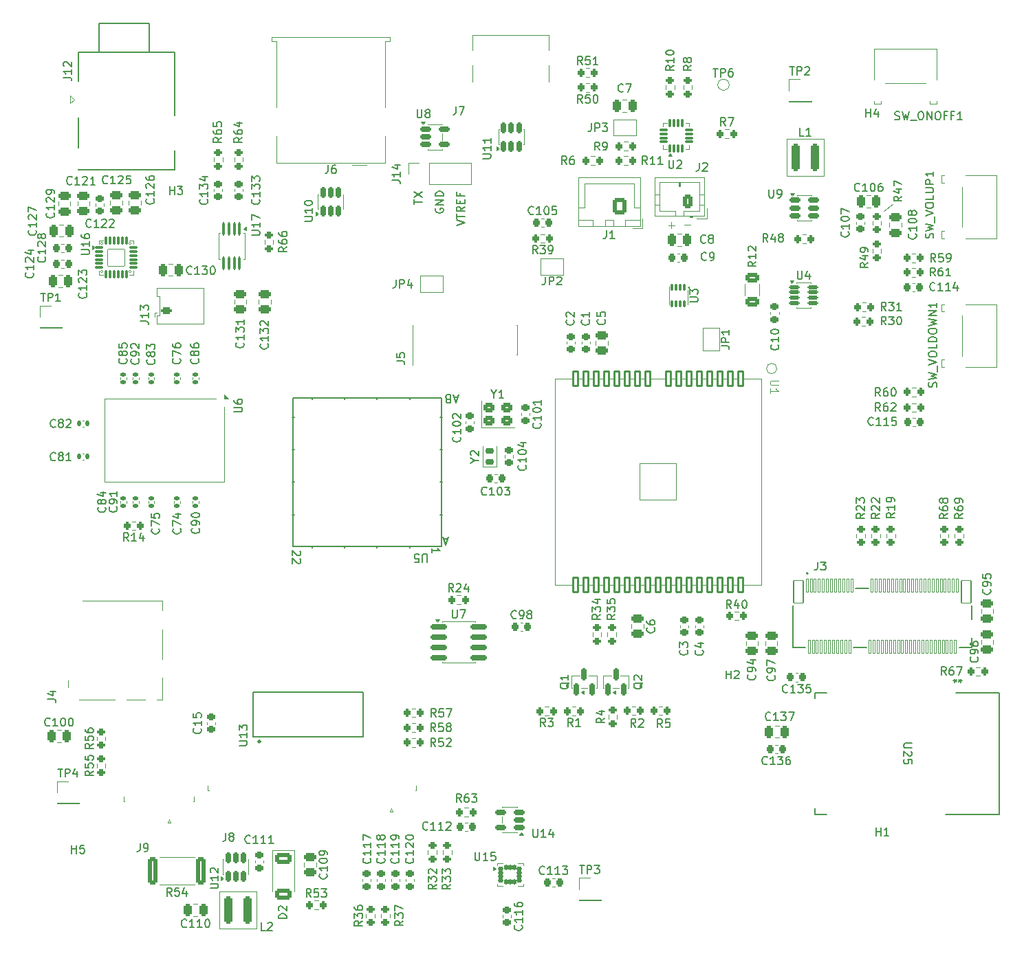
<source format=gto>
%TF.GenerationSoftware,KiCad,Pcbnew,9.0.5*%
%TF.CreationDate,2025-11-15T17:56:55+00:00*%
%TF.ProjectId,gk,676b2e6b-6963-4616-945f-706362585858,rev?*%
%TF.SameCoordinates,Original*%
%TF.FileFunction,Legend,Top*%
%TF.FilePolarity,Positive*%
%FSLAX46Y46*%
G04 Gerber Fmt 4.6, Leading zero omitted, Abs format (unit mm)*
G04 Created by KiCad (PCBNEW 9.0.5) date 2025-11-15 17:56:55*
%MOMM*%
%LPD*%
G01*
G04 APERTURE LIST*
G04 Aperture macros list*
%AMRoundRect*
0 Rectangle with rounded corners*
0 $1 Rounding radius*
0 $2 $3 $4 $5 $6 $7 $8 $9 X,Y pos of 4 corners*
0 Add a 4 corners polygon primitive as box body*
4,1,4,$2,$3,$4,$5,$6,$7,$8,$9,$2,$3,0*
0 Add four circle primitives for the rounded corners*
1,1,$1+$1,$2,$3*
1,1,$1+$1,$4,$5*
1,1,$1+$1,$6,$7*
1,1,$1+$1,$8,$9*
0 Add four rect primitives between the rounded corners*
20,1,$1+$1,$2,$3,$4,$5,0*
20,1,$1+$1,$4,$5,$6,$7,0*
20,1,$1+$1,$6,$7,$8,$9,0*
20,1,$1+$1,$8,$9,$2,$3,0*%
%AMFreePoly0*
4,1,6,1.000000,0.000000,0.500000,-0.750000,-0.500000,-0.750000,-0.500000,0.750000,0.500000,0.750000,1.000000,0.000000,1.000000,0.000000,$1*%
%AMFreePoly1*
4,1,6,0.500000,-0.750000,-0.650000,-0.750000,-0.150000,0.000000,-0.650000,0.750000,0.500000,0.750000,0.500000,-0.750000,0.500000,-0.750000,$1*%
G04 Aperture macros list end*
%ADD10C,0.100000*%
%ADD11C,0.150000*%
%ADD12C,0.120000*%
%ADD13C,0.152400*%
%ADD14C,0.127000*%
%ADD15C,0.200000*%
%ADD16C,0.250000*%
%ADD17RoundRect,0.112500X-0.250000X-0.112500X0.250000X-0.112500X0.250000X0.112500X-0.250000X0.112500X0*%
%ADD18RoundRect,0.112500X-0.112500X-0.250000X0.112500X-0.250000X0.112500X0.250000X-0.112500X0.250000X0*%
%ADD19RoundRect,0.087500X-0.087500X0.350000X-0.087500X-0.350000X0.087500X-0.350000X0.087500X0.350000X0*%
%ADD20R,1.200000X0.800000*%
%ADD21RoundRect,0.087500X0.087500X-0.400000X0.087500X0.400000X-0.087500X0.400000X-0.087500X-0.400000X0*%
%ADD22RoundRect,0.087500X0.400000X-0.087500X0.400000X0.087500X-0.400000X0.087500X-0.400000X-0.087500X0*%
%ADD23R,1.600000X1.600000*%
%ADD24RoundRect,0.087500X-0.400000X-0.087500X0.400000X-0.087500X0.400000X0.087500X-0.400000X0.087500X0*%
%ADD25RoundRect,0.087500X-0.087500X-0.400000X0.087500X-0.400000X0.087500X0.400000X-0.087500X0.400000X0*%
%ADD26RoundRect,0.052500X-0.122500X-0.122500X0.122500X-0.122500X0.122500X0.122500X-0.122500X0.122500X0*%
%ADD27RoundRect,0.050000X-1.050000X-1.050000X1.050000X-1.050000X1.050000X1.050000X-1.050000X1.050000X0*%
%ADD28RoundRect,0.250000X-0.475000X0.250000X-0.475000X-0.250000X0.475000X-0.250000X0.475000X0.250000X0*%
%ADD29RoundRect,0.150000X0.400000X-0.150000X0.400000X0.150000X-0.400000X0.150000X-0.400000X-0.150000X0*%
%ADD30C,2.200000*%
%ADD31C,1.700000*%
%ADD32RoundRect,0.200000X-0.200000X-0.275000X0.200000X-0.275000X0.200000X0.275000X-0.200000X0.275000X0*%
%ADD33RoundRect,0.225000X-0.250000X0.225000X-0.250000X-0.225000X0.250000X-0.225000X0.250000X0.225000X0*%
%ADD34R,1.100000X0.850000*%
%ADD35R,1.100000X0.750000*%
%ADD36R,1.000000X1.200000*%
%ADD37R,1.350000X1.550000*%
%ADD38R,1.350000X1.900000*%
%ADD39R,1.800000X1.170000*%
%ADD40RoundRect,0.200000X0.275000X-0.200000X0.275000X0.200000X-0.275000X0.200000X-0.275000X-0.200000X0*%
%ADD41RoundRect,0.150000X0.150000X-0.512500X0.150000X0.512500X-0.150000X0.512500X-0.150000X-0.512500X0*%
%ADD42R,1.700000X1.700000*%
%ADD43RoundRect,0.140000X0.170000X-0.140000X0.170000X0.140000X-0.170000X0.140000X-0.170000X-0.140000X0*%
%ADD44RoundRect,0.100000X-0.100000X0.712500X-0.100000X-0.712500X0.100000X-0.712500X0.100000X0.712500X0*%
%ADD45RoundRect,0.200000X0.200000X0.275000X-0.200000X0.275000X-0.200000X-0.275000X0.200000X-0.275000X0*%
%ADD46RoundRect,0.150000X0.150000X-0.587500X0.150000X0.587500X-0.150000X0.587500X-0.150000X-0.587500X0*%
%ADD47R,0.812800X1.879600*%
%ADD48R,1.879600X0.812800*%
%ADD49R,4.394200X4.394200*%
%ADD50C,0.420000*%
%ADD51RoundRect,0.250000X-0.800000X0.450000X-0.800000X-0.450000X0.800000X-0.450000X0.800000X0.450000X0*%
%ADD52RoundRect,0.200000X-0.275000X0.200000X-0.275000X-0.200000X0.275000X-0.200000X0.275000X0.200000X0*%
%ADD53RoundRect,0.250000X-0.250000X-0.475000X0.250000X-0.475000X0.250000X0.475000X-0.250000X0.475000X0*%
%ADD54RoundRect,0.250000X0.250000X0.475000X-0.250000X0.475000X-0.250000X-0.475000X0.250000X-0.475000X0*%
%ADD55R,1.600000X1.500000*%
%ADD56C,1.600000*%
%ADD57C,3.000000*%
%ADD58R,0.300000X1.100000*%
%ADD59R,2.300000X3.100000*%
%ADD60C,3.200000*%
%ADD61RoundRect,0.250000X0.362500X1.425000X-0.362500X1.425000X-0.362500X-1.425000X0.362500X-1.425000X0*%
%ADD62RoundRect,0.225000X-0.225000X-0.250000X0.225000X-0.250000X0.225000X0.250000X-0.225000X0.250000X0*%
%ADD63R,1.000000X1.500000*%
%ADD64R,0.740000X2.400000*%
%ADD65RoundRect,0.225000X0.250000X-0.225000X0.250000X0.225000X-0.250000X0.225000X-0.250000X-0.225000X0*%
%ADD66FreePoly0,180.000000*%
%ADD67FreePoly1,180.000000*%
%ADD68RoundRect,0.150000X-0.512500X-0.150000X0.512500X-0.150000X0.512500X0.150000X-0.512500X0.150000X0*%
%ADD69FreePoly0,270.000000*%
%ADD70FreePoly1,270.000000*%
%ADD71RoundRect,0.250000X0.475000X-0.250000X0.475000X0.250000X-0.475000X0.250000X-0.475000X-0.250000X0*%
%ADD72RoundRect,0.125000X-0.537500X-0.125000X0.537500X-0.125000X0.537500X0.125000X-0.537500X0.125000X0*%
%ADD73RoundRect,0.140000X-0.170000X0.140000X-0.170000X-0.140000X0.170000X-0.140000X0.170000X0.140000X0*%
%ADD74RoundRect,0.225000X0.225000X0.250000X-0.225000X0.250000X-0.225000X-0.250000X0.225000X-0.250000X0*%
%ADD75RoundRect,0.140000X0.140000X0.170000X-0.140000X0.170000X-0.140000X-0.170000X0.140000X-0.170000X0*%
%ADD76C,1.250000*%
%ADD77C,1.750000*%
%ADD78RoundRect,0.050000X-0.150000X-0.775000X0.150000X-0.775000X0.150000X0.775000X-0.150000X0.775000X0*%
%ADD79RoundRect,0.050000X-0.600000X-1.375000X0.600000X-1.375000X0.600000X1.375000X-0.600000X1.375000X0*%
%ADD80RoundRect,0.200000X0.450000X-0.200000X0.450000X0.200000X-0.450000X0.200000X-0.450000X-0.200000X0*%
%ADD81O,1.300000X0.800000*%
%ADD82O,2.200000X4.000000*%
%ADD83O,4.000000X2.200000*%
%ADD84R,2.200000X4.000000*%
%ADD85RoundRect,0.150000X0.512500X0.150000X-0.512500X0.150000X-0.512500X-0.150000X0.512500X-0.150000X0*%
%ADD86C,0.650000*%
%ADD87R,0.600000X1.450000*%
%ADD88R,0.300000X1.450000*%
%ADD89O,1.000000X2.100000*%
%ADD90O,1.000000X1.600000*%
%ADD91RoundRect,0.250000X-0.450000X-0.325000X0.450000X-0.325000X0.450000X0.325000X-0.450000X0.325000X0*%
%ADD92RoundRect,0.245000X-0.245000X-1.455000X0.245000X-1.455000X0.245000X1.455000X-0.245000X1.455000X0*%
%ADD93RoundRect,0.250000X-0.625000X0.312500X-0.625000X-0.312500X0.625000X-0.312500X0.625000X0.312500X0*%
%ADD94RoundRect,0.250000X0.600000X0.750000X-0.600000X0.750000X-0.600000X-0.750000X0.600000X-0.750000X0*%
%ADD95O,1.700000X2.000000*%
%ADD96C,2.600000*%
%ADD97C,4.400000*%
%ADD98C,0.470000*%
%ADD99RoundRect,0.135000X-0.315000X0.915000X-0.315000X-0.915000X0.315000X-0.915000X0.315000X0.915000X0*%
%ADD100RoundRect,0.050000X-2.273000X2.273000X-2.273000X-2.273000X2.273000X-2.273000X2.273000X2.273000X0*%
%ADD101RoundRect,0.150000X-0.825000X-0.150000X0.825000X-0.150000X0.825000X0.150000X-0.825000X0.150000X0*%
%ADD102C,0.549999*%
%ADD103C,1.000000*%
%ADD104RoundRect,0.250000X0.350000X0.625000X-0.350000X0.625000X-0.350000X-0.625000X0.350000X-0.625000X0*%
%ADD105O,1.200000X1.750000*%
G04 APERTURE END LIST*
D10*
X148388491Y-50654439D02*
X147288491Y-51504439D01*
D11*
X94719819Y-53306077D02*
X95719819Y-52972744D01*
X95719819Y-52972744D02*
X94719819Y-52639411D01*
X94719819Y-52448934D02*
X94719819Y-51877506D01*
X95719819Y-52163220D02*
X94719819Y-52163220D01*
X95719819Y-50972744D02*
X95243628Y-51306077D01*
X95719819Y-51544172D02*
X94719819Y-51544172D01*
X94719819Y-51544172D02*
X94719819Y-51163220D01*
X94719819Y-51163220D02*
X94767438Y-51067982D01*
X94767438Y-51067982D02*
X94815057Y-51020363D01*
X94815057Y-51020363D02*
X94910295Y-50972744D01*
X94910295Y-50972744D02*
X95053152Y-50972744D01*
X95053152Y-50972744D02*
X95148390Y-51020363D01*
X95148390Y-51020363D02*
X95196009Y-51067982D01*
X95196009Y-51067982D02*
X95243628Y-51163220D01*
X95243628Y-51163220D02*
X95243628Y-51544172D01*
X95196009Y-50544172D02*
X95196009Y-50210839D01*
X95719819Y-50067982D02*
X95719819Y-50544172D01*
X95719819Y-50544172D02*
X94719819Y-50544172D01*
X94719819Y-50544172D02*
X94719819Y-50067982D01*
X95196009Y-49306077D02*
X95196009Y-49639410D01*
X95719819Y-49639410D02*
X94719819Y-49639410D01*
X94719819Y-49639410D02*
X94719819Y-49163220D01*
X92167438Y-51189411D02*
X92119819Y-51284649D01*
X92119819Y-51284649D02*
X92119819Y-51427506D01*
X92119819Y-51427506D02*
X92167438Y-51570363D01*
X92167438Y-51570363D02*
X92262676Y-51665601D01*
X92262676Y-51665601D02*
X92357914Y-51713220D01*
X92357914Y-51713220D02*
X92548390Y-51760839D01*
X92548390Y-51760839D02*
X92691247Y-51760839D01*
X92691247Y-51760839D02*
X92881723Y-51713220D01*
X92881723Y-51713220D02*
X92976961Y-51665601D01*
X92976961Y-51665601D02*
X93072200Y-51570363D01*
X93072200Y-51570363D02*
X93119819Y-51427506D01*
X93119819Y-51427506D02*
X93119819Y-51332268D01*
X93119819Y-51332268D02*
X93072200Y-51189411D01*
X93072200Y-51189411D02*
X93024580Y-51141792D01*
X93024580Y-51141792D02*
X92691247Y-51141792D01*
X92691247Y-51141792D02*
X92691247Y-51332268D01*
X93119819Y-50713220D02*
X92119819Y-50713220D01*
X92119819Y-50713220D02*
X93119819Y-50141792D01*
X93119819Y-50141792D02*
X92119819Y-50141792D01*
X93119819Y-49665601D02*
X92119819Y-49665601D01*
X92119819Y-49665601D02*
X92119819Y-49427506D01*
X92119819Y-49427506D02*
X92167438Y-49284649D01*
X92167438Y-49284649D02*
X92262676Y-49189411D01*
X92262676Y-49189411D02*
X92357914Y-49141792D01*
X92357914Y-49141792D02*
X92548390Y-49094173D01*
X92548390Y-49094173D02*
X92691247Y-49094173D01*
X92691247Y-49094173D02*
X92881723Y-49141792D01*
X92881723Y-49141792D02*
X92976961Y-49189411D01*
X92976961Y-49189411D02*
X93072200Y-49284649D01*
X93072200Y-49284649D02*
X93119819Y-49427506D01*
X93119819Y-49427506D02*
X93119819Y-49665601D01*
X89519819Y-50656077D02*
X89519819Y-50084649D01*
X90519819Y-50370363D02*
X89519819Y-50370363D01*
X89519819Y-49846553D02*
X90519819Y-49179887D01*
X89519819Y-49179887D02*
X90519819Y-49846553D01*
D10*
X120792375Y-53245905D02*
X121554280Y-53245905D01*
X121173327Y-53626858D02*
X121173327Y-52864953D01*
X122792375Y-53201009D02*
X123554280Y-53201009D01*
D11*
X97000396Y-130509258D02*
X97000396Y-131318781D01*
X97000396Y-131318781D02*
X97048015Y-131414019D01*
X97048015Y-131414019D02*
X97095634Y-131461639D01*
X97095634Y-131461639D02*
X97190872Y-131509258D01*
X97190872Y-131509258D02*
X97381348Y-131509258D01*
X97381348Y-131509258D02*
X97476586Y-131461639D01*
X97476586Y-131461639D02*
X97524205Y-131414019D01*
X97524205Y-131414019D02*
X97571824Y-131318781D01*
X97571824Y-131318781D02*
X97571824Y-130509258D01*
X98571824Y-131509258D02*
X98000396Y-131509258D01*
X98286110Y-131509258D02*
X98286110Y-130509258D01*
X98286110Y-130509258D02*
X98190872Y-130652115D01*
X98190872Y-130652115D02*
X98095634Y-130747353D01*
X98095634Y-130747353D02*
X98000396Y-130794972D01*
X99476586Y-130509258D02*
X99000396Y-130509258D01*
X99000396Y-130509258D02*
X98952777Y-130985448D01*
X98952777Y-130985448D02*
X99000396Y-130937829D01*
X99000396Y-130937829D02*
X99095634Y-130890210D01*
X99095634Y-130890210D02*
X99333729Y-130890210D01*
X99333729Y-130890210D02*
X99428967Y-130937829D01*
X99428967Y-130937829D02*
X99476586Y-130985448D01*
X99476586Y-130985448D02*
X99524205Y-131080686D01*
X99524205Y-131080686D02*
X99524205Y-131318781D01*
X99524205Y-131318781D02*
X99476586Y-131414019D01*
X99476586Y-131414019D02*
X99428967Y-131461639D01*
X99428967Y-131461639D02*
X99333729Y-131509258D01*
X99333729Y-131509258D02*
X99095634Y-131509258D01*
X99095634Y-131509258D02*
X99000396Y-131461639D01*
X99000396Y-131461639D02*
X98952777Y-131414019D01*
X123432310Y-62692343D02*
X124241833Y-62692343D01*
X124241833Y-62692343D02*
X124337071Y-62644724D01*
X124337071Y-62644724D02*
X124384691Y-62597105D01*
X124384691Y-62597105D02*
X124432310Y-62501867D01*
X124432310Y-62501867D02*
X124432310Y-62311391D01*
X124432310Y-62311391D02*
X124384691Y-62216153D01*
X124384691Y-62216153D02*
X124337071Y-62168534D01*
X124337071Y-62168534D02*
X124241833Y-62120915D01*
X124241833Y-62120915D02*
X123432310Y-62120915D01*
X123432310Y-61739962D02*
X123432310Y-61120915D01*
X123432310Y-61120915D02*
X123813262Y-61454248D01*
X123813262Y-61454248D02*
X123813262Y-61311391D01*
X123813262Y-61311391D02*
X123860881Y-61216153D01*
X123860881Y-61216153D02*
X123908500Y-61168534D01*
X123908500Y-61168534D02*
X124003738Y-61120915D01*
X124003738Y-61120915D02*
X124241833Y-61120915D01*
X124241833Y-61120915D02*
X124337071Y-61168534D01*
X124337071Y-61168534D02*
X124384691Y-61216153D01*
X124384691Y-61216153D02*
X124432310Y-61311391D01*
X124432310Y-61311391D02*
X124432310Y-61597105D01*
X124432310Y-61597105D02*
X124384691Y-61692343D01*
X124384691Y-61692343D02*
X124337071Y-61739962D01*
X120876586Y-45259258D02*
X120876586Y-46068781D01*
X120876586Y-46068781D02*
X120924205Y-46164019D01*
X120924205Y-46164019D02*
X120971824Y-46211639D01*
X120971824Y-46211639D02*
X121067062Y-46259258D01*
X121067062Y-46259258D02*
X121257538Y-46259258D01*
X121257538Y-46259258D02*
X121352776Y-46211639D01*
X121352776Y-46211639D02*
X121400395Y-46164019D01*
X121400395Y-46164019D02*
X121448014Y-46068781D01*
X121448014Y-46068781D02*
X121448014Y-45259258D01*
X121876586Y-45354496D02*
X121924205Y-45306877D01*
X121924205Y-45306877D02*
X122019443Y-45259258D01*
X122019443Y-45259258D02*
X122257538Y-45259258D01*
X122257538Y-45259258D02*
X122352776Y-45306877D01*
X122352776Y-45306877D02*
X122400395Y-45354496D01*
X122400395Y-45354496D02*
X122448014Y-45449734D01*
X122448014Y-45449734D02*
X122448014Y-45544972D01*
X122448014Y-45544972D02*
X122400395Y-45687829D01*
X122400395Y-45687829D02*
X121828967Y-46259258D01*
X121828967Y-46259258D02*
X122448014Y-46259258D01*
X48543310Y-56842533D02*
X49352833Y-56842533D01*
X49352833Y-56842533D02*
X49448071Y-56794914D01*
X49448071Y-56794914D02*
X49495691Y-56747295D01*
X49495691Y-56747295D02*
X49543310Y-56652057D01*
X49543310Y-56652057D02*
X49543310Y-56461581D01*
X49543310Y-56461581D02*
X49495691Y-56366343D01*
X49495691Y-56366343D02*
X49448071Y-56318724D01*
X49448071Y-56318724D02*
X49352833Y-56271105D01*
X49352833Y-56271105D02*
X48543310Y-56271105D01*
X49543310Y-55271105D02*
X49543310Y-55842533D01*
X49543310Y-55556819D02*
X48543310Y-55556819D01*
X48543310Y-55556819D02*
X48686167Y-55652057D01*
X48686167Y-55652057D02*
X48781405Y-55747295D01*
X48781405Y-55747295D02*
X48829024Y-55842533D01*
X48543310Y-54413962D02*
X48543310Y-54604438D01*
X48543310Y-54604438D02*
X48590929Y-54699676D01*
X48590929Y-54699676D02*
X48638548Y-54747295D01*
X48638548Y-54747295D02*
X48781405Y-54842533D01*
X48781405Y-54842533D02*
X48971881Y-54890152D01*
X48971881Y-54890152D02*
X49352833Y-54890152D01*
X49352833Y-54890152D02*
X49448071Y-54842533D01*
X49448071Y-54842533D02*
X49495691Y-54794914D01*
X49495691Y-54794914D02*
X49543310Y-54699676D01*
X49543310Y-54699676D02*
X49543310Y-54509200D01*
X49543310Y-54509200D02*
X49495691Y-54413962D01*
X49495691Y-54413962D02*
X49448071Y-54366343D01*
X49448071Y-54366343D02*
X49352833Y-54318724D01*
X49352833Y-54318724D02*
X49114738Y-54318724D01*
X49114738Y-54318724D02*
X49019500Y-54366343D01*
X49019500Y-54366343D02*
X48971881Y-54413962D01*
X48971881Y-54413962D02*
X48924262Y-54509200D01*
X48924262Y-54509200D02*
X48924262Y-54699676D01*
X48924262Y-54699676D02*
X48971881Y-54794914D01*
X48971881Y-54794914D02*
X49019500Y-54842533D01*
X49019500Y-54842533D02*
X49114738Y-54890152D01*
X71448071Y-67873486D02*
X71495691Y-67921105D01*
X71495691Y-67921105D02*
X71543310Y-68063962D01*
X71543310Y-68063962D02*
X71543310Y-68159200D01*
X71543310Y-68159200D02*
X71495691Y-68302057D01*
X71495691Y-68302057D02*
X71400452Y-68397295D01*
X71400452Y-68397295D02*
X71305214Y-68444914D01*
X71305214Y-68444914D02*
X71114738Y-68492533D01*
X71114738Y-68492533D02*
X70971881Y-68492533D01*
X70971881Y-68492533D02*
X70781405Y-68444914D01*
X70781405Y-68444914D02*
X70686167Y-68397295D01*
X70686167Y-68397295D02*
X70590929Y-68302057D01*
X70590929Y-68302057D02*
X70543310Y-68159200D01*
X70543310Y-68159200D02*
X70543310Y-68063962D01*
X70543310Y-68063962D02*
X70590929Y-67921105D01*
X70590929Y-67921105D02*
X70638548Y-67873486D01*
X71543310Y-66921105D02*
X71543310Y-67492533D01*
X71543310Y-67206819D02*
X70543310Y-67206819D01*
X70543310Y-67206819D02*
X70686167Y-67302057D01*
X70686167Y-67302057D02*
X70781405Y-67397295D01*
X70781405Y-67397295D02*
X70829024Y-67492533D01*
X70543310Y-66587771D02*
X70543310Y-65968724D01*
X70543310Y-65968724D02*
X70924262Y-66302057D01*
X70924262Y-66302057D02*
X70924262Y-66159200D01*
X70924262Y-66159200D02*
X70971881Y-66063962D01*
X70971881Y-66063962D02*
X71019500Y-66016343D01*
X71019500Y-66016343D02*
X71114738Y-65968724D01*
X71114738Y-65968724D02*
X71352833Y-65968724D01*
X71352833Y-65968724D02*
X71448071Y-66016343D01*
X71448071Y-66016343D02*
X71495691Y-66063962D01*
X71495691Y-66063962D02*
X71543310Y-66159200D01*
X71543310Y-66159200D02*
X71543310Y-66444914D01*
X71543310Y-66444914D02*
X71495691Y-66540152D01*
X71495691Y-66540152D02*
X71448071Y-66587771D01*
X70638548Y-65587771D02*
X70590929Y-65540152D01*
X70590929Y-65540152D02*
X70543310Y-65444914D01*
X70543310Y-65444914D02*
X70543310Y-65206819D01*
X70543310Y-65206819D02*
X70590929Y-65111581D01*
X70590929Y-65111581D02*
X70638548Y-65063962D01*
X70638548Y-65063962D02*
X70733786Y-65016343D01*
X70733786Y-65016343D02*
X70829024Y-65016343D01*
X70829024Y-65016343D02*
X70971881Y-65063962D01*
X70971881Y-65063962D02*
X71543310Y-65635390D01*
X71543310Y-65635390D02*
X71543310Y-65016343D01*
X96965119Y-82218629D02*
X97441310Y-82218629D01*
X96441310Y-82551962D02*
X96965119Y-82218629D01*
X96965119Y-82218629D02*
X96441310Y-81885296D01*
X96536548Y-81599581D02*
X96488929Y-81551962D01*
X96488929Y-81551962D02*
X96441310Y-81456724D01*
X96441310Y-81456724D02*
X96441310Y-81218629D01*
X96441310Y-81218629D02*
X96488929Y-81123391D01*
X96488929Y-81123391D02*
X96536548Y-81075772D01*
X96536548Y-81075772D02*
X96631786Y-81028153D01*
X96631786Y-81028153D02*
X96727024Y-81028153D01*
X96727024Y-81028153D02*
X96869881Y-81075772D01*
X96869881Y-81075772D02*
X97441310Y-81647200D01*
X97441310Y-81647200D02*
X97441310Y-81028153D01*
X148695634Y-40211639D02*
X148838491Y-40259258D01*
X148838491Y-40259258D02*
X149076586Y-40259258D01*
X149076586Y-40259258D02*
X149171824Y-40211639D01*
X149171824Y-40211639D02*
X149219443Y-40164019D01*
X149219443Y-40164019D02*
X149267062Y-40068781D01*
X149267062Y-40068781D02*
X149267062Y-39973543D01*
X149267062Y-39973543D02*
X149219443Y-39878305D01*
X149219443Y-39878305D02*
X149171824Y-39830686D01*
X149171824Y-39830686D02*
X149076586Y-39783067D01*
X149076586Y-39783067D02*
X148886110Y-39735448D01*
X148886110Y-39735448D02*
X148790872Y-39687829D01*
X148790872Y-39687829D02*
X148743253Y-39640210D01*
X148743253Y-39640210D02*
X148695634Y-39544972D01*
X148695634Y-39544972D02*
X148695634Y-39449734D01*
X148695634Y-39449734D02*
X148743253Y-39354496D01*
X148743253Y-39354496D02*
X148790872Y-39306877D01*
X148790872Y-39306877D02*
X148886110Y-39259258D01*
X148886110Y-39259258D02*
X149124205Y-39259258D01*
X149124205Y-39259258D02*
X149267062Y-39306877D01*
X149600396Y-39259258D02*
X149838491Y-40259258D01*
X149838491Y-40259258D02*
X150028967Y-39544972D01*
X150028967Y-39544972D02*
X150219443Y-40259258D01*
X150219443Y-40259258D02*
X150457539Y-39259258D01*
X150600396Y-40354496D02*
X151362300Y-40354496D01*
X151790872Y-39259258D02*
X151981348Y-39259258D01*
X151981348Y-39259258D02*
X152076586Y-39306877D01*
X152076586Y-39306877D02*
X152171824Y-39402115D01*
X152171824Y-39402115D02*
X152219443Y-39592591D01*
X152219443Y-39592591D02*
X152219443Y-39925924D01*
X152219443Y-39925924D02*
X152171824Y-40116400D01*
X152171824Y-40116400D02*
X152076586Y-40211639D01*
X152076586Y-40211639D02*
X151981348Y-40259258D01*
X151981348Y-40259258D02*
X151790872Y-40259258D01*
X151790872Y-40259258D02*
X151695634Y-40211639D01*
X151695634Y-40211639D02*
X151600396Y-40116400D01*
X151600396Y-40116400D02*
X151552777Y-39925924D01*
X151552777Y-39925924D02*
X151552777Y-39592591D01*
X151552777Y-39592591D02*
X151600396Y-39402115D01*
X151600396Y-39402115D02*
X151695634Y-39306877D01*
X151695634Y-39306877D02*
X151790872Y-39259258D01*
X152648015Y-40259258D02*
X152648015Y-39259258D01*
X152648015Y-39259258D02*
X153219443Y-40259258D01*
X153219443Y-40259258D02*
X153219443Y-39259258D01*
X153886110Y-39259258D02*
X154076586Y-39259258D01*
X154076586Y-39259258D02*
X154171824Y-39306877D01*
X154171824Y-39306877D02*
X154267062Y-39402115D01*
X154267062Y-39402115D02*
X154314681Y-39592591D01*
X154314681Y-39592591D02*
X154314681Y-39925924D01*
X154314681Y-39925924D02*
X154267062Y-40116400D01*
X154267062Y-40116400D02*
X154171824Y-40211639D01*
X154171824Y-40211639D02*
X154076586Y-40259258D01*
X154076586Y-40259258D02*
X153886110Y-40259258D01*
X153886110Y-40259258D02*
X153790872Y-40211639D01*
X153790872Y-40211639D02*
X153695634Y-40116400D01*
X153695634Y-40116400D02*
X153648015Y-39925924D01*
X153648015Y-39925924D02*
X153648015Y-39592591D01*
X153648015Y-39592591D02*
X153695634Y-39402115D01*
X153695634Y-39402115D02*
X153790872Y-39306877D01*
X153790872Y-39306877D02*
X153886110Y-39259258D01*
X155076586Y-39735448D02*
X154743253Y-39735448D01*
X154743253Y-40259258D02*
X154743253Y-39259258D01*
X154743253Y-39259258D02*
X155219443Y-39259258D01*
X155933729Y-39735448D02*
X155600396Y-39735448D01*
X155600396Y-40259258D02*
X155600396Y-39259258D01*
X155600396Y-39259258D02*
X156076586Y-39259258D01*
X156981348Y-40259258D02*
X156409920Y-40259258D01*
X156695634Y-40259258D02*
X156695634Y-39259258D01*
X156695634Y-39259258D02*
X156600396Y-39402115D01*
X156600396Y-39402115D02*
X156505158Y-39497353D01*
X156505158Y-39497353D02*
X156409920Y-39544972D01*
X110220633Y-33479258D02*
X109887300Y-33003067D01*
X109649205Y-33479258D02*
X109649205Y-32479258D01*
X109649205Y-32479258D02*
X110030157Y-32479258D01*
X110030157Y-32479258D02*
X110125395Y-32526877D01*
X110125395Y-32526877D02*
X110173014Y-32574496D01*
X110173014Y-32574496D02*
X110220633Y-32669734D01*
X110220633Y-32669734D02*
X110220633Y-32812591D01*
X110220633Y-32812591D02*
X110173014Y-32907829D01*
X110173014Y-32907829D02*
X110125395Y-32955448D01*
X110125395Y-32955448D02*
X110030157Y-33003067D01*
X110030157Y-33003067D02*
X109649205Y-33003067D01*
X111125395Y-32479258D02*
X110649205Y-32479258D01*
X110649205Y-32479258D02*
X110601586Y-32955448D01*
X110601586Y-32955448D02*
X110649205Y-32907829D01*
X110649205Y-32907829D02*
X110744443Y-32860210D01*
X110744443Y-32860210D02*
X110982538Y-32860210D01*
X110982538Y-32860210D02*
X111077776Y-32907829D01*
X111077776Y-32907829D02*
X111125395Y-32955448D01*
X111125395Y-32955448D02*
X111173014Y-33050686D01*
X111173014Y-33050686D02*
X111173014Y-33288781D01*
X111173014Y-33288781D02*
X111125395Y-33384019D01*
X111125395Y-33384019D02*
X111077776Y-33431639D01*
X111077776Y-33431639D02*
X110982538Y-33479258D01*
X110982538Y-33479258D02*
X110744443Y-33479258D01*
X110744443Y-33479258D02*
X110649205Y-33431639D01*
X110649205Y-33431639D02*
X110601586Y-33384019D01*
X112125395Y-33479258D02*
X111553967Y-33479258D01*
X111839681Y-33479258D02*
X111839681Y-32479258D01*
X111839681Y-32479258D02*
X111744443Y-32622115D01*
X111744443Y-32622115D02*
X111649205Y-32717353D01*
X111649205Y-32717353D02*
X111553967Y-32764972D01*
X142948071Y-54073486D02*
X142995691Y-54121105D01*
X142995691Y-54121105D02*
X143043310Y-54263962D01*
X143043310Y-54263962D02*
X143043310Y-54359200D01*
X143043310Y-54359200D02*
X142995691Y-54502057D01*
X142995691Y-54502057D02*
X142900452Y-54597295D01*
X142900452Y-54597295D02*
X142805214Y-54644914D01*
X142805214Y-54644914D02*
X142614738Y-54692533D01*
X142614738Y-54692533D02*
X142471881Y-54692533D01*
X142471881Y-54692533D02*
X142281405Y-54644914D01*
X142281405Y-54644914D02*
X142186167Y-54597295D01*
X142186167Y-54597295D02*
X142090929Y-54502057D01*
X142090929Y-54502057D02*
X142043310Y-54359200D01*
X142043310Y-54359200D02*
X142043310Y-54263962D01*
X142043310Y-54263962D02*
X142090929Y-54121105D01*
X142090929Y-54121105D02*
X142138548Y-54073486D01*
X143043310Y-53121105D02*
X143043310Y-53692533D01*
X143043310Y-53406819D02*
X142043310Y-53406819D01*
X142043310Y-53406819D02*
X142186167Y-53502057D01*
X142186167Y-53502057D02*
X142281405Y-53597295D01*
X142281405Y-53597295D02*
X142329024Y-53692533D01*
X142043310Y-52502057D02*
X142043310Y-52406819D01*
X142043310Y-52406819D02*
X142090929Y-52311581D01*
X142090929Y-52311581D02*
X142138548Y-52263962D01*
X142138548Y-52263962D02*
X142233786Y-52216343D01*
X142233786Y-52216343D02*
X142424262Y-52168724D01*
X142424262Y-52168724D02*
X142662357Y-52168724D01*
X142662357Y-52168724D02*
X142852833Y-52216343D01*
X142852833Y-52216343D02*
X142948071Y-52263962D01*
X142948071Y-52263962D02*
X142995691Y-52311581D01*
X142995691Y-52311581D02*
X143043310Y-52406819D01*
X143043310Y-52406819D02*
X143043310Y-52502057D01*
X143043310Y-52502057D02*
X142995691Y-52597295D01*
X142995691Y-52597295D02*
X142948071Y-52644914D01*
X142948071Y-52644914D02*
X142852833Y-52692533D01*
X142852833Y-52692533D02*
X142662357Y-52740152D01*
X142662357Y-52740152D02*
X142424262Y-52740152D01*
X142424262Y-52740152D02*
X142233786Y-52692533D01*
X142233786Y-52692533D02*
X142138548Y-52644914D01*
X142138548Y-52644914D02*
X142090929Y-52597295D01*
X142090929Y-52597295D02*
X142043310Y-52502057D01*
X142043310Y-51835390D02*
X142043310Y-51168724D01*
X142043310Y-51168724D02*
X143043310Y-51597295D01*
X44393310Y-111637772D02*
X45107595Y-111637772D01*
X45107595Y-111637772D02*
X45250452Y-111685391D01*
X45250452Y-111685391D02*
X45345691Y-111780629D01*
X45345691Y-111780629D02*
X45393310Y-111923486D01*
X45393310Y-111923486D02*
X45393310Y-112018724D01*
X44726643Y-110733010D02*
X45393310Y-110733010D01*
X44345691Y-110971105D02*
X45059976Y-111209200D01*
X45059976Y-111209200D02*
X45059976Y-110590153D01*
X123643310Y-33571105D02*
X123167119Y-33904438D01*
X123643310Y-34142533D02*
X122643310Y-34142533D01*
X122643310Y-34142533D02*
X122643310Y-33761581D01*
X122643310Y-33761581D02*
X122690929Y-33666343D01*
X122690929Y-33666343D02*
X122738548Y-33618724D01*
X122738548Y-33618724D02*
X122833786Y-33571105D01*
X122833786Y-33571105D02*
X122976643Y-33571105D01*
X122976643Y-33571105D02*
X123071881Y-33618724D01*
X123071881Y-33618724D02*
X123119500Y-33666343D01*
X123119500Y-33666343D02*
X123167119Y-33761581D01*
X123167119Y-33761581D02*
X123167119Y-34142533D01*
X123071881Y-32999676D02*
X123024262Y-33094914D01*
X123024262Y-33094914D02*
X122976643Y-33142533D01*
X122976643Y-33142533D02*
X122881405Y-33190152D01*
X122881405Y-33190152D02*
X122833786Y-33190152D01*
X122833786Y-33190152D02*
X122738548Y-33142533D01*
X122738548Y-33142533D02*
X122690929Y-33094914D01*
X122690929Y-33094914D02*
X122643310Y-32999676D01*
X122643310Y-32999676D02*
X122643310Y-32809200D01*
X122643310Y-32809200D02*
X122690929Y-32713962D01*
X122690929Y-32713962D02*
X122738548Y-32666343D01*
X122738548Y-32666343D02*
X122833786Y-32618724D01*
X122833786Y-32618724D02*
X122881405Y-32618724D01*
X122881405Y-32618724D02*
X122976643Y-32666343D01*
X122976643Y-32666343D02*
X123024262Y-32713962D01*
X123024262Y-32713962D02*
X123071881Y-32809200D01*
X123071881Y-32809200D02*
X123071881Y-32999676D01*
X123071881Y-32999676D02*
X123119500Y-33094914D01*
X123119500Y-33094914D02*
X123167119Y-33142533D01*
X123167119Y-33142533D02*
X123262357Y-33190152D01*
X123262357Y-33190152D02*
X123452833Y-33190152D01*
X123452833Y-33190152D02*
X123548071Y-33142533D01*
X123548071Y-33142533D02*
X123595691Y-33094914D01*
X123595691Y-33094914D02*
X123643310Y-32999676D01*
X123643310Y-32999676D02*
X123643310Y-32809200D01*
X123643310Y-32809200D02*
X123595691Y-32713962D01*
X123595691Y-32713962D02*
X123548071Y-32666343D01*
X123548071Y-32666343D02*
X123452833Y-32618724D01*
X123452833Y-32618724D02*
X123262357Y-32618724D01*
X123262357Y-32618724D02*
X123167119Y-32666343D01*
X123167119Y-32666343D02*
X123119500Y-32713962D01*
X123119500Y-32713962D02*
X123071881Y-32809200D01*
X97943310Y-45042533D02*
X98752833Y-45042533D01*
X98752833Y-45042533D02*
X98848071Y-44994914D01*
X98848071Y-44994914D02*
X98895691Y-44947295D01*
X98895691Y-44947295D02*
X98943310Y-44852057D01*
X98943310Y-44852057D02*
X98943310Y-44661581D01*
X98943310Y-44661581D02*
X98895691Y-44566343D01*
X98895691Y-44566343D02*
X98848071Y-44518724D01*
X98848071Y-44518724D02*
X98752833Y-44471105D01*
X98752833Y-44471105D02*
X97943310Y-44471105D01*
X98943310Y-43471105D02*
X98943310Y-44042533D01*
X98943310Y-43756819D02*
X97943310Y-43756819D01*
X97943310Y-43756819D02*
X98086167Y-43852057D01*
X98086167Y-43852057D02*
X98181405Y-43947295D01*
X98181405Y-43947295D02*
X98229024Y-44042533D01*
X98943310Y-42518724D02*
X98943310Y-43090152D01*
X98943310Y-42804438D02*
X97943310Y-42804438D01*
X97943310Y-42804438D02*
X98086167Y-42899676D01*
X98086167Y-42899676D02*
X98181405Y-42994914D01*
X98181405Y-42994914D02*
X98229024Y-43090152D01*
X45645086Y-120219258D02*
X46216514Y-120219258D01*
X45930800Y-121219258D02*
X45930800Y-120219258D01*
X46549848Y-121219258D02*
X46549848Y-120219258D01*
X46549848Y-120219258D02*
X46930800Y-120219258D01*
X46930800Y-120219258D02*
X47026038Y-120266877D01*
X47026038Y-120266877D02*
X47073657Y-120314496D01*
X47073657Y-120314496D02*
X47121276Y-120409734D01*
X47121276Y-120409734D02*
X47121276Y-120552591D01*
X47121276Y-120552591D02*
X47073657Y-120647829D01*
X47073657Y-120647829D02*
X47026038Y-120695448D01*
X47026038Y-120695448D02*
X46930800Y-120743067D01*
X46930800Y-120743067D02*
X46549848Y-120743067D01*
X47978419Y-120552591D02*
X47978419Y-121219258D01*
X47740324Y-120171639D02*
X47502229Y-120885924D01*
X47502229Y-120885924D02*
X48121276Y-120885924D01*
X54048071Y-69697296D02*
X54095691Y-69744915D01*
X54095691Y-69744915D02*
X54143310Y-69887772D01*
X54143310Y-69887772D02*
X54143310Y-69983010D01*
X54143310Y-69983010D02*
X54095691Y-70125867D01*
X54095691Y-70125867D02*
X54000452Y-70221105D01*
X54000452Y-70221105D02*
X53905214Y-70268724D01*
X53905214Y-70268724D02*
X53714738Y-70316343D01*
X53714738Y-70316343D02*
X53571881Y-70316343D01*
X53571881Y-70316343D02*
X53381405Y-70268724D01*
X53381405Y-70268724D02*
X53286167Y-70221105D01*
X53286167Y-70221105D02*
X53190929Y-70125867D01*
X53190929Y-70125867D02*
X53143310Y-69983010D01*
X53143310Y-69983010D02*
X53143310Y-69887772D01*
X53143310Y-69887772D02*
X53190929Y-69744915D01*
X53190929Y-69744915D02*
X53238548Y-69697296D01*
X53571881Y-69125867D02*
X53524262Y-69221105D01*
X53524262Y-69221105D02*
X53476643Y-69268724D01*
X53476643Y-69268724D02*
X53381405Y-69316343D01*
X53381405Y-69316343D02*
X53333786Y-69316343D01*
X53333786Y-69316343D02*
X53238548Y-69268724D01*
X53238548Y-69268724D02*
X53190929Y-69221105D01*
X53190929Y-69221105D02*
X53143310Y-69125867D01*
X53143310Y-69125867D02*
X53143310Y-68935391D01*
X53143310Y-68935391D02*
X53190929Y-68840153D01*
X53190929Y-68840153D02*
X53238548Y-68792534D01*
X53238548Y-68792534D02*
X53333786Y-68744915D01*
X53333786Y-68744915D02*
X53381405Y-68744915D01*
X53381405Y-68744915D02*
X53476643Y-68792534D01*
X53476643Y-68792534D02*
X53524262Y-68840153D01*
X53524262Y-68840153D02*
X53571881Y-68935391D01*
X53571881Y-68935391D02*
X53571881Y-69125867D01*
X53571881Y-69125867D02*
X53619500Y-69221105D01*
X53619500Y-69221105D02*
X53667119Y-69268724D01*
X53667119Y-69268724D02*
X53762357Y-69316343D01*
X53762357Y-69316343D02*
X53952833Y-69316343D01*
X53952833Y-69316343D02*
X54048071Y-69268724D01*
X54048071Y-69268724D02*
X54095691Y-69221105D01*
X54095691Y-69221105D02*
X54143310Y-69125867D01*
X54143310Y-69125867D02*
X54143310Y-68935391D01*
X54143310Y-68935391D02*
X54095691Y-68840153D01*
X54095691Y-68840153D02*
X54048071Y-68792534D01*
X54048071Y-68792534D02*
X53952833Y-68744915D01*
X53952833Y-68744915D02*
X53762357Y-68744915D01*
X53762357Y-68744915D02*
X53667119Y-68792534D01*
X53667119Y-68792534D02*
X53619500Y-68840153D01*
X53619500Y-68840153D02*
X53571881Y-68935391D01*
X53143310Y-67840153D02*
X53143310Y-68316343D01*
X53143310Y-68316343D02*
X53619500Y-68363962D01*
X53619500Y-68363962D02*
X53571881Y-68316343D01*
X53571881Y-68316343D02*
X53524262Y-68221105D01*
X53524262Y-68221105D02*
X53524262Y-67983010D01*
X53524262Y-67983010D02*
X53571881Y-67887772D01*
X53571881Y-67887772D02*
X53619500Y-67840153D01*
X53619500Y-67840153D02*
X53714738Y-67792534D01*
X53714738Y-67792534D02*
X53952833Y-67792534D01*
X53952833Y-67792534D02*
X54048071Y-67840153D01*
X54048071Y-67840153D02*
X54095691Y-67887772D01*
X54095691Y-67887772D02*
X54143310Y-67983010D01*
X54143310Y-67983010D02*
X54143310Y-68221105D01*
X54143310Y-68221105D02*
X54095691Y-68316343D01*
X54095691Y-68316343D02*
X54048071Y-68363962D01*
X69493310Y-54492533D02*
X70302833Y-54492533D01*
X70302833Y-54492533D02*
X70398071Y-54444914D01*
X70398071Y-54444914D02*
X70445691Y-54397295D01*
X70445691Y-54397295D02*
X70493310Y-54302057D01*
X70493310Y-54302057D02*
X70493310Y-54111581D01*
X70493310Y-54111581D02*
X70445691Y-54016343D01*
X70445691Y-54016343D02*
X70398071Y-53968724D01*
X70398071Y-53968724D02*
X70302833Y-53921105D01*
X70302833Y-53921105D02*
X69493310Y-53921105D01*
X70493310Y-52921105D02*
X70493310Y-53492533D01*
X70493310Y-53206819D02*
X69493310Y-53206819D01*
X69493310Y-53206819D02*
X69636167Y-53302057D01*
X69636167Y-53302057D02*
X69731405Y-53397295D01*
X69731405Y-53397295D02*
X69779024Y-53492533D01*
X69493310Y-52587771D02*
X69493310Y-51921105D01*
X69493310Y-51921105D02*
X70493310Y-52349676D01*
X92145633Y-117459258D02*
X91812300Y-116983067D01*
X91574205Y-117459258D02*
X91574205Y-116459258D01*
X91574205Y-116459258D02*
X91955157Y-116459258D01*
X91955157Y-116459258D02*
X92050395Y-116506877D01*
X92050395Y-116506877D02*
X92098014Y-116554496D01*
X92098014Y-116554496D02*
X92145633Y-116649734D01*
X92145633Y-116649734D02*
X92145633Y-116792591D01*
X92145633Y-116792591D02*
X92098014Y-116887829D01*
X92098014Y-116887829D02*
X92050395Y-116935448D01*
X92050395Y-116935448D02*
X91955157Y-116983067D01*
X91955157Y-116983067D02*
X91574205Y-116983067D01*
X93050395Y-116459258D02*
X92574205Y-116459258D01*
X92574205Y-116459258D02*
X92526586Y-116935448D01*
X92526586Y-116935448D02*
X92574205Y-116887829D01*
X92574205Y-116887829D02*
X92669443Y-116840210D01*
X92669443Y-116840210D02*
X92907538Y-116840210D01*
X92907538Y-116840210D02*
X93002776Y-116887829D01*
X93002776Y-116887829D02*
X93050395Y-116935448D01*
X93050395Y-116935448D02*
X93098014Y-117030686D01*
X93098014Y-117030686D02*
X93098014Y-117268781D01*
X93098014Y-117268781D02*
X93050395Y-117364019D01*
X93050395Y-117364019D02*
X93002776Y-117411639D01*
X93002776Y-117411639D02*
X92907538Y-117459258D01*
X92907538Y-117459258D02*
X92669443Y-117459258D01*
X92669443Y-117459258D02*
X92574205Y-117411639D01*
X92574205Y-117411639D02*
X92526586Y-117364019D01*
X93478967Y-116554496D02*
X93526586Y-116506877D01*
X93526586Y-116506877D02*
X93621824Y-116459258D01*
X93621824Y-116459258D02*
X93859919Y-116459258D01*
X93859919Y-116459258D02*
X93955157Y-116506877D01*
X93955157Y-116506877D02*
X94002776Y-116554496D01*
X94002776Y-116554496D02*
X94050395Y-116649734D01*
X94050395Y-116649734D02*
X94050395Y-116744972D01*
X94050395Y-116744972D02*
X94002776Y-116887829D01*
X94002776Y-116887829D02*
X93431348Y-117459258D01*
X93431348Y-117459258D02*
X94050395Y-117459258D01*
X117638548Y-109599677D02*
X117590929Y-109694915D01*
X117590929Y-109694915D02*
X117495691Y-109790153D01*
X117495691Y-109790153D02*
X117352833Y-109933010D01*
X117352833Y-109933010D02*
X117305214Y-110028248D01*
X117305214Y-110028248D02*
X117305214Y-110123486D01*
X117543310Y-110075867D02*
X117495691Y-110171105D01*
X117495691Y-110171105D02*
X117400452Y-110266343D01*
X117400452Y-110266343D02*
X117209976Y-110313962D01*
X117209976Y-110313962D02*
X116876643Y-110313962D01*
X116876643Y-110313962D02*
X116686167Y-110266343D01*
X116686167Y-110266343D02*
X116590929Y-110171105D01*
X116590929Y-110171105D02*
X116543310Y-110075867D01*
X116543310Y-110075867D02*
X116543310Y-109885391D01*
X116543310Y-109885391D02*
X116590929Y-109790153D01*
X116590929Y-109790153D02*
X116686167Y-109694915D01*
X116686167Y-109694915D02*
X116876643Y-109647296D01*
X116876643Y-109647296D02*
X117209976Y-109647296D01*
X117209976Y-109647296D02*
X117400452Y-109694915D01*
X117400452Y-109694915D02*
X117495691Y-109790153D01*
X117495691Y-109790153D02*
X117543310Y-109885391D01*
X117543310Y-109885391D02*
X117543310Y-110075867D01*
X116638548Y-109266343D02*
X116590929Y-109218724D01*
X116590929Y-109218724D02*
X116543310Y-109123486D01*
X116543310Y-109123486D02*
X116543310Y-108885391D01*
X116543310Y-108885391D02*
X116590929Y-108790153D01*
X116590929Y-108790153D02*
X116638548Y-108742534D01*
X116638548Y-108742534D02*
X116733786Y-108694915D01*
X116733786Y-108694915D02*
X116829024Y-108694915D01*
X116829024Y-108694915D02*
X116971881Y-108742534D01*
X116971881Y-108742534D02*
X117543310Y-109313962D01*
X117543310Y-109313962D02*
X117543310Y-108694915D01*
X150766671Y-117080344D02*
X149957148Y-117080344D01*
X149957148Y-117080344D02*
X149861910Y-117127963D01*
X149861910Y-117127963D02*
X149814291Y-117175582D01*
X149814291Y-117175582D02*
X149766671Y-117270820D01*
X149766671Y-117270820D02*
X149766671Y-117461296D01*
X149766671Y-117461296D02*
X149814291Y-117556534D01*
X149814291Y-117556534D02*
X149861910Y-117604153D01*
X149861910Y-117604153D02*
X149957148Y-117651772D01*
X149957148Y-117651772D02*
X150766671Y-117651772D01*
X150671433Y-118080344D02*
X150719052Y-118127963D01*
X150719052Y-118127963D02*
X150766671Y-118223201D01*
X150766671Y-118223201D02*
X150766671Y-118461296D01*
X150766671Y-118461296D02*
X150719052Y-118556534D01*
X150719052Y-118556534D02*
X150671433Y-118604153D01*
X150671433Y-118604153D02*
X150576195Y-118651772D01*
X150576195Y-118651772D02*
X150480957Y-118651772D01*
X150480957Y-118651772D02*
X150338100Y-118604153D01*
X150338100Y-118604153D02*
X149766671Y-118032725D01*
X149766671Y-118032725D02*
X149766671Y-118651772D01*
X150766671Y-119556534D02*
X150766671Y-119080344D01*
X150766671Y-119080344D02*
X150290481Y-119032725D01*
X150290481Y-119032725D02*
X150338100Y-119080344D01*
X150338100Y-119080344D02*
X150385719Y-119175582D01*
X150385719Y-119175582D02*
X150385719Y-119413677D01*
X150385719Y-119413677D02*
X150338100Y-119508915D01*
X150338100Y-119508915D02*
X150290481Y-119556534D01*
X150290481Y-119556534D02*
X150195243Y-119604153D01*
X150195243Y-119604153D02*
X149957148Y-119604153D01*
X149957148Y-119604153D02*
X149861910Y-119556534D01*
X149861910Y-119556534D02*
X149814291Y-119508915D01*
X149814291Y-119508915D02*
X149766671Y-119413677D01*
X149766671Y-119413677D02*
X149766671Y-119175582D01*
X149766671Y-119175582D02*
X149814291Y-119080344D01*
X149814291Y-119080344D02*
X149861910Y-119032725D01*
X156968411Y-109377639D02*
X156730316Y-109377639D01*
X156825554Y-109139544D02*
X156730316Y-109377639D01*
X156730316Y-109377639D02*
X156825554Y-109615734D01*
X156539840Y-109234782D02*
X156730316Y-109377639D01*
X156730316Y-109377639D02*
X156539840Y-109520496D01*
X155878050Y-109377638D02*
X156116145Y-109377638D01*
X156020907Y-109615733D02*
X156116145Y-109377638D01*
X156116145Y-109377638D02*
X156020907Y-109139543D01*
X156306621Y-109520495D02*
X156116145Y-109377638D01*
X156116145Y-109377638D02*
X156306621Y-109234781D01*
X67343310Y-76266343D02*
X68152833Y-76266343D01*
X68152833Y-76266343D02*
X68248071Y-76218724D01*
X68248071Y-76218724D02*
X68295691Y-76171105D01*
X68295691Y-76171105D02*
X68343310Y-76075867D01*
X68343310Y-76075867D02*
X68343310Y-75885391D01*
X68343310Y-75885391D02*
X68295691Y-75790153D01*
X68295691Y-75790153D02*
X68248071Y-75742534D01*
X68248071Y-75742534D02*
X68152833Y-75694915D01*
X68152833Y-75694915D02*
X67343310Y-75694915D01*
X67343310Y-74790153D02*
X67343310Y-74980629D01*
X67343310Y-74980629D02*
X67390929Y-75075867D01*
X67390929Y-75075867D02*
X67438548Y-75123486D01*
X67438548Y-75123486D02*
X67581405Y-75218724D01*
X67581405Y-75218724D02*
X67771881Y-75266343D01*
X67771881Y-75266343D02*
X68152833Y-75266343D01*
X68152833Y-75266343D02*
X68248071Y-75218724D01*
X68248071Y-75218724D02*
X68295691Y-75171105D01*
X68295691Y-75171105D02*
X68343310Y-75075867D01*
X68343310Y-75075867D02*
X68343310Y-74885391D01*
X68343310Y-74885391D02*
X68295691Y-74790153D01*
X68295691Y-74790153D02*
X68248071Y-74742534D01*
X68248071Y-74742534D02*
X68152833Y-74694915D01*
X68152833Y-74694915D02*
X67914738Y-74694915D01*
X67914738Y-74694915D02*
X67819500Y-74742534D01*
X67819500Y-74742534D02*
X67771881Y-74790153D01*
X67771881Y-74790153D02*
X67724262Y-74885391D01*
X67724262Y-74885391D02*
X67724262Y-75075867D01*
X67724262Y-75075867D02*
X67771881Y-75171105D01*
X67771881Y-75171105D02*
X67819500Y-75218724D01*
X67819500Y-75218724D02*
X67914738Y-75266343D01*
X89348071Y-131223486D02*
X89395691Y-131271105D01*
X89395691Y-131271105D02*
X89443310Y-131413962D01*
X89443310Y-131413962D02*
X89443310Y-131509200D01*
X89443310Y-131509200D02*
X89395691Y-131652057D01*
X89395691Y-131652057D02*
X89300452Y-131747295D01*
X89300452Y-131747295D02*
X89205214Y-131794914D01*
X89205214Y-131794914D02*
X89014738Y-131842533D01*
X89014738Y-131842533D02*
X88871881Y-131842533D01*
X88871881Y-131842533D02*
X88681405Y-131794914D01*
X88681405Y-131794914D02*
X88586167Y-131747295D01*
X88586167Y-131747295D02*
X88490929Y-131652057D01*
X88490929Y-131652057D02*
X88443310Y-131509200D01*
X88443310Y-131509200D02*
X88443310Y-131413962D01*
X88443310Y-131413962D02*
X88490929Y-131271105D01*
X88490929Y-131271105D02*
X88538548Y-131223486D01*
X89443310Y-130271105D02*
X89443310Y-130842533D01*
X89443310Y-130556819D02*
X88443310Y-130556819D01*
X88443310Y-130556819D02*
X88586167Y-130652057D01*
X88586167Y-130652057D02*
X88681405Y-130747295D01*
X88681405Y-130747295D02*
X88729024Y-130842533D01*
X88538548Y-129890152D02*
X88490929Y-129842533D01*
X88490929Y-129842533D02*
X88443310Y-129747295D01*
X88443310Y-129747295D02*
X88443310Y-129509200D01*
X88443310Y-129509200D02*
X88490929Y-129413962D01*
X88490929Y-129413962D02*
X88538548Y-129366343D01*
X88538548Y-129366343D02*
X88633786Y-129318724D01*
X88633786Y-129318724D02*
X88729024Y-129318724D01*
X88729024Y-129318724D02*
X88871881Y-129366343D01*
X88871881Y-129366343D02*
X89443310Y-129937771D01*
X89443310Y-129937771D02*
X89443310Y-129318724D01*
X88443310Y-128699676D02*
X88443310Y-128604438D01*
X88443310Y-128604438D02*
X88490929Y-128509200D01*
X88490929Y-128509200D02*
X88538548Y-128461581D01*
X88538548Y-128461581D02*
X88633786Y-128413962D01*
X88633786Y-128413962D02*
X88824262Y-128366343D01*
X88824262Y-128366343D02*
X89062357Y-128366343D01*
X89062357Y-128366343D02*
X89252833Y-128413962D01*
X89252833Y-128413962D02*
X89348071Y-128461581D01*
X89348071Y-128461581D02*
X89395691Y-128509200D01*
X89395691Y-128509200D02*
X89443310Y-128604438D01*
X89443310Y-128604438D02*
X89443310Y-128699676D01*
X89443310Y-128699676D02*
X89395691Y-128794914D01*
X89395691Y-128794914D02*
X89348071Y-128842533D01*
X89348071Y-128842533D02*
X89252833Y-128890152D01*
X89252833Y-128890152D02*
X89062357Y-128937771D01*
X89062357Y-128937771D02*
X88824262Y-128937771D01*
X88824262Y-128937771D02*
X88633786Y-128890152D01*
X88633786Y-128890152D02*
X88538548Y-128842533D01*
X88538548Y-128842533D02*
X88490929Y-128794914D01*
X88490929Y-128794914D02*
X88443310Y-128699676D01*
X76807633Y-136012258D02*
X76474300Y-135536067D01*
X76236205Y-136012258D02*
X76236205Y-135012258D01*
X76236205Y-135012258D02*
X76617157Y-135012258D01*
X76617157Y-135012258D02*
X76712395Y-135059877D01*
X76712395Y-135059877D02*
X76760014Y-135107496D01*
X76760014Y-135107496D02*
X76807633Y-135202734D01*
X76807633Y-135202734D02*
X76807633Y-135345591D01*
X76807633Y-135345591D02*
X76760014Y-135440829D01*
X76760014Y-135440829D02*
X76712395Y-135488448D01*
X76712395Y-135488448D02*
X76617157Y-135536067D01*
X76617157Y-135536067D02*
X76236205Y-135536067D01*
X77712395Y-135012258D02*
X77236205Y-135012258D01*
X77236205Y-135012258D02*
X77188586Y-135488448D01*
X77188586Y-135488448D02*
X77236205Y-135440829D01*
X77236205Y-135440829D02*
X77331443Y-135393210D01*
X77331443Y-135393210D02*
X77569538Y-135393210D01*
X77569538Y-135393210D02*
X77664776Y-135440829D01*
X77664776Y-135440829D02*
X77712395Y-135488448D01*
X77712395Y-135488448D02*
X77760014Y-135583686D01*
X77760014Y-135583686D02*
X77760014Y-135821781D01*
X77760014Y-135821781D02*
X77712395Y-135917019D01*
X77712395Y-135917019D02*
X77664776Y-135964639D01*
X77664776Y-135964639D02*
X77569538Y-136012258D01*
X77569538Y-136012258D02*
X77331443Y-136012258D01*
X77331443Y-136012258D02*
X77236205Y-135964639D01*
X77236205Y-135964639D02*
X77188586Y-135917019D01*
X78093348Y-135012258D02*
X78712395Y-135012258D01*
X78712395Y-135012258D02*
X78379062Y-135393210D01*
X78379062Y-135393210D02*
X78521919Y-135393210D01*
X78521919Y-135393210D02*
X78617157Y-135440829D01*
X78617157Y-135440829D02*
X78664776Y-135488448D01*
X78664776Y-135488448D02*
X78712395Y-135583686D01*
X78712395Y-135583686D02*
X78712395Y-135821781D01*
X78712395Y-135821781D02*
X78664776Y-135917019D01*
X78664776Y-135917019D02*
X78617157Y-135964639D01*
X78617157Y-135964639D02*
X78521919Y-136012258D01*
X78521919Y-136012258D02*
X78236205Y-136012258D01*
X78236205Y-136012258D02*
X78140967Y-135964639D01*
X78140967Y-135964639D02*
X78093348Y-135917019D01*
X128545633Y-100429258D02*
X128212300Y-99953067D01*
X127974205Y-100429258D02*
X127974205Y-99429258D01*
X127974205Y-99429258D02*
X128355157Y-99429258D01*
X128355157Y-99429258D02*
X128450395Y-99476877D01*
X128450395Y-99476877D02*
X128498014Y-99524496D01*
X128498014Y-99524496D02*
X128545633Y-99619734D01*
X128545633Y-99619734D02*
X128545633Y-99762591D01*
X128545633Y-99762591D02*
X128498014Y-99857829D01*
X128498014Y-99857829D02*
X128450395Y-99905448D01*
X128450395Y-99905448D02*
X128355157Y-99953067D01*
X128355157Y-99953067D02*
X127974205Y-99953067D01*
X129402776Y-99762591D02*
X129402776Y-100429258D01*
X129164681Y-99381639D02*
X128926586Y-100095924D01*
X128926586Y-100095924D02*
X129545633Y-100095924D01*
X130117062Y-99429258D02*
X130212300Y-99429258D01*
X130212300Y-99429258D02*
X130307538Y-99476877D01*
X130307538Y-99476877D02*
X130355157Y-99524496D01*
X130355157Y-99524496D02*
X130402776Y-99619734D01*
X130402776Y-99619734D02*
X130450395Y-99810210D01*
X130450395Y-99810210D02*
X130450395Y-100048305D01*
X130450395Y-100048305D02*
X130402776Y-100238781D01*
X130402776Y-100238781D02*
X130355157Y-100334019D01*
X130355157Y-100334019D02*
X130307538Y-100381639D01*
X130307538Y-100381639D02*
X130212300Y-100429258D01*
X130212300Y-100429258D02*
X130117062Y-100429258D01*
X130117062Y-100429258D02*
X130021824Y-100381639D01*
X130021824Y-100381639D02*
X129974205Y-100334019D01*
X129974205Y-100334019D02*
X129926586Y-100238781D01*
X129926586Y-100238781D02*
X129878967Y-100048305D01*
X129878967Y-100048305D02*
X129878967Y-99810210D01*
X129878967Y-99810210D02*
X129926586Y-99619734D01*
X129926586Y-99619734D02*
X129974205Y-99524496D01*
X129974205Y-99524496D02*
X130021824Y-99476877D01*
X130021824Y-99476877D02*
X130117062Y-99429258D01*
X151248071Y-54323486D02*
X151295691Y-54371105D01*
X151295691Y-54371105D02*
X151343310Y-54513962D01*
X151343310Y-54513962D02*
X151343310Y-54609200D01*
X151343310Y-54609200D02*
X151295691Y-54752057D01*
X151295691Y-54752057D02*
X151200452Y-54847295D01*
X151200452Y-54847295D02*
X151105214Y-54894914D01*
X151105214Y-54894914D02*
X150914738Y-54942533D01*
X150914738Y-54942533D02*
X150771881Y-54942533D01*
X150771881Y-54942533D02*
X150581405Y-54894914D01*
X150581405Y-54894914D02*
X150486167Y-54847295D01*
X150486167Y-54847295D02*
X150390929Y-54752057D01*
X150390929Y-54752057D02*
X150343310Y-54609200D01*
X150343310Y-54609200D02*
X150343310Y-54513962D01*
X150343310Y-54513962D02*
X150390929Y-54371105D01*
X150390929Y-54371105D02*
X150438548Y-54323486D01*
X151343310Y-53371105D02*
X151343310Y-53942533D01*
X151343310Y-53656819D02*
X150343310Y-53656819D01*
X150343310Y-53656819D02*
X150486167Y-53752057D01*
X150486167Y-53752057D02*
X150581405Y-53847295D01*
X150581405Y-53847295D02*
X150629024Y-53942533D01*
X150343310Y-52752057D02*
X150343310Y-52656819D01*
X150343310Y-52656819D02*
X150390929Y-52561581D01*
X150390929Y-52561581D02*
X150438548Y-52513962D01*
X150438548Y-52513962D02*
X150533786Y-52466343D01*
X150533786Y-52466343D02*
X150724262Y-52418724D01*
X150724262Y-52418724D02*
X150962357Y-52418724D01*
X150962357Y-52418724D02*
X151152833Y-52466343D01*
X151152833Y-52466343D02*
X151248071Y-52513962D01*
X151248071Y-52513962D02*
X151295691Y-52561581D01*
X151295691Y-52561581D02*
X151343310Y-52656819D01*
X151343310Y-52656819D02*
X151343310Y-52752057D01*
X151343310Y-52752057D02*
X151295691Y-52847295D01*
X151295691Y-52847295D02*
X151248071Y-52894914D01*
X151248071Y-52894914D02*
X151152833Y-52942533D01*
X151152833Y-52942533D02*
X150962357Y-52990152D01*
X150962357Y-52990152D02*
X150724262Y-52990152D01*
X150724262Y-52990152D02*
X150533786Y-52942533D01*
X150533786Y-52942533D02*
X150438548Y-52894914D01*
X150438548Y-52894914D02*
X150390929Y-52847295D01*
X150390929Y-52847295D02*
X150343310Y-52752057D01*
X150771881Y-51847295D02*
X150724262Y-51942533D01*
X150724262Y-51942533D02*
X150676643Y-51990152D01*
X150676643Y-51990152D02*
X150581405Y-52037771D01*
X150581405Y-52037771D02*
X150533786Y-52037771D01*
X150533786Y-52037771D02*
X150438548Y-51990152D01*
X150438548Y-51990152D02*
X150390929Y-51942533D01*
X150390929Y-51942533D02*
X150343310Y-51847295D01*
X150343310Y-51847295D02*
X150343310Y-51656819D01*
X150343310Y-51656819D02*
X150390929Y-51561581D01*
X150390929Y-51561581D02*
X150438548Y-51513962D01*
X150438548Y-51513962D02*
X150533786Y-51466343D01*
X150533786Y-51466343D02*
X150581405Y-51466343D01*
X150581405Y-51466343D02*
X150676643Y-51513962D01*
X150676643Y-51513962D02*
X150724262Y-51561581D01*
X150724262Y-51561581D02*
X150771881Y-51656819D01*
X150771881Y-51656819D02*
X150771881Y-51847295D01*
X150771881Y-51847295D02*
X150819500Y-51942533D01*
X150819500Y-51942533D02*
X150867119Y-51990152D01*
X150867119Y-51990152D02*
X150962357Y-52037771D01*
X150962357Y-52037771D02*
X151152833Y-52037771D01*
X151152833Y-52037771D02*
X151248071Y-51990152D01*
X151248071Y-51990152D02*
X151295691Y-51942533D01*
X151295691Y-51942533D02*
X151343310Y-51847295D01*
X151343310Y-51847295D02*
X151343310Y-51656819D01*
X151343310Y-51656819D02*
X151295691Y-51561581D01*
X151295691Y-51561581D02*
X151248071Y-51513962D01*
X151248071Y-51513962D02*
X151152833Y-51466343D01*
X151152833Y-51466343D02*
X150962357Y-51466343D01*
X150962357Y-51466343D02*
X150867119Y-51513962D01*
X150867119Y-51513962D02*
X150819500Y-51561581D01*
X150819500Y-51561581D02*
X150771881Y-51656819D01*
X73793310Y-138642533D02*
X72793310Y-138642533D01*
X72793310Y-138642533D02*
X72793310Y-138404438D01*
X72793310Y-138404438D02*
X72840929Y-138261581D01*
X72840929Y-138261581D02*
X72936167Y-138166343D01*
X72936167Y-138166343D02*
X73031405Y-138118724D01*
X73031405Y-138118724D02*
X73221881Y-138071105D01*
X73221881Y-138071105D02*
X73364738Y-138071105D01*
X73364738Y-138071105D02*
X73555214Y-138118724D01*
X73555214Y-138118724D02*
X73650452Y-138166343D01*
X73650452Y-138166343D02*
X73745691Y-138261581D01*
X73745691Y-138261581D02*
X73793310Y-138404438D01*
X73793310Y-138404438D02*
X73793310Y-138642533D01*
X72888548Y-137690152D02*
X72840929Y-137642533D01*
X72840929Y-137642533D02*
X72793310Y-137547295D01*
X72793310Y-137547295D02*
X72793310Y-137309200D01*
X72793310Y-137309200D02*
X72840929Y-137213962D01*
X72840929Y-137213962D02*
X72888548Y-137166343D01*
X72888548Y-137166343D02*
X72983786Y-137118724D01*
X72983786Y-137118724D02*
X73079024Y-137118724D01*
X73079024Y-137118724D02*
X73221881Y-137166343D01*
X73221881Y-137166343D02*
X73793310Y-137737771D01*
X73793310Y-137737771D02*
X73793310Y-137118724D01*
X110220633Y-38189258D02*
X109887300Y-37713067D01*
X109649205Y-38189258D02*
X109649205Y-37189258D01*
X109649205Y-37189258D02*
X110030157Y-37189258D01*
X110030157Y-37189258D02*
X110125395Y-37236877D01*
X110125395Y-37236877D02*
X110173014Y-37284496D01*
X110173014Y-37284496D02*
X110220633Y-37379734D01*
X110220633Y-37379734D02*
X110220633Y-37522591D01*
X110220633Y-37522591D02*
X110173014Y-37617829D01*
X110173014Y-37617829D02*
X110125395Y-37665448D01*
X110125395Y-37665448D02*
X110030157Y-37713067D01*
X110030157Y-37713067D02*
X109649205Y-37713067D01*
X111125395Y-37189258D02*
X110649205Y-37189258D01*
X110649205Y-37189258D02*
X110601586Y-37665448D01*
X110601586Y-37665448D02*
X110649205Y-37617829D01*
X110649205Y-37617829D02*
X110744443Y-37570210D01*
X110744443Y-37570210D02*
X110982538Y-37570210D01*
X110982538Y-37570210D02*
X111077776Y-37617829D01*
X111077776Y-37617829D02*
X111125395Y-37665448D01*
X111125395Y-37665448D02*
X111173014Y-37760686D01*
X111173014Y-37760686D02*
X111173014Y-37998781D01*
X111173014Y-37998781D02*
X111125395Y-38094019D01*
X111125395Y-38094019D02*
X111077776Y-38141639D01*
X111077776Y-38141639D02*
X110982538Y-38189258D01*
X110982538Y-38189258D02*
X110744443Y-38189258D01*
X110744443Y-38189258D02*
X110649205Y-38141639D01*
X110649205Y-38141639D02*
X110601586Y-38094019D01*
X111792062Y-37189258D02*
X111887300Y-37189258D01*
X111887300Y-37189258D02*
X111982538Y-37236877D01*
X111982538Y-37236877D02*
X112030157Y-37284496D01*
X112030157Y-37284496D02*
X112077776Y-37379734D01*
X112077776Y-37379734D02*
X112125395Y-37570210D01*
X112125395Y-37570210D02*
X112125395Y-37808305D01*
X112125395Y-37808305D02*
X112077776Y-37998781D01*
X112077776Y-37998781D02*
X112030157Y-38094019D01*
X112030157Y-38094019D02*
X111982538Y-38141639D01*
X111982538Y-38141639D02*
X111887300Y-38189258D01*
X111887300Y-38189258D02*
X111792062Y-38189258D01*
X111792062Y-38189258D02*
X111696824Y-38141639D01*
X111696824Y-38141639D02*
X111649205Y-38094019D01*
X111649205Y-38094019D02*
X111601586Y-37998781D01*
X111601586Y-37998781D02*
X111553967Y-37808305D01*
X111553967Y-37808305D02*
X111553967Y-37570210D01*
X111553967Y-37570210D02*
X111601586Y-37379734D01*
X111601586Y-37379734D02*
X111649205Y-37284496D01*
X111649205Y-37284496D02*
X111696824Y-37236877D01*
X111696824Y-37236877D02*
X111792062Y-37189258D01*
X102735071Y-139503486D02*
X102782691Y-139551105D01*
X102782691Y-139551105D02*
X102830310Y-139693962D01*
X102830310Y-139693962D02*
X102830310Y-139789200D01*
X102830310Y-139789200D02*
X102782691Y-139932057D01*
X102782691Y-139932057D02*
X102687452Y-140027295D01*
X102687452Y-140027295D02*
X102592214Y-140074914D01*
X102592214Y-140074914D02*
X102401738Y-140122533D01*
X102401738Y-140122533D02*
X102258881Y-140122533D01*
X102258881Y-140122533D02*
X102068405Y-140074914D01*
X102068405Y-140074914D02*
X101973167Y-140027295D01*
X101973167Y-140027295D02*
X101877929Y-139932057D01*
X101877929Y-139932057D02*
X101830310Y-139789200D01*
X101830310Y-139789200D02*
X101830310Y-139693962D01*
X101830310Y-139693962D02*
X101877929Y-139551105D01*
X101877929Y-139551105D02*
X101925548Y-139503486D01*
X102830310Y-138551105D02*
X102830310Y-139122533D01*
X102830310Y-138836819D02*
X101830310Y-138836819D01*
X101830310Y-138836819D02*
X101973167Y-138932057D01*
X101973167Y-138932057D02*
X102068405Y-139027295D01*
X102068405Y-139027295D02*
X102116024Y-139122533D01*
X102830310Y-137598724D02*
X102830310Y-138170152D01*
X102830310Y-137884438D02*
X101830310Y-137884438D01*
X101830310Y-137884438D02*
X101973167Y-137979676D01*
X101973167Y-137979676D02*
X102068405Y-138074914D01*
X102068405Y-138074914D02*
X102116024Y-138170152D01*
X101830310Y-136741581D02*
X101830310Y-136932057D01*
X101830310Y-136932057D02*
X101877929Y-137027295D01*
X101877929Y-137027295D02*
X101925548Y-137074914D01*
X101925548Y-137074914D02*
X102068405Y-137170152D01*
X102068405Y-137170152D02*
X102258881Y-137217771D01*
X102258881Y-137217771D02*
X102639833Y-137217771D01*
X102639833Y-137217771D02*
X102735071Y-137170152D01*
X102735071Y-137170152D02*
X102782691Y-137122533D01*
X102782691Y-137122533D02*
X102830310Y-137027295D01*
X102830310Y-137027295D02*
X102830310Y-136836819D01*
X102830310Y-136836819D02*
X102782691Y-136741581D01*
X102782691Y-136741581D02*
X102735071Y-136693962D01*
X102735071Y-136693962D02*
X102639833Y-136646343D01*
X102639833Y-136646343D02*
X102401738Y-136646343D01*
X102401738Y-136646343D02*
X102306500Y-136693962D01*
X102306500Y-136693962D02*
X102258881Y-136741581D01*
X102258881Y-136741581D02*
X102211262Y-136836819D01*
X102211262Y-136836819D02*
X102211262Y-137027295D01*
X102211262Y-137027295D02*
X102258881Y-137122533D01*
X102258881Y-137122533D02*
X102306500Y-137170152D01*
X102306500Y-137170152D02*
X102401738Y-137217771D01*
X49995810Y-117119796D02*
X49519619Y-117453129D01*
X49995810Y-117691224D02*
X48995810Y-117691224D01*
X48995810Y-117691224D02*
X48995810Y-117310272D01*
X48995810Y-117310272D02*
X49043429Y-117215034D01*
X49043429Y-117215034D02*
X49091048Y-117167415D01*
X49091048Y-117167415D02*
X49186286Y-117119796D01*
X49186286Y-117119796D02*
X49329143Y-117119796D01*
X49329143Y-117119796D02*
X49424381Y-117167415D01*
X49424381Y-117167415D02*
X49472000Y-117215034D01*
X49472000Y-117215034D02*
X49519619Y-117310272D01*
X49519619Y-117310272D02*
X49519619Y-117691224D01*
X48995810Y-116215034D02*
X48995810Y-116691224D01*
X48995810Y-116691224D02*
X49472000Y-116738843D01*
X49472000Y-116738843D02*
X49424381Y-116691224D01*
X49424381Y-116691224D02*
X49376762Y-116595986D01*
X49376762Y-116595986D02*
X49376762Y-116357891D01*
X49376762Y-116357891D02*
X49424381Y-116262653D01*
X49424381Y-116262653D02*
X49472000Y-116215034D01*
X49472000Y-116215034D02*
X49567238Y-116167415D01*
X49567238Y-116167415D02*
X49805333Y-116167415D01*
X49805333Y-116167415D02*
X49900571Y-116215034D01*
X49900571Y-116215034D02*
X49948191Y-116262653D01*
X49948191Y-116262653D02*
X49995810Y-116357891D01*
X49995810Y-116357891D02*
X49995810Y-116595986D01*
X49995810Y-116595986D02*
X49948191Y-116691224D01*
X49948191Y-116691224D02*
X49900571Y-116738843D01*
X48995810Y-115310272D02*
X48995810Y-115500748D01*
X48995810Y-115500748D02*
X49043429Y-115595986D01*
X49043429Y-115595986D02*
X49091048Y-115643605D01*
X49091048Y-115643605D02*
X49233905Y-115738843D01*
X49233905Y-115738843D02*
X49424381Y-115786462D01*
X49424381Y-115786462D02*
X49805333Y-115786462D01*
X49805333Y-115786462D02*
X49900571Y-115738843D01*
X49900571Y-115738843D02*
X49948191Y-115691224D01*
X49948191Y-115691224D02*
X49995810Y-115595986D01*
X49995810Y-115595986D02*
X49995810Y-115405510D01*
X49995810Y-115405510D02*
X49948191Y-115310272D01*
X49948191Y-115310272D02*
X49900571Y-115262653D01*
X49900571Y-115262653D02*
X49805333Y-115215034D01*
X49805333Y-115215034D02*
X49567238Y-115215034D01*
X49567238Y-115215034D02*
X49472000Y-115262653D01*
X49472000Y-115262653D02*
X49424381Y-115310272D01*
X49424381Y-115310272D02*
X49376762Y-115405510D01*
X49376762Y-115405510D02*
X49376762Y-115595986D01*
X49376762Y-115595986D02*
X49424381Y-115691224D01*
X49424381Y-115691224D02*
X49472000Y-115738843D01*
X49472000Y-115738843D02*
X49567238Y-115786462D01*
X119050571Y-102833605D02*
X119098191Y-102881224D01*
X119098191Y-102881224D02*
X119145810Y-103024081D01*
X119145810Y-103024081D02*
X119145810Y-103119319D01*
X119145810Y-103119319D02*
X119098191Y-103262176D01*
X119098191Y-103262176D02*
X119002952Y-103357414D01*
X119002952Y-103357414D02*
X118907714Y-103405033D01*
X118907714Y-103405033D02*
X118717238Y-103452652D01*
X118717238Y-103452652D02*
X118574381Y-103452652D01*
X118574381Y-103452652D02*
X118383905Y-103405033D01*
X118383905Y-103405033D02*
X118288667Y-103357414D01*
X118288667Y-103357414D02*
X118193429Y-103262176D01*
X118193429Y-103262176D02*
X118145810Y-103119319D01*
X118145810Y-103119319D02*
X118145810Y-103024081D01*
X118145810Y-103024081D02*
X118193429Y-102881224D01*
X118193429Y-102881224D02*
X118241048Y-102833605D01*
X118145810Y-101976462D02*
X118145810Y-102166938D01*
X118145810Y-102166938D02*
X118193429Y-102262176D01*
X118193429Y-102262176D02*
X118241048Y-102309795D01*
X118241048Y-102309795D02*
X118383905Y-102405033D01*
X118383905Y-102405033D02*
X118574381Y-102452652D01*
X118574381Y-102452652D02*
X118955333Y-102452652D01*
X118955333Y-102452652D02*
X119050571Y-102405033D01*
X119050571Y-102405033D02*
X119098191Y-102357414D01*
X119098191Y-102357414D02*
X119145810Y-102262176D01*
X119145810Y-102262176D02*
X119145810Y-102071700D01*
X119145810Y-102071700D02*
X119098191Y-101976462D01*
X119098191Y-101976462D02*
X119050571Y-101928843D01*
X119050571Y-101928843D02*
X118955333Y-101881224D01*
X118955333Y-101881224D02*
X118717238Y-101881224D01*
X118717238Y-101881224D02*
X118622000Y-101928843D01*
X118622000Y-101928843D02*
X118574381Y-101976462D01*
X118574381Y-101976462D02*
X118526762Y-102071700D01*
X118526762Y-102071700D02*
X118526762Y-102262176D01*
X118526762Y-102262176D02*
X118574381Y-102357414D01*
X118574381Y-102357414D02*
X118622000Y-102405033D01*
X118622000Y-102405033D02*
X118717238Y-102452652D01*
X93993310Y-134447296D02*
X93517119Y-134780629D01*
X93993310Y-135018724D02*
X92993310Y-135018724D01*
X92993310Y-135018724D02*
X92993310Y-134637772D01*
X92993310Y-134637772D02*
X93040929Y-134542534D01*
X93040929Y-134542534D02*
X93088548Y-134494915D01*
X93088548Y-134494915D02*
X93183786Y-134447296D01*
X93183786Y-134447296D02*
X93326643Y-134447296D01*
X93326643Y-134447296D02*
X93421881Y-134494915D01*
X93421881Y-134494915D02*
X93469500Y-134542534D01*
X93469500Y-134542534D02*
X93517119Y-134637772D01*
X93517119Y-134637772D02*
X93517119Y-135018724D01*
X92993310Y-134113962D02*
X92993310Y-133494915D01*
X92993310Y-133494915D02*
X93374262Y-133828248D01*
X93374262Y-133828248D02*
X93374262Y-133685391D01*
X93374262Y-133685391D02*
X93421881Y-133590153D01*
X93421881Y-133590153D02*
X93469500Y-133542534D01*
X93469500Y-133542534D02*
X93564738Y-133494915D01*
X93564738Y-133494915D02*
X93802833Y-133494915D01*
X93802833Y-133494915D02*
X93898071Y-133542534D01*
X93898071Y-133542534D02*
X93945691Y-133590153D01*
X93945691Y-133590153D02*
X93993310Y-133685391D01*
X93993310Y-133685391D02*
X93993310Y-133971105D01*
X93993310Y-133971105D02*
X93945691Y-134066343D01*
X93945691Y-134066343D02*
X93898071Y-134113962D01*
X92993310Y-133161581D02*
X92993310Y-132542534D01*
X92993310Y-132542534D02*
X93374262Y-132875867D01*
X93374262Y-132875867D02*
X93374262Y-132733010D01*
X93374262Y-132733010D02*
X93421881Y-132637772D01*
X93421881Y-132637772D02*
X93469500Y-132590153D01*
X93469500Y-132590153D02*
X93564738Y-132542534D01*
X93564738Y-132542534D02*
X93802833Y-132542534D01*
X93802833Y-132542534D02*
X93898071Y-132590153D01*
X93898071Y-132590153D02*
X93945691Y-132637772D01*
X93945691Y-132637772D02*
X93993310Y-132733010D01*
X93993310Y-132733010D02*
X93993310Y-133018724D01*
X93993310Y-133018724D02*
X93945691Y-133113962D01*
X93945691Y-133113962D02*
X93898071Y-133161581D01*
X135751586Y-33732258D02*
X136323014Y-33732258D01*
X136037300Y-34732258D02*
X136037300Y-33732258D01*
X136656348Y-34732258D02*
X136656348Y-33732258D01*
X136656348Y-33732258D02*
X137037300Y-33732258D01*
X137037300Y-33732258D02*
X137132538Y-33779877D01*
X137132538Y-33779877D02*
X137180157Y-33827496D01*
X137180157Y-33827496D02*
X137227776Y-33922734D01*
X137227776Y-33922734D02*
X137227776Y-34065591D01*
X137227776Y-34065591D02*
X137180157Y-34160829D01*
X137180157Y-34160829D02*
X137132538Y-34208448D01*
X137132538Y-34208448D02*
X137037300Y-34256067D01*
X137037300Y-34256067D02*
X136656348Y-34256067D01*
X137608729Y-33827496D02*
X137656348Y-33779877D01*
X137656348Y-33779877D02*
X137751586Y-33732258D01*
X137751586Y-33732258D02*
X137989681Y-33732258D01*
X137989681Y-33732258D02*
X138084919Y-33779877D01*
X138084919Y-33779877D02*
X138132538Y-33827496D01*
X138132538Y-33827496D02*
X138180157Y-33922734D01*
X138180157Y-33922734D02*
X138180157Y-34017972D01*
X138180157Y-34017972D02*
X138132538Y-34160829D01*
X138132538Y-34160829D02*
X137561110Y-34732258D01*
X137561110Y-34732258D02*
X138180157Y-34732258D01*
X62119443Y-59214019D02*
X62071824Y-59261639D01*
X62071824Y-59261639D02*
X61928967Y-59309258D01*
X61928967Y-59309258D02*
X61833729Y-59309258D01*
X61833729Y-59309258D02*
X61690872Y-59261639D01*
X61690872Y-59261639D02*
X61595634Y-59166400D01*
X61595634Y-59166400D02*
X61548015Y-59071162D01*
X61548015Y-59071162D02*
X61500396Y-58880686D01*
X61500396Y-58880686D02*
X61500396Y-58737829D01*
X61500396Y-58737829D02*
X61548015Y-58547353D01*
X61548015Y-58547353D02*
X61595634Y-58452115D01*
X61595634Y-58452115D02*
X61690872Y-58356877D01*
X61690872Y-58356877D02*
X61833729Y-58309258D01*
X61833729Y-58309258D02*
X61928967Y-58309258D01*
X61928967Y-58309258D02*
X62071824Y-58356877D01*
X62071824Y-58356877D02*
X62119443Y-58404496D01*
X63071824Y-59309258D02*
X62500396Y-59309258D01*
X62786110Y-59309258D02*
X62786110Y-58309258D01*
X62786110Y-58309258D02*
X62690872Y-58452115D01*
X62690872Y-58452115D02*
X62595634Y-58547353D01*
X62595634Y-58547353D02*
X62500396Y-58594972D01*
X63405158Y-58309258D02*
X64024205Y-58309258D01*
X64024205Y-58309258D02*
X63690872Y-58690210D01*
X63690872Y-58690210D02*
X63833729Y-58690210D01*
X63833729Y-58690210D02*
X63928967Y-58737829D01*
X63928967Y-58737829D02*
X63976586Y-58785448D01*
X63976586Y-58785448D02*
X64024205Y-58880686D01*
X64024205Y-58880686D02*
X64024205Y-59118781D01*
X64024205Y-59118781D02*
X63976586Y-59214019D01*
X63976586Y-59214019D02*
X63928967Y-59261639D01*
X63928967Y-59261639D02*
X63833729Y-59309258D01*
X63833729Y-59309258D02*
X63548015Y-59309258D01*
X63548015Y-59309258D02*
X63452777Y-59261639D01*
X63452777Y-59261639D02*
X63405158Y-59214019D01*
X64643253Y-58309258D02*
X64738491Y-58309258D01*
X64738491Y-58309258D02*
X64833729Y-58356877D01*
X64833729Y-58356877D02*
X64881348Y-58404496D01*
X64881348Y-58404496D02*
X64928967Y-58499734D01*
X64928967Y-58499734D02*
X64976586Y-58690210D01*
X64976586Y-58690210D02*
X64976586Y-58928305D01*
X64976586Y-58928305D02*
X64928967Y-59118781D01*
X64928967Y-59118781D02*
X64881348Y-59214019D01*
X64881348Y-59214019D02*
X64833729Y-59261639D01*
X64833729Y-59261639D02*
X64738491Y-59309258D01*
X64738491Y-59309258D02*
X64643253Y-59309258D01*
X64643253Y-59309258D02*
X64548015Y-59261639D01*
X64548015Y-59261639D02*
X64500396Y-59214019D01*
X64500396Y-59214019D02*
X64452777Y-59118781D01*
X64452777Y-59118781D02*
X64405158Y-58928305D01*
X64405158Y-58928305D02*
X64405158Y-58690210D01*
X64405158Y-58690210D02*
X64452777Y-58499734D01*
X64452777Y-58499734D02*
X64500396Y-58404496D01*
X64500396Y-58404496D02*
X64548015Y-58356877D01*
X64548015Y-58356877D02*
X64643253Y-58309258D01*
X42898071Y-53873486D02*
X42945691Y-53921105D01*
X42945691Y-53921105D02*
X42993310Y-54063962D01*
X42993310Y-54063962D02*
X42993310Y-54159200D01*
X42993310Y-54159200D02*
X42945691Y-54302057D01*
X42945691Y-54302057D02*
X42850452Y-54397295D01*
X42850452Y-54397295D02*
X42755214Y-54444914D01*
X42755214Y-54444914D02*
X42564738Y-54492533D01*
X42564738Y-54492533D02*
X42421881Y-54492533D01*
X42421881Y-54492533D02*
X42231405Y-54444914D01*
X42231405Y-54444914D02*
X42136167Y-54397295D01*
X42136167Y-54397295D02*
X42040929Y-54302057D01*
X42040929Y-54302057D02*
X41993310Y-54159200D01*
X41993310Y-54159200D02*
X41993310Y-54063962D01*
X41993310Y-54063962D02*
X42040929Y-53921105D01*
X42040929Y-53921105D02*
X42088548Y-53873486D01*
X42993310Y-52921105D02*
X42993310Y-53492533D01*
X42993310Y-53206819D02*
X41993310Y-53206819D01*
X41993310Y-53206819D02*
X42136167Y-53302057D01*
X42136167Y-53302057D02*
X42231405Y-53397295D01*
X42231405Y-53397295D02*
X42279024Y-53492533D01*
X42088548Y-52540152D02*
X42040929Y-52492533D01*
X42040929Y-52492533D02*
X41993310Y-52397295D01*
X41993310Y-52397295D02*
X41993310Y-52159200D01*
X41993310Y-52159200D02*
X42040929Y-52063962D01*
X42040929Y-52063962D02*
X42088548Y-52016343D01*
X42088548Y-52016343D02*
X42183786Y-51968724D01*
X42183786Y-51968724D02*
X42279024Y-51968724D01*
X42279024Y-51968724D02*
X42421881Y-52016343D01*
X42421881Y-52016343D02*
X42993310Y-52587771D01*
X42993310Y-52587771D02*
X42993310Y-51968724D01*
X41993310Y-51635390D02*
X41993310Y-50968724D01*
X41993310Y-50968724D02*
X42993310Y-51397295D01*
X133045633Y-55309258D02*
X132712300Y-54833067D01*
X132474205Y-55309258D02*
X132474205Y-54309258D01*
X132474205Y-54309258D02*
X132855157Y-54309258D01*
X132855157Y-54309258D02*
X132950395Y-54356877D01*
X132950395Y-54356877D02*
X132998014Y-54404496D01*
X132998014Y-54404496D02*
X133045633Y-54499734D01*
X133045633Y-54499734D02*
X133045633Y-54642591D01*
X133045633Y-54642591D02*
X132998014Y-54737829D01*
X132998014Y-54737829D02*
X132950395Y-54785448D01*
X132950395Y-54785448D02*
X132855157Y-54833067D01*
X132855157Y-54833067D02*
X132474205Y-54833067D01*
X133902776Y-54642591D02*
X133902776Y-55309258D01*
X133664681Y-54261639D02*
X133426586Y-54975924D01*
X133426586Y-54975924D02*
X134045633Y-54975924D01*
X134569443Y-54737829D02*
X134474205Y-54690210D01*
X134474205Y-54690210D02*
X134426586Y-54642591D01*
X134426586Y-54642591D02*
X134378967Y-54547353D01*
X134378967Y-54547353D02*
X134378967Y-54499734D01*
X134378967Y-54499734D02*
X134426586Y-54404496D01*
X134426586Y-54404496D02*
X134474205Y-54356877D01*
X134474205Y-54356877D02*
X134569443Y-54309258D01*
X134569443Y-54309258D02*
X134759919Y-54309258D01*
X134759919Y-54309258D02*
X134855157Y-54356877D01*
X134855157Y-54356877D02*
X134902776Y-54404496D01*
X134902776Y-54404496D02*
X134950395Y-54499734D01*
X134950395Y-54499734D02*
X134950395Y-54547353D01*
X134950395Y-54547353D02*
X134902776Y-54642591D01*
X134902776Y-54642591D02*
X134855157Y-54690210D01*
X134855157Y-54690210D02*
X134759919Y-54737829D01*
X134759919Y-54737829D02*
X134569443Y-54737829D01*
X134569443Y-54737829D02*
X134474205Y-54785448D01*
X134474205Y-54785448D02*
X134426586Y-54833067D01*
X134426586Y-54833067D02*
X134378967Y-54928305D01*
X134378967Y-54928305D02*
X134378967Y-55118781D01*
X134378967Y-55118781D02*
X134426586Y-55214019D01*
X134426586Y-55214019D02*
X134474205Y-55261639D01*
X134474205Y-55261639D02*
X134569443Y-55309258D01*
X134569443Y-55309258D02*
X134759919Y-55309258D01*
X134759919Y-55309258D02*
X134855157Y-55261639D01*
X134855157Y-55261639D02*
X134902776Y-55214019D01*
X134902776Y-55214019D02*
X134950395Y-55118781D01*
X134950395Y-55118781D02*
X134950395Y-54928305D01*
X134950395Y-54928305D02*
X134902776Y-54833067D01*
X134902776Y-54833067D02*
X134855157Y-54785448D01*
X134855157Y-54785448D02*
X134759919Y-54737829D01*
X78905157Y-45859258D02*
X78905157Y-46573543D01*
X78905157Y-46573543D02*
X78857538Y-46716400D01*
X78857538Y-46716400D02*
X78762300Y-46811639D01*
X78762300Y-46811639D02*
X78619443Y-46859258D01*
X78619443Y-46859258D02*
X78524205Y-46859258D01*
X79809919Y-45859258D02*
X79619443Y-45859258D01*
X79619443Y-45859258D02*
X79524205Y-45906877D01*
X79524205Y-45906877D02*
X79476586Y-45954496D01*
X79476586Y-45954496D02*
X79381348Y-46097353D01*
X79381348Y-46097353D02*
X79333729Y-46287829D01*
X79333729Y-46287829D02*
X79333729Y-46668781D01*
X79333729Y-46668781D02*
X79381348Y-46764019D01*
X79381348Y-46764019D02*
X79428967Y-46811639D01*
X79428967Y-46811639D02*
X79524205Y-46859258D01*
X79524205Y-46859258D02*
X79714681Y-46859258D01*
X79714681Y-46859258D02*
X79809919Y-46811639D01*
X79809919Y-46811639D02*
X79857538Y-46764019D01*
X79857538Y-46764019D02*
X79905157Y-46668781D01*
X79905157Y-46668781D02*
X79905157Y-46430686D01*
X79905157Y-46430686D02*
X79857538Y-46335448D01*
X79857538Y-46335448D02*
X79809919Y-46287829D01*
X79809919Y-46287829D02*
X79714681Y-46240210D01*
X79714681Y-46240210D02*
X79524205Y-46240210D01*
X79524205Y-46240210D02*
X79428967Y-46287829D01*
X79428967Y-46287829D02*
X79381348Y-46335448D01*
X79381348Y-46335448D02*
X79333729Y-46430686D01*
X146793310Y-88747296D02*
X146317119Y-89080629D01*
X146793310Y-89318724D02*
X145793310Y-89318724D01*
X145793310Y-89318724D02*
X145793310Y-88937772D01*
X145793310Y-88937772D02*
X145840929Y-88842534D01*
X145840929Y-88842534D02*
X145888548Y-88794915D01*
X145888548Y-88794915D02*
X145983786Y-88747296D01*
X145983786Y-88747296D02*
X146126643Y-88747296D01*
X146126643Y-88747296D02*
X146221881Y-88794915D01*
X146221881Y-88794915D02*
X146269500Y-88842534D01*
X146269500Y-88842534D02*
X146317119Y-88937772D01*
X146317119Y-88937772D02*
X146317119Y-89318724D01*
X145888548Y-88366343D02*
X145840929Y-88318724D01*
X145840929Y-88318724D02*
X145793310Y-88223486D01*
X145793310Y-88223486D02*
X145793310Y-87985391D01*
X145793310Y-87985391D02*
X145840929Y-87890153D01*
X145840929Y-87890153D02*
X145888548Y-87842534D01*
X145888548Y-87842534D02*
X145983786Y-87794915D01*
X145983786Y-87794915D02*
X146079024Y-87794915D01*
X146079024Y-87794915D02*
X146221881Y-87842534D01*
X146221881Y-87842534D02*
X146793310Y-88413962D01*
X146793310Y-88413962D02*
X146793310Y-87794915D01*
X145888548Y-87413962D02*
X145840929Y-87366343D01*
X145840929Y-87366343D02*
X145793310Y-87271105D01*
X145793310Y-87271105D02*
X145793310Y-87033010D01*
X145793310Y-87033010D02*
X145840929Y-86937772D01*
X145840929Y-86937772D02*
X145888548Y-86890153D01*
X145888548Y-86890153D02*
X145983786Y-86842534D01*
X145983786Y-86842534D02*
X146079024Y-86842534D01*
X146079024Y-86842534D02*
X146221881Y-86890153D01*
X146221881Y-86890153D02*
X146793310Y-87461581D01*
X146793310Y-87461581D02*
X146793310Y-86842534D01*
X55755157Y-129409258D02*
X55755157Y-130123543D01*
X55755157Y-130123543D02*
X55707538Y-130266400D01*
X55707538Y-130266400D02*
X55612300Y-130361639D01*
X55612300Y-130361639D02*
X55469443Y-130409258D01*
X55469443Y-130409258D02*
X55374205Y-130409258D01*
X56278967Y-130409258D02*
X56469443Y-130409258D01*
X56469443Y-130409258D02*
X56564681Y-130361639D01*
X56564681Y-130361639D02*
X56612300Y-130314019D01*
X56612300Y-130314019D02*
X56707538Y-130171162D01*
X56707538Y-130171162D02*
X56755157Y-129980686D01*
X56755157Y-129980686D02*
X56755157Y-129599734D01*
X56755157Y-129599734D02*
X56707538Y-129504496D01*
X56707538Y-129504496D02*
X56659919Y-129456877D01*
X56659919Y-129456877D02*
X56564681Y-129409258D01*
X56564681Y-129409258D02*
X56374205Y-129409258D01*
X56374205Y-129409258D02*
X56278967Y-129456877D01*
X56278967Y-129456877D02*
X56231348Y-129504496D01*
X56231348Y-129504496D02*
X56183729Y-129599734D01*
X56183729Y-129599734D02*
X56183729Y-129837829D01*
X56183729Y-129837829D02*
X56231348Y-129933067D01*
X56231348Y-129933067D02*
X56278967Y-129980686D01*
X56278967Y-129980686D02*
X56374205Y-130028305D01*
X56374205Y-130028305D02*
X56564681Y-130028305D01*
X56564681Y-130028305D02*
X56659919Y-129980686D01*
X56659919Y-129980686D02*
X56707538Y-129933067D01*
X56707538Y-129933067D02*
X56755157Y-129837829D01*
X146895633Y-74309258D02*
X146562300Y-73833067D01*
X146324205Y-74309258D02*
X146324205Y-73309258D01*
X146324205Y-73309258D02*
X146705157Y-73309258D01*
X146705157Y-73309258D02*
X146800395Y-73356877D01*
X146800395Y-73356877D02*
X146848014Y-73404496D01*
X146848014Y-73404496D02*
X146895633Y-73499734D01*
X146895633Y-73499734D02*
X146895633Y-73642591D01*
X146895633Y-73642591D02*
X146848014Y-73737829D01*
X146848014Y-73737829D02*
X146800395Y-73785448D01*
X146800395Y-73785448D02*
X146705157Y-73833067D01*
X146705157Y-73833067D02*
X146324205Y-73833067D01*
X147752776Y-73309258D02*
X147562300Y-73309258D01*
X147562300Y-73309258D02*
X147467062Y-73356877D01*
X147467062Y-73356877D02*
X147419443Y-73404496D01*
X147419443Y-73404496D02*
X147324205Y-73547353D01*
X147324205Y-73547353D02*
X147276586Y-73737829D01*
X147276586Y-73737829D02*
X147276586Y-74118781D01*
X147276586Y-74118781D02*
X147324205Y-74214019D01*
X147324205Y-74214019D02*
X147371824Y-74261639D01*
X147371824Y-74261639D02*
X147467062Y-74309258D01*
X147467062Y-74309258D02*
X147657538Y-74309258D01*
X147657538Y-74309258D02*
X147752776Y-74261639D01*
X147752776Y-74261639D02*
X147800395Y-74214019D01*
X147800395Y-74214019D02*
X147848014Y-74118781D01*
X147848014Y-74118781D02*
X147848014Y-73880686D01*
X147848014Y-73880686D02*
X147800395Y-73785448D01*
X147800395Y-73785448D02*
X147752776Y-73737829D01*
X147752776Y-73737829D02*
X147657538Y-73690210D01*
X147657538Y-73690210D02*
X147467062Y-73690210D01*
X147467062Y-73690210D02*
X147371824Y-73737829D01*
X147371824Y-73737829D02*
X147324205Y-73785448D01*
X147324205Y-73785448D02*
X147276586Y-73880686D01*
X148467062Y-73309258D02*
X148562300Y-73309258D01*
X148562300Y-73309258D02*
X148657538Y-73356877D01*
X148657538Y-73356877D02*
X148705157Y-73404496D01*
X148705157Y-73404496D02*
X148752776Y-73499734D01*
X148752776Y-73499734D02*
X148800395Y-73690210D01*
X148800395Y-73690210D02*
X148800395Y-73928305D01*
X148800395Y-73928305D02*
X148752776Y-74118781D01*
X148752776Y-74118781D02*
X148705157Y-74214019D01*
X148705157Y-74214019D02*
X148657538Y-74261639D01*
X148657538Y-74261639D02*
X148562300Y-74309258D01*
X148562300Y-74309258D02*
X148467062Y-74309258D01*
X148467062Y-74309258D02*
X148371824Y-74261639D01*
X148371824Y-74261639D02*
X148324205Y-74214019D01*
X148324205Y-74214019D02*
X148276586Y-74118781D01*
X148276586Y-74118781D02*
X148228967Y-73928305D01*
X148228967Y-73928305D02*
X148228967Y-73690210D01*
X148228967Y-73690210D02*
X148276586Y-73499734D01*
X148276586Y-73499734D02*
X148324205Y-73404496D01*
X148324205Y-73404496D02*
X148371824Y-73356877D01*
X148371824Y-73356877D02*
X148467062Y-73309258D01*
X47351586Y-130638758D02*
X47351586Y-129638758D01*
X47351586Y-130114948D02*
X47923014Y-130114948D01*
X47923014Y-130638758D02*
X47923014Y-129638758D01*
X48875395Y-129638758D02*
X48399205Y-129638758D01*
X48399205Y-129638758D02*
X48351586Y-130114948D01*
X48351586Y-130114948D02*
X48399205Y-130067329D01*
X48399205Y-130067329D02*
X48494443Y-130019710D01*
X48494443Y-130019710D02*
X48732538Y-130019710D01*
X48732538Y-130019710D02*
X48827776Y-130067329D01*
X48827776Y-130067329D02*
X48875395Y-130114948D01*
X48875395Y-130114948D02*
X48923014Y-130210186D01*
X48923014Y-130210186D02*
X48923014Y-130448281D01*
X48923014Y-130448281D02*
X48875395Y-130543519D01*
X48875395Y-130543519D02*
X48827776Y-130591139D01*
X48827776Y-130591139D02*
X48732538Y-130638758D01*
X48732538Y-130638758D02*
X48494443Y-130638758D01*
X48494443Y-130638758D02*
X48399205Y-130591139D01*
X48399205Y-130591139D02*
X48351586Y-130543519D01*
X59662633Y-135881258D02*
X59329300Y-135405067D01*
X59091205Y-135881258D02*
X59091205Y-134881258D01*
X59091205Y-134881258D02*
X59472157Y-134881258D01*
X59472157Y-134881258D02*
X59567395Y-134928877D01*
X59567395Y-134928877D02*
X59615014Y-134976496D01*
X59615014Y-134976496D02*
X59662633Y-135071734D01*
X59662633Y-135071734D02*
X59662633Y-135214591D01*
X59662633Y-135214591D02*
X59615014Y-135309829D01*
X59615014Y-135309829D02*
X59567395Y-135357448D01*
X59567395Y-135357448D02*
X59472157Y-135405067D01*
X59472157Y-135405067D02*
X59091205Y-135405067D01*
X60567395Y-134881258D02*
X60091205Y-134881258D01*
X60091205Y-134881258D02*
X60043586Y-135357448D01*
X60043586Y-135357448D02*
X60091205Y-135309829D01*
X60091205Y-135309829D02*
X60186443Y-135262210D01*
X60186443Y-135262210D02*
X60424538Y-135262210D01*
X60424538Y-135262210D02*
X60519776Y-135309829D01*
X60519776Y-135309829D02*
X60567395Y-135357448D01*
X60567395Y-135357448D02*
X60615014Y-135452686D01*
X60615014Y-135452686D02*
X60615014Y-135690781D01*
X60615014Y-135690781D02*
X60567395Y-135786019D01*
X60567395Y-135786019D02*
X60519776Y-135833639D01*
X60519776Y-135833639D02*
X60424538Y-135881258D01*
X60424538Y-135881258D02*
X60186443Y-135881258D01*
X60186443Y-135881258D02*
X60091205Y-135833639D01*
X60091205Y-135833639D02*
X60043586Y-135786019D01*
X61472157Y-135214591D02*
X61472157Y-135881258D01*
X61234062Y-134833639D02*
X60995967Y-135547924D01*
X60995967Y-135547924D02*
X61615014Y-135547924D01*
X104684133Y-56766758D02*
X104350800Y-56290567D01*
X104112705Y-56766758D02*
X104112705Y-55766758D01*
X104112705Y-55766758D02*
X104493657Y-55766758D01*
X104493657Y-55766758D02*
X104588895Y-55814377D01*
X104588895Y-55814377D02*
X104636514Y-55861996D01*
X104636514Y-55861996D02*
X104684133Y-55957234D01*
X104684133Y-55957234D02*
X104684133Y-56100091D01*
X104684133Y-56100091D02*
X104636514Y-56195329D01*
X104636514Y-56195329D02*
X104588895Y-56242948D01*
X104588895Y-56242948D02*
X104493657Y-56290567D01*
X104493657Y-56290567D02*
X104112705Y-56290567D01*
X105017467Y-55766758D02*
X105636514Y-55766758D01*
X105636514Y-55766758D02*
X105303181Y-56147710D01*
X105303181Y-56147710D02*
X105446038Y-56147710D01*
X105446038Y-56147710D02*
X105541276Y-56195329D01*
X105541276Y-56195329D02*
X105588895Y-56242948D01*
X105588895Y-56242948D02*
X105636514Y-56338186D01*
X105636514Y-56338186D02*
X105636514Y-56576281D01*
X105636514Y-56576281D02*
X105588895Y-56671519D01*
X105588895Y-56671519D02*
X105541276Y-56719139D01*
X105541276Y-56719139D02*
X105446038Y-56766758D01*
X105446038Y-56766758D02*
X105160324Y-56766758D01*
X105160324Y-56766758D02*
X105065086Y-56719139D01*
X105065086Y-56719139D02*
X105017467Y-56671519D01*
X106112705Y-56766758D02*
X106303181Y-56766758D01*
X106303181Y-56766758D02*
X106398419Y-56719139D01*
X106398419Y-56719139D02*
X106446038Y-56671519D01*
X106446038Y-56671519D02*
X106541276Y-56528662D01*
X106541276Y-56528662D02*
X106588895Y-56338186D01*
X106588895Y-56338186D02*
X106588895Y-55957234D01*
X106588895Y-55957234D02*
X106541276Y-55861996D01*
X106541276Y-55861996D02*
X106493657Y-55814377D01*
X106493657Y-55814377D02*
X106398419Y-55766758D01*
X106398419Y-55766758D02*
X106207943Y-55766758D01*
X106207943Y-55766758D02*
X106112705Y-55814377D01*
X106112705Y-55814377D02*
X106065086Y-55861996D01*
X106065086Y-55861996D02*
X106017467Y-55957234D01*
X106017467Y-55957234D02*
X106017467Y-56195329D01*
X106017467Y-56195329D02*
X106065086Y-56290567D01*
X106065086Y-56290567D02*
X106112705Y-56338186D01*
X106112705Y-56338186D02*
X106207943Y-56385805D01*
X106207943Y-56385805D02*
X106398419Y-56385805D01*
X106398419Y-56385805D02*
X106493657Y-56338186D01*
X106493657Y-56338186D02*
X106541276Y-56290567D01*
X106541276Y-56290567D02*
X106588895Y-56195329D01*
X104194943Y-51843019D02*
X104147324Y-51890639D01*
X104147324Y-51890639D02*
X104004467Y-51938258D01*
X104004467Y-51938258D02*
X103909229Y-51938258D01*
X103909229Y-51938258D02*
X103766372Y-51890639D01*
X103766372Y-51890639D02*
X103671134Y-51795400D01*
X103671134Y-51795400D02*
X103623515Y-51700162D01*
X103623515Y-51700162D02*
X103575896Y-51509686D01*
X103575896Y-51509686D02*
X103575896Y-51366829D01*
X103575896Y-51366829D02*
X103623515Y-51176353D01*
X103623515Y-51176353D02*
X103671134Y-51081115D01*
X103671134Y-51081115D02*
X103766372Y-50985877D01*
X103766372Y-50985877D02*
X103909229Y-50938258D01*
X103909229Y-50938258D02*
X104004467Y-50938258D01*
X104004467Y-50938258D02*
X104147324Y-50985877D01*
X104147324Y-50985877D02*
X104194943Y-51033496D01*
X105147324Y-51938258D02*
X104575896Y-51938258D01*
X104861610Y-51938258D02*
X104861610Y-50938258D01*
X104861610Y-50938258D02*
X104766372Y-51081115D01*
X104766372Y-51081115D02*
X104671134Y-51176353D01*
X104671134Y-51176353D02*
X104575896Y-51223972D01*
X105766372Y-50938258D02*
X105861610Y-50938258D01*
X105861610Y-50938258D02*
X105956848Y-50985877D01*
X105956848Y-50985877D02*
X106004467Y-51033496D01*
X106004467Y-51033496D02*
X106052086Y-51128734D01*
X106052086Y-51128734D02*
X106099705Y-51319210D01*
X106099705Y-51319210D02*
X106099705Y-51557305D01*
X106099705Y-51557305D02*
X106052086Y-51747781D01*
X106052086Y-51747781D02*
X106004467Y-51843019D01*
X106004467Y-51843019D02*
X105956848Y-51890639D01*
X105956848Y-51890639D02*
X105861610Y-51938258D01*
X105861610Y-51938258D02*
X105766372Y-51938258D01*
X105766372Y-51938258D02*
X105671134Y-51890639D01*
X105671134Y-51890639D02*
X105623515Y-51843019D01*
X105623515Y-51843019D02*
X105575896Y-51747781D01*
X105575896Y-51747781D02*
X105528277Y-51557305D01*
X105528277Y-51557305D02*
X105528277Y-51319210D01*
X105528277Y-51319210D02*
X105575896Y-51128734D01*
X105575896Y-51128734D02*
X105623515Y-51033496D01*
X105623515Y-51033496D02*
X105671134Y-50985877D01*
X105671134Y-50985877D02*
X105766372Y-50938258D01*
X107004467Y-50938258D02*
X106528277Y-50938258D01*
X106528277Y-50938258D02*
X106480658Y-51414448D01*
X106480658Y-51414448D02*
X106528277Y-51366829D01*
X106528277Y-51366829D02*
X106623515Y-51319210D01*
X106623515Y-51319210D02*
X106861610Y-51319210D01*
X106861610Y-51319210D02*
X106956848Y-51366829D01*
X106956848Y-51366829D02*
X107004467Y-51414448D01*
X107004467Y-51414448D02*
X107052086Y-51509686D01*
X107052086Y-51509686D02*
X107052086Y-51747781D01*
X107052086Y-51747781D02*
X107004467Y-51843019D01*
X107004467Y-51843019D02*
X106956848Y-51890639D01*
X106956848Y-51890639D02*
X106861610Y-51938258D01*
X106861610Y-51938258D02*
X106623515Y-51938258D01*
X106623515Y-51938258D02*
X106528277Y-51890639D01*
X106528277Y-51890639D02*
X106480658Y-51843019D01*
X155193310Y-88797296D02*
X154717119Y-89130629D01*
X155193310Y-89368724D02*
X154193310Y-89368724D01*
X154193310Y-89368724D02*
X154193310Y-88987772D01*
X154193310Y-88987772D02*
X154240929Y-88892534D01*
X154240929Y-88892534D02*
X154288548Y-88844915D01*
X154288548Y-88844915D02*
X154383786Y-88797296D01*
X154383786Y-88797296D02*
X154526643Y-88797296D01*
X154526643Y-88797296D02*
X154621881Y-88844915D01*
X154621881Y-88844915D02*
X154669500Y-88892534D01*
X154669500Y-88892534D02*
X154717119Y-88987772D01*
X154717119Y-88987772D02*
X154717119Y-89368724D01*
X154193310Y-87940153D02*
X154193310Y-88130629D01*
X154193310Y-88130629D02*
X154240929Y-88225867D01*
X154240929Y-88225867D02*
X154288548Y-88273486D01*
X154288548Y-88273486D02*
X154431405Y-88368724D01*
X154431405Y-88368724D02*
X154621881Y-88416343D01*
X154621881Y-88416343D02*
X155002833Y-88416343D01*
X155002833Y-88416343D02*
X155098071Y-88368724D01*
X155098071Y-88368724D02*
X155145691Y-88321105D01*
X155145691Y-88321105D02*
X155193310Y-88225867D01*
X155193310Y-88225867D02*
X155193310Y-88035391D01*
X155193310Y-88035391D02*
X155145691Y-87940153D01*
X155145691Y-87940153D02*
X155098071Y-87892534D01*
X155098071Y-87892534D02*
X155002833Y-87844915D01*
X155002833Y-87844915D02*
X154764738Y-87844915D01*
X154764738Y-87844915D02*
X154669500Y-87892534D01*
X154669500Y-87892534D02*
X154621881Y-87940153D01*
X154621881Y-87940153D02*
X154574262Y-88035391D01*
X154574262Y-88035391D02*
X154574262Y-88225867D01*
X154574262Y-88225867D02*
X154621881Y-88321105D01*
X154621881Y-88321105D02*
X154669500Y-88368724D01*
X154669500Y-88368724D02*
X154764738Y-88416343D01*
X154621881Y-87273486D02*
X154574262Y-87368724D01*
X154574262Y-87368724D02*
X154526643Y-87416343D01*
X154526643Y-87416343D02*
X154431405Y-87463962D01*
X154431405Y-87463962D02*
X154383786Y-87463962D01*
X154383786Y-87463962D02*
X154288548Y-87416343D01*
X154288548Y-87416343D02*
X154240929Y-87368724D01*
X154240929Y-87368724D02*
X154193310Y-87273486D01*
X154193310Y-87273486D02*
X154193310Y-87083010D01*
X154193310Y-87083010D02*
X154240929Y-86987772D01*
X154240929Y-86987772D02*
X154288548Y-86940153D01*
X154288548Y-86940153D02*
X154383786Y-86892534D01*
X154383786Y-86892534D02*
X154431405Y-86892534D01*
X154431405Y-86892534D02*
X154526643Y-86940153D01*
X154526643Y-86940153D02*
X154574262Y-86987772D01*
X154574262Y-86987772D02*
X154621881Y-87083010D01*
X154621881Y-87083010D02*
X154621881Y-87273486D01*
X154621881Y-87273486D02*
X154669500Y-87368724D01*
X154669500Y-87368724D02*
X154717119Y-87416343D01*
X154717119Y-87416343D02*
X154812357Y-87463962D01*
X154812357Y-87463962D02*
X155002833Y-87463962D01*
X155002833Y-87463962D02*
X155098071Y-87416343D01*
X155098071Y-87416343D02*
X155145691Y-87368724D01*
X155145691Y-87368724D02*
X155193310Y-87273486D01*
X155193310Y-87273486D02*
X155193310Y-87083010D01*
X155193310Y-87083010D02*
X155145691Y-86987772D01*
X155145691Y-86987772D02*
X155098071Y-86940153D01*
X155098071Y-86940153D02*
X155002833Y-86892534D01*
X155002833Y-86892534D02*
X154812357Y-86892534D01*
X154812357Y-86892534D02*
X154717119Y-86940153D01*
X154717119Y-86940153D02*
X154669500Y-86987772D01*
X154669500Y-86987772D02*
X154621881Y-87083010D01*
X111305157Y-40709258D02*
X111305157Y-41423543D01*
X111305157Y-41423543D02*
X111257538Y-41566400D01*
X111257538Y-41566400D02*
X111162300Y-41661639D01*
X111162300Y-41661639D02*
X111019443Y-41709258D01*
X111019443Y-41709258D02*
X110924205Y-41709258D01*
X111781348Y-41709258D02*
X111781348Y-40709258D01*
X111781348Y-40709258D02*
X112162300Y-40709258D01*
X112162300Y-40709258D02*
X112257538Y-40756877D01*
X112257538Y-40756877D02*
X112305157Y-40804496D01*
X112305157Y-40804496D02*
X112352776Y-40899734D01*
X112352776Y-40899734D02*
X112352776Y-41042591D01*
X112352776Y-41042591D02*
X112305157Y-41137829D01*
X112305157Y-41137829D02*
X112257538Y-41185448D01*
X112257538Y-41185448D02*
X112162300Y-41233067D01*
X112162300Y-41233067D02*
X111781348Y-41233067D01*
X112686110Y-40709258D02*
X113305157Y-40709258D01*
X113305157Y-40709258D02*
X112971824Y-41090210D01*
X112971824Y-41090210D02*
X113114681Y-41090210D01*
X113114681Y-41090210D02*
X113209919Y-41137829D01*
X113209919Y-41137829D02*
X113257538Y-41185448D01*
X113257538Y-41185448D02*
X113305157Y-41280686D01*
X113305157Y-41280686D02*
X113305157Y-41518781D01*
X113305157Y-41518781D02*
X113257538Y-41614019D01*
X113257538Y-41614019D02*
X113209919Y-41661639D01*
X113209919Y-41661639D02*
X113114681Y-41709258D01*
X113114681Y-41709258D02*
X112828967Y-41709258D01*
X112828967Y-41709258D02*
X112733729Y-41661639D01*
X112733729Y-41661639D02*
X112686110Y-41614019D01*
X108271824Y-45759258D02*
X107938491Y-45283067D01*
X107700396Y-45759258D02*
X107700396Y-44759258D01*
X107700396Y-44759258D02*
X108081348Y-44759258D01*
X108081348Y-44759258D02*
X108176586Y-44806877D01*
X108176586Y-44806877D02*
X108224205Y-44854496D01*
X108224205Y-44854496D02*
X108271824Y-44949734D01*
X108271824Y-44949734D02*
X108271824Y-45092591D01*
X108271824Y-45092591D02*
X108224205Y-45187829D01*
X108224205Y-45187829D02*
X108176586Y-45235448D01*
X108176586Y-45235448D02*
X108081348Y-45283067D01*
X108081348Y-45283067D02*
X107700396Y-45283067D01*
X109128967Y-44759258D02*
X108938491Y-44759258D01*
X108938491Y-44759258D02*
X108843253Y-44806877D01*
X108843253Y-44806877D02*
X108795634Y-44854496D01*
X108795634Y-44854496D02*
X108700396Y-44997353D01*
X108700396Y-44997353D02*
X108652777Y-45187829D01*
X108652777Y-45187829D02*
X108652777Y-45568781D01*
X108652777Y-45568781D02*
X108700396Y-45664019D01*
X108700396Y-45664019D02*
X108748015Y-45711639D01*
X108748015Y-45711639D02*
X108843253Y-45759258D01*
X108843253Y-45759258D02*
X109033729Y-45759258D01*
X109033729Y-45759258D02*
X109128967Y-45711639D01*
X109128967Y-45711639D02*
X109176586Y-45664019D01*
X109176586Y-45664019D02*
X109224205Y-45568781D01*
X109224205Y-45568781D02*
X109224205Y-45330686D01*
X109224205Y-45330686D02*
X109176586Y-45235448D01*
X109176586Y-45235448D02*
X109128967Y-45187829D01*
X109128967Y-45187829D02*
X109033729Y-45140210D01*
X109033729Y-45140210D02*
X108843253Y-45140210D01*
X108843253Y-45140210D02*
X108748015Y-45187829D01*
X108748015Y-45187829D02*
X108700396Y-45235448D01*
X108700396Y-45235448D02*
X108652777Y-45330686D01*
X87343310Y-69987772D02*
X88057595Y-69987772D01*
X88057595Y-69987772D02*
X88200452Y-70035391D01*
X88200452Y-70035391D02*
X88295691Y-70130629D01*
X88295691Y-70130629D02*
X88343310Y-70273486D01*
X88343310Y-70273486D02*
X88343310Y-70368724D01*
X87343310Y-69035391D02*
X87343310Y-69511581D01*
X87343310Y-69511581D02*
X87819500Y-69559200D01*
X87819500Y-69559200D02*
X87771881Y-69511581D01*
X87771881Y-69511581D02*
X87724262Y-69416343D01*
X87724262Y-69416343D02*
X87724262Y-69178248D01*
X87724262Y-69178248D02*
X87771881Y-69083010D01*
X87771881Y-69083010D02*
X87819500Y-69035391D01*
X87819500Y-69035391D02*
X87914738Y-68987772D01*
X87914738Y-68987772D02*
X88152833Y-68987772D01*
X88152833Y-68987772D02*
X88248071Y-69035391D01*
X88248071Y-69035391D02*
X88295691Y-69083010D01*
X88295691Y-69083010D02*
X88343310Y-69178248D01*
X88343310Y-69178248D02*
X88343310Y-69416343D01*
X88343310Y-69416343D02*
X88295691Y-69511581D01*
X88295691Y-69511581D02*
X88248071Y-69559200D01*
X95148071Y-79323486D02*
X95195691Y-79371105D01*
X95195691Y-79371105D02*
X95243310Y-79513962D01*
X95243310Y-79513962D02*
X95243310Y-79609200D01*
X95243310Y-79609200D02*
X95195691Y-79752057D01*
X95195691Y-79752057D02*
X95100452Y-79847295D01*
X95100452Y-79847295D02*
X95005214Y-79894914D01*
X95005214Y-79894914D02*
X94814738Y-79942533D01*
X94814738Y-79942533D02*
X94671881Y-79942533D01*
X94671881Y-79942533D02*
X94481405Y-79894914D01*
X94481405Y-79894914D02*
X94386167Y-79847295D01*
X94386167Y-79847295D02*
X94290929Y-79752057D01*
X94290929Y-79752057D02*
X94243310Y-79609200D01*
X94243310Y-79609200D02*
X94243310Y-79513962D01*
X94243310Y-79513962D02*
X94290929Y-79371105D01*
X94290929Y-79371105D02*
X94338548Y-79323486D01*
X95243310Y-78371105D02*
X95243310Y-78942533D01*
X95243310Y-78656819D02*
X94243310Y-78656819D01*
X94243310Y-78656819D02*
X94386167Y-78752057D01*
X94386167Y-78752057D02*
X94481405Y-78847295D01*
X94481405Y-78847295D02*
X94529024Y-78942533D01*
X94243310Y-77752057D02*
X94243310Y-77656819D01*
X94243310Y-77656819D02*
X94290929Y-77561581D01*
X94290929Y-77561581D02*
X94338548Y-77513962D01*
X94338548Y-77513962D02*
X94433786Y-77466343D01*
X94433786Y-77466343D02*
X94624262Y-77418724D01*
X94624262Y-77418724D02*
X94862357Y-77418724D01*
X94862357Y-77418724D02*
X95052833Y-77466343D01*
X95052833Y-77466343D02*
X95148071Y-77513962D01*
X95148071Y-77513962D02*
X95195691Y-77561581D01*
X95195691Y-77561581D02*
X95243310Y-77656819D01*
X95243310Y-77656819D02*
X95243310Y-77752057D01*
X95243310Y-77752057D02*
X95195691Y-77847295D01*
X95195691Y-77847295D02*
X95148071Y-77894914D01*
X95148071Y-77894914D02*
X95052833Y-77942533D01*
X95052833Y-77942533D02*
X94862357Y-77990152D01*
X94862357Y-77990152D02*
X94624262Y-77990152D01*
X94624262Y-77990152D02*
X94433786Y-77942533D01*
X94433786Y-77942533D02*
X94338548Y-77894914D01*
X94338548Y-77894914D02*
X94290929Y-77847295D01*
X94290929Y-77847295D02*
X94243310Y-77752057D01*
X94338548Y-77037771D02*
X94290929Y-76990152D01*
X94290929Y-76990152D02*
X94243310Y-76894914D01*
X94243310Y-76894914D02*
X94243310Y-76656819D01*
X94243310Y-76656819D02*
X94290929Y-76561581D01*
X94290929Y-76561581D02*
X94338548Y-76513962D01*
X94338548Y-76513962D02*
X94433786Y-76466343D01*
X94433786Y-76466343D02*
X94529024Y-76466343D01*
X94529024Y-76466343D02*
X94671881Y-76513962D01*
X94671881Y-76513962D02*
X95243310Y-77085390D01*
X95243310Y-77085390D02*
X95243310Y-76466343D01*
X145393310Y-57897296D02*
X144917119Y-58230629D01*
X145393310Y-58468724D02*
X144393310Y-58468724D01*
X144393310Y-58468724D02*
X144393310Y-58087772D01*
X144393310Y-58087772D02*
X144440929Y-57992534D01*
X144440929Y-57992534D02*
X144488548Y-57944915D01*
X144488548Y-57944915D02*
X144583786Y-57897296D01*
X144583786Y-57897296D02*
X144726643Y-57897296D01*
X144726643Y-57897296D02*
X144821881Y-57944915D01*
X144821881Y-57944915D02*
X144869500Y-57992534D01*
X144869500Y-57992534D02*
X144917119Y-58087772D01*
X144917119Y-58087772D02*
X144917119Y-58468724D01*
X144726643Y-57040153D02*
X145393310Y-57040153D01*
X144345691Y-57278248D02*
X145059976Y-57516343D01*
X145059976Y-57516343D02*
X145059976Y-56897296D01*
X145393310Y-56468724D02*
X145393310Y-56278248D01*
X145393310Y-56278248D02*
X145345691Y-56183010D01*
X145345691Y-56183010D02*
X145298071Y-56135391D01*
X145298071Y-56135391D02*
X145155214Y-56040153D01*
X145155214Y-56040153D02*
X144964738Y-55992534D01*
X144964738Y-55992534D02*
X144583786Y-55992534D01*
X144583786Y-55992534D02*
X144488548Y-56040153D01*
X144488548Y-56040153D02*
X144440929Y-56087772D01*
X144440929Y-56087772D02*
X144393310Y-56183010D01*
X144393310Y-56183010D02*
X144393310Y-56373486D01*
X144393310Y-56373486D02*
X144440929Y-56468724D01*
X144440929Y-56468724D02*
X144488548Y-56516343D01*
X144488548Y-56516343D02*
X144583786Y-56563962D01*
X144583786Y-56563962D02*
X144821881Y-56563962D01*
X144821881Y-56563962D02*
X144917119Y-56516343D01*
X144917119Y-56516343D02*
X144964738Y-56468724D01*
X144964738Y-56468724D02*
X145012357Y-56373486D01*
X145012357Y-56373486D02*
X145012357Y-56183010D01*
X145012357Y-56183010D02*
X144964738Y-56087772D01*
X144964738Y-56087772D02*
X144917119Y-56040153D01*
X144917119Y-56040153D02*
X144821881Y-55992534D01*
X55548071Y-69747296D02*
X55595691Y-69794915D01*
X55595691Y-69794915D02*
X55643310Y-69937772D01*
X55643310Y-69937772D02*
X55643310Y-70033010D01*
X55643310Y-70033010D02*
X55595691Y-70175867D01*
X55595691Y-70175867D02*
X55500452Y-70271105D01*
X55500452Y-70271105D02*
X55405214Y-70318724D01*
X55405214Y-70318724D02*
X55214738Y-70366343D01*
X55214738Y-70366343D02*
X55071881Y-70366343D01*
X55071881Y-70366343D02*
X54881405Y-70318724D01*
X54881405Y-70318724D02*
X54786167Y-70271105D01*
X54786167Y-70271105D02*
X54690929Y-70175867D01*
X54690929Y-70175867D02*
X54643310Y-70033010D01*
X54643310Y-70033010D02*
X54643310Y-69937772D01*
X54643310Y-69937772D02*
X54690929Y-69794915D01*
X54690929Y-69794915D02*
X54738548Y-69747296D01*
X55643310Y-69271105D02*
X55643310Y-69080629D01*
X55643310Y-69080629D02*
X55595691Y-68985391D01*
X55595691Y-68985391D02*
X55548071Y-68937772D01*
X55548071Y-68937772D02*
X55405214Y-68842534D01*
X55405214Y-68842534D02*
X55214738Y-68794915D01*
X55214738Y-68794915D02*
X54833786Y-68794915D01*
X54833786Y-68794915D02*
X54738548Y-68842534D01*
X54738548Y-68842534D02*
X54690929Y-68890153D01*
X54690929Y-68890153D02*
X54643310Y-68985391D01*
X54643310Y-68985391D02*
X54643310Y-69175867D01*
X54643310Y-69175867D02*
X54690929Y-69271105D01*
X54690929Y-69271105D02*
X54738548Y-69318724D01*
X54738548Y-69318724D02*
X54833786Y-69366343D01*
X54833786Y-69366343D02*
X55071881Y-69366343D01*
X55071881Y-69366343D02*
X55167119Y-69318724D01*
X55167119Y-69318724D02*
X55214738Y-69271105D01*
X55214738Y-69271105D02*
X55262357Y-69175867D01*
X55262357Y-69175867D02*
X55262357Y-68985391D01*
X55262357Y-68985391D02*
X55214738Y-68890153D01*
X55214738Y-68890153D02*
X55167119Y-68842534D01*
X55167119Y-68842534D02*
X55071881Y-68794915D01*
X54738548Y-68413962D02*
X54690929Y-68366343D01*
X54690929Y-68366343D02*
X54643310Y-68271105D01*
X54643310Y-68271105D02*
X54643310Y-68033010D01*
X54643310Y-68033010D02*
X54690929Y-67937772D01*
X54690929Y-67937772D02*
X54738548Y-67890153D01*
X54738548Y-67890153D02*
X54833786Y-67842534D01*
X54833786Y-67842534D02*
X54929024Y-67842534D01*
X54929024Y-67842534D02*
X55071881Y-67890153D01*
X55071881Y-67890153D02*
X55643310Y-68461581D01*
X55643310Y-68461581D02*
X55643310Y-67842534D01*
X116771824Y-115059258D02*
X116438491Y-114583067D01*
X116200396Y-115059258D02*
X116200396Y-114059258D01*
X116200396Y-114059258D02*
X116581348Y-114059258D01*
X116581348Y-114059258D02*
X116676586Y-114106877D01*
X116676586Y-114106877D02*
X116724205Y-114154496D01*
X116724205Y-114154496D02*
X116771824Y-114249734D01*
X116771824Y-114249734D02*
X116771824Y-114392591D01*
X116771824Y-114392591D02*
X116724205Y-114487829D01*
X116724205Y-114487829D02*
X116676586Y-114535448D01*
X116676586Y-114535448D02*
X116581348Y-114583067D01*
X116581348Y-114583067D02*
X116200396Y-114583067D01*
X117152777Y-114154496D02*
X117200396Y-114106877D01*
X117200396Y-114106877D02*
X117295634Y-114059258D01*
X117295634Y-114059258D02*
X117533729Y-114059258D01*
X117533729Y-114059258D02*
X117628967Y-114106877D01*
X117628967Y-114106877D02*
X117676586Y-114154496D01*
X117676586Y-114154496D02*
X117724205Y-114249734D01*
X117724205Y-114249734D02*
X117724205Y-114344972D01*
X117724205Y-114344972D02*
X117676586Y-114487829D01*
X117676586Y-114487829D02*
X117105158Y-115059258D01*
X117105158Y-115059258D02*
X117724205Y-115059258D01*
X110998071Y-64921105D02*
X111045691Y-64968724D01*
X111045691Y-64968724D02*
X111093310Y-65111581D01*
X111093310Y-65111581D02*
X111093310Y-65206819D01*
X111093310Y-65206819D02*
X111045691Y-65349676D01*
X111045691Y-65349676D02*
X110950452Y-65444914D01*
X110950452Y-65444914D02*
X110855214Y-65492533D01*
X110855214Y-65492533D02*
X110664738Y-65540152D01*
X110664738Y-65540152D02*
X110521881Y-65540152D01*
X110521881Y-65540152D02*
X110331405Y-65492533D01*
X110331405Y-65492533D02*
X110236167Y-65444914D01*
X110236167Y-65444914D02*
X110140929Y-65349676D01*
X110140929Y-65349676D02*
X110093310Y-65206819D01*
X110093310Y-65206819D02*
X110093310Y-65111581D01*
X110093310Y-65111581D02*
X110140929Y-64968724D01*
X110140929Y-64968724D02*
X110188548Y-64921105D01*
X111093310Y-63968724D02*
X111093310Y-64540152D01*
X111093310Y-64254438D02*
X110093310Y-64254438D01*
X110093310Y-64254438D02*
X110236167Y-64349676D01*
X110236167Y-64349676D02*
X110331405Y-64444914D01*
X110331405Y-64444914D02*
X110379024Y-64540152D01*
X105655157Y-59609258D02*
X105655157Y-60323543D01*
X105655157Y-60323543D02*
X105607538Y-60466400D01*
X105607538Y-60466400D02*
X105512300Y-60561639D01*
X105512300Y-60561639D02*
X105369443Y-60609258D01*
X105369443Y-60609258D02*
X105274205Y-60609258D01*
X106131348Y-60609258D02*
X106131348Y-59609258D01*
X106131348Y-59609258D02*
X106512300Y-59609258D01*
X106512300Y-59609258D02*
X106607538Y-59656877D01*
X106607538Y-59656877D02*
X106655157Y-59704496D01*
X106655157Y-59704496D02*
X106702776Y-59799734D01*
X106702776Y-59799734D02*
X106702776Y-59942591D01*
X106702776Y-59942591D02*
X106655157Y-60037829D01*
X106655157Y-60037829D02*
X106607538Y-60085448D01*
X106607538Y-60085448D02*
X106512300Y-60133067D01*
X106512300Y-60133067D02*
X106131348Y-60133067D01*
X107083729Y-59704496D02*
X107131348Y-59656877D01*
X107131348Y-59656877D02*
X107226586Y-59609258D01*
X107226586Y-59609258D02*
X107464681Y-59609258D01*
X107464681Y-59609258D02*
X107559919Y-59656877D01*
X107559919Y-59656877D02*
X107607538Y-59704496D01*
X107607538Y-59704496D02*
X107655157Y-59799734D01*
X107655157Y-59799734D02*
X107655157Y-59894972D01*
X107655157Y-59894972D02*
X107607538Y-60037829D01*
X107607538Y-60037829D02*
X107036110Y-60609258D01*
X107036110Y-60609258D02*
X107655157Y-60609258D01*
X89876586Y-39009258D02*
X89876586Y-39818781D01*
X89876586Y-39818781D02*
X89924205Y-39914019D01*
X89924205Y-39914019D02*
X89971824Y-39961639D01*
X89971824Y-39961639D02*
X90067062Y-40009258D01*
X90067062Y-40009258D02*
X90257538Y-40009258D01*
X90257538Y-40009258D02*
X90352776Y-39961639D01*
X90352776Y-39961639D02*
X90400395Y-39914019D01*
X90400395Y-39914019D02*
X90448014Y-39818781D01*
X90448014Y-39818781D02*
X90448014Y-39009258D01*
X91067062Y-39437829D02*
X90971824Y-39390210D01*
X90971824Y-39390210D02*
X90924205Y-39342591D01*
X90924205Y-39342591D02*
X90876586Y-39247353D01*
X90876586Y-39247353D02*
X90876586Y-39199734D01*
X90876586Y-39199734D02*
X90924205Y-39104496D01*
X90924205Y-39104496D02*
X90971824Y-39056877D01*
X90971824Y-39056877D02*
X91067062Y-39009258D01*
X91067062Y-39009258D02*
X91257538Y-39009258D01*
X91257538Y-39009258D02*
X91352776Y-39056877D01*
X91352776Y-39056877D02*
X91400395Y-39104496D01*
X91400395Y-39104496D02*
X91448014Y-39199734D01*
X91448014Y-39199734D02*
X91448014Y-39247353D01*
X91448014Y-39247353D02*
X91400395Y-39342591D01*
X91400395Y-39342591D02*
X91352776Y-39390210D01*
X91352776Y-39390210D02*
X91257538Y-39437829D01*
X91257538Y-39437829D02*
X91067062Y-39437829D01*
X91067062Y-39437829D02*
X90971824Y-39485448D01*
X90971824Y-39485448D02*
X90924205Y-39533067D01*
X90924205Y-39533067D02*
X90876586Y-39628305D01*
X90876586Y-39628305D02*
X90876586Y-39818781D01*
X90876586Y-39818781D02*
X90924205Y-39914019D01*
X90924205Y-39914019D02*
X90971824Y-39961639D01*
X90971824Y-39961639D02*
X91067062Y-40009258D01*
X91067062Y-40009258D02*
X91257538Y-40009258D01*
X91257538Y-40009258D02*
X91352776Y-39961639D01*
X91352776Y-39961639D02*
X91400395Y-39914019D01*
X91400395Y-39914019D02*
X91448014Y-39818781D01*
X91448014Y-39818781D02*
X91448014Y-39628305D01*
X91448014Y-39628305D02*
X91400395Y-39533067D01*
X91400395Y-39533067D02*
X91352776Y-39485448D01*
X91352776Y-39485448D02*
X91257538Y-39437829D01*
X68343310Y-42447296D02*
X67867119Y-42780629D01*
X68343310Y-43018724D02*
X67343310Y-43018724D01*
X67343310Y-43018724D02*
X67343310Y-42637772D01*
X67343310Y-42637772D02*
X67390929Y-42542534D01*
X67390929Y-42542534D02*
X67438548Y-42494915D01*
X67438548Y-42494915D02*
X67533786Y-42447296D01*
X67533786Y-42447296D02*
X67676643Y-42447296D01*
X67676643Y-42447296D02*
X67771881Y-42494915D01*
X67771881Y-42494915D02*
X67819500Y-42542534D01*
X67819500Y-42542534D02*
X67867119Y-42637772D01*
X67867119Y-42637772D02*
X67867119Y-43018724D01*
X67343310Y-41590153D02*
X67343310Y-41780629D01*
X67343310Y-41780629D02*
X67390929Y-41875867D01*
X67390929Y-41875867D02*
X67438548Y-41923486D01*
X67438548Y-41923486D02*
X67581405Y-42018724D01*
X67581405Y-42018724D02*
X67771881Y-42066343D01*
X67771881Y-42066343D02*
X68152833Y-42066343D01*
X68152833Y-42066343D02*
X68248071Y-42018724D01*
X68248071Y-42018724D02*
X68295691Y-41971105D01*
X68295691Y-41971105D02*
X68343310Y-41875867D01*
X68343310Y-41875867D02*
X68343310Y-41685391D01*
X68343310Y-41685391D02*
X68295691Y-41590153D01*
X68295691Y-41590153D02*
X68248071Y-41542534D01*
X68248071Y-41542534D02*
X68152833Y-41494915D01*
X68152833Y-41494915D02*
X67914738Y-41494915D01*
X67914738Y-41494915D02*
X67819500Y-41542534D01*
X67819500Y-41542534D02*
X67771881Y-41590153D01*
X67771881Y-41590153D02*
X67724262Y-41685391D01*
X67724262Y-41685391D02*
X67724262Y-41875867D01*
X67724262Y-41875867D02*
X67771881Y-41971105D01*
X67771881Y-41971105D02*
X67819500Y-42018724D01*
X67819500Y-42018724D02*
X67914738Y-42066343D01*
X67676643Y-40637772D02*
X68343310Y-40637772D01*
X67295691Y-40875867D02*
X68009976Y-41113962D01*
X68009976Y-41113962D02*
X68009976Y-40494915D01*
X120071824Y-115109258D02*
X119738491Y-114633067D01*
X119500396Y-115109258D02*
X119500396Y-114109258D01*
X119500396Y-114109258D02*
X119881348Y-114109258D01*
X119881348Y-114109258D02*
X119976586Y-114156877D01*
X119976586Y-114156877D02*
X120024205Y-114204496D01*
X120024205Y-114204496D02*
X120071824Y-114299734D01*
X120071824Y-114299734D02*
X120071824Y-114442591D01*
X120071824Y-114442591D02*
X120024205Y-114537829D01*
X120024205Y-114537829D02*
X119976586Y-114585448D01*
X119976586Y-114585448D02*
X119881348Y-114633067D01*
X119881348Y-114633067D02*
X119500396Y-114633067D01*
X120976586Y-114109258D02*
X120500396Y-114109258D01*
X120500396Y-114109258D02*
X120452777Y-114585448D01*
X120452777Y-114585448D02*
X120500396Y-114537829D01*
X120500396Y-114537829D02*
X120595634Y-114490210D01*
X120595634Y-114490210D02*
X120833729Y-114490210D01*
X120833729Y-114490210D02*
X120928967Y-114537829D01*
X120928967Y-114537829D02*
X120976586Y-114585448D01*
X120976586Y-114585448D02*
X121024205Y-114680686D01*
X121024205Y-114680686D02*
X121024205Y-114918781D01*
X121024205Y-114918781D02*
X120976586Y-115014019D01*
X120976586Y-115014019D02*
X120928967Y-115061639D01*
X120928967Y-115061639D02*
X120833729Y-115109258D01*
X120833729Y-115109258D02*
X120595634Y-115109258D01*
X120595634Y-115109258D02*
X120500396Y-115061639D01*
X120500396Y-115061639D02*
X120452777Y-115014019D01*
X127293310Y-68137772D02*
X128007595Y-68137772D01*
X128007595Y-68137772D02*
X128150452Y-68185391D01*
X128150452Y-68185391D02*
X128245691Y-68280629D01*
X128245691Y-68280629D02*
X128293310Y-68423486D01*
X128293310Y-68423486D02*
X128293310Y-68518724D01*
X128293310Y-67661581D02*
X127293310Y-67661581D01*
X127293310Y-67661581D02*
X127293310Y-67280629D01*
X127293310Y-67280629D02*
X127340929Y-67185391D01*
X127340929Y-67185391D02*
X127388548Y-67137772D01*
X127388548Y-67137772D02*
X127483786Y-67090153D01*
X127483786Y-67090153D02*
X127626643Y-67090153D01*
X127626643Y-67090153D02*
X127721881Y-67137772D01*
X127721881Y-67137772D02*
X127769500Y-67185391D01*
X127769500Y-67185391D02*
X127817119Y-67280629D01*
X127817119Y-67280629D02*
X127817119Y-67661581D01*
X128293310Y-66137772D02*
X128293310Y-66709200D01*
X128293310Y-66423486D02*
X127293310Y-66423486D01*
X127293310Y-66423486D02*
X127436167Y-66518724D01*
X127436167Y-66518724D02*
X127531405Y-66613962D01*
X127531405Y-66613962D02*
X127579024Y-66709200D01*
X44665943Y-114866019D02*
X44618324Y-114913639D01*
X44618324Y-114913639D02*
X44475467Y-114961258D01*
X44475467Y-114961258D02*
X44380229Y-114961258D01*
X44380229Y-114961258D02*
X44237372Y-114913639D01*
X44237372Y-114913639D02*
X44142134Y-114818400D01*
X44142134Y-114818400D02*
X44094515Y-114723162D01*
X44094515Y-114723162D02*
X44046896Y-114532686D01*
X44046896Y-114532686D02*
X44046896Y-114389829D01*
X44046896Y-114389829D02*
X44094515Y-114199353D01*
X44094515Y-114199353D02*
X44142134Y-114104115D01*
X44142134Y-114104115D02*
X44237372Y-114008877D01*
X44237372Y-114008877D02*
X44380229Y-113961258D01*
X44380229Y-113961258D02*
X44475467Y-113961258D01*
X44475467Y-113961258D02*
X44618324Y-114008877D01*
X44618324Y-114008877D02*
X44665943Y-114056496D01*
X45618324Y-114961258D02*
X45046896Y-114961258D01*
X45332610Y-114961258D02*
X45332610Y-113961258D01*
X45332610Y-113961258D02*
X45237372Y-114104115D01*
X45237372Y-114104115D02*
X45142134Y-114199353D01*
X45142134Y-114199353D02*
X45046896Y-114246972D01*
X46237372Y-113961258D02*
X46332610Y-113961258D01*
X46332610Y-113961258D02*
X46427848Y-114008877D01*
X46427848Y-114008877D02*
X46475467Y-114056496D01*
X46475467Y-114056496D02*
X46523086Y-114151734D01*
X46523086Y-114151734D02*
X46570705Y-114342210D01*
X46570705Y-114342210D02*
X46570705Y-114580305D01*
X46570705Y-114580305D02*
X46523086Y-114770781D01*
X46523086Y-114770781D02*
X46475467Y-114866019D01*
X46475467Y-114866019D02*
X46427848Y-114913639D01*
X46427848Y-114913639D02*
X46332610Y-114961258D01*
X46332610Y-114961258D02*
X46237372Y-114961258D01*
X46237372Y-114961258D02*
X46142134Y-114913639D01*
X46142134Y-114913639D02*
X46094515Y-114866019D01*
X46094515Y-114866019D02*
X46046896Y-114770781D01*
X46046896Y-114770781D02*
X45999277Y-114580305D01*
X45999277Y-114580305D02*
X45999277Y-114342210D01*
X45999277Y-114342210D02*
X46046896Y-114151734D01*
X46046896Y-114151734D02*
X46094515Y-114056496D01*
X46094515Y-114056496D02*
X46142134Y-114008877D01*
X46142134Y-114008877D02*
X46237372Y-113961258D01*
X47189753Y-113961258D02*
X47284991Y-113961258D01*
X47284991Y-113961258D02*
X47380229Y-114008877D01*
X47380229Y-114008877D02*
X47427848Y-114056496D01*
X47427848Y-114056496D02*
X47475467Y-114151734D01*
X47475467Y-114151734D02*
X47523086Y-114342210D01*
X47523086Y-114342210D02*
X47523086Y-114580305D01*
X47523086Y-114580305D02*
X47475467Y-114770781D01*
X47475467Y-114770781D02*
X47427848Y-114866019D01*
X47427848Y-114866019D02*
X47380229Y-114913639D01*
X47380229Y-114913639D02*
X47284991Y-114961258D01*
X47284991Y-114961258D02*
X47189753Y-114961258D01*
X47189753Y-114961258D02*
X47094515Y-114913639D01*
X47094515Y-114913639D02*
X47046896Y-114866019D01*
X47046896Y-114866019D02*
X46999277Y-114770781D01*
X46999277Y-114770781D02*
X46951658Y-114580305D01*
X46951658Y-114580305D02*
X46951658Y-114342210D01*
X46951658Y-114342210D02*
X46999277Y-114151734D01*
X46999277Y-114151734D02*
X47046896Y-114056496D01*
X47046896Y-114056496D02*
X47094515Y-114008877D01*
X47094515Y-114008877D02*
X47189753Y-113961258D01*
X109098071Y-64921105D02*
X109145691Y-64968724D01*
X109145691Y-64968724D02*
X109193310Y-65111581D01*
X109193310Y-65111581D02*
X109193310Y-65206819D01*
X109193310Y-65206819D02*
X109145691Y-65349676D01*
X109145691Y-65349676D02*
X109050452Y-65444914D01*
X109050452Y-65444914D02*
X108955214Y-65492533D01*
X108955214Y-65492533D02*
X108764738Y-65540152D01*
X108764738Y-65540152D02*
X108621881Y-65540152D01*
X108621881Y-65540152D02*
X108431405Y-65492533D01*
X108431405Y-65492533D02*
X108336167Y-65444914D01*
X108336167Y-65444914D02*
X108240929Y-65349676D01*
X108240929Y-65349676D02*
X108193310Y-65206819D01*
X108193310Y-65206819D02*
X108193310Y-65111581D01*
X108193310Y-65111581D02*
X108240929Y-64968724D01*
X108240929Y-64968724D02*
X108288548Y-64921105D01*
X108288548Y-64540152D02*
X108240929Y-64492533D01*
X108240929Y-64492533D02*
X108193310Y-64397295D01*
X108193310Y-64397295D02*
X108193310Y-64159200D01*
X108193310Y-64159200D02*
X108240929Y-64063962D01*
X108240929Y-64063962D02*
X108288548Y-64016343D01*
X108288548Y-64016343D02*
X108383786Y-63968724D01*
X108383786Y-63968724D02*
X108479024Y-63968724D01*
X108479024Y-63968724D02*
X108621881Y-64016343D01*
X108621881Y-64016343D02*
X109193310Y-64587771D01*
X109193310Y-64587771D02*
X109193310Y-63968724D01*
X112948071Y-64871105D02*
X112995691Y-64918724D01*
X112995691Y-64918724D02*
X113043310Y-65061581D01*
X113043310Y-65061581D02*
X113043310Y-65156819D01*
X113043310Y-65156819D02*
X112995691Y-65299676D01*
X112995691Y-65299676D02*
X112900452Y-65394914D01*
X112900452Y-65394914D02*
X112805214Y-65442533D01*
X112805214Y-65442533D02*
X112614738Y-65490152D01*
X112614738Y-65490152D02*
X112471881Y-65490152D01*
X112471881Y-65490152D02*
X112281405Y-65442533D01*
X112281405Y-65442533D02*
X112186167Y-65394914D01*
X112186167Y-65394914D02*
X112090929Y-65299676D01*
X112090929Y-65299676D02*
X112043310Y-65156819D01*
X112043310Y-65156819D02*
X112043310Y-65061581D01*
X112043310Y-65061581D02*
X112090929Y-64918724D01*
X112090929Y-64918724D02*
X112138548Y-64871105D01*
X112043310Y-63966343D02*
X112043310Y-64442533D01*
X112043310Y-64442533D02*
X112519500Y-64490152D01*
X112519500Y-64490152D02*
X112471881Y-64442533D01*
X112471881Y-64442533D02*
X112424262Y-64347295D01*
X112424262Y-64347295D02*
X112424262Y-64109200D01*
X112424262Y-64109200D02*
X112471881Y-64013962D01*
X112471881Y-64013962D02*
X112519500Y-63966343D01*
X112519500Y-63966343D02*
X112614738Y-63918724D01*
X112614738Y-63918724D02*
X112852833Y-63918724D01*
X112852833Y-63918724D02*
X112948071Y-63966343D01*
X112948071Y-63966343D02*
X112995691Y-64013962D01*
X112995691Y-64013962D02*
X113043310Y-64109200D01*
X113043310Y-64109200D02*
X113043310Y-64347295D01*
X113043310Y-64347295D02*
X112995691Y-64442533D01*
X112995691Y-64442533D02*
X112948071Y-64490152D01*
X136690586Y-58914258D02*
X136690586Y-59723781D01*
X136690586Y-59723781D02*
X136738205Y-59819019D01*
X136738205Y-59819019D02*
X136785824Y-59866639D01*
X136785824Y-59866639D02*
X136881062Y-59914258D01*
X136881062Y-59914258D02*
X137071538Y-59914258D01*
X137071538Y-59914258D02*
X137166776Y-59866639D01*
X137166776Y-59866639D02*
X137214395Y-59819019D01*
X137214395Y-59819019D02*
X137262014Y-59723781D01*
X137262014Y-59723781D02*
X137262014Y-58914258D01*
X138166776Y-59247591D02*
X138166776Y-59914258D01*
X137928681Y-58866639D02*
X137690586Y-59580924D01*
X137690586Y-59580924D02*
X138309633Y-59580924D01*
X92195633Y-113809258D02*
X91862300Y-113333067D01*
X91624205Y-113809258D02*
X91624205Y-112809258D01*
X91624205Y-112809258D02*
X92005157Y-112809258D01*
X92005157Y-112809258D02*
X92100395Y-112856877D01*
X92100395Y-112856877D02*
X92148014Y-112904496D01*
X92148014Y-112904496D02*
X92195633Y-112999734D01*
X92195633Y-112999734D02*
X92195633Y-113142591D01*
X92195633Y-113142591D02*
X92148014Y-113237829D01*
X92148014Y-113237829D02*
X92100395Y-113285448D01*
X92100395Y-113285448D02*
X92005157Y-113333067D01*
X92005157Y-113333067D02*
X91624205Y-113333067D01*
X93100395Y-112809258D02*
X92624205Y-112809258D01*
X92624205Y-112809258D02*
X92576586Y-113285448D01*
X92576586Y-113285448D02*
X92624205Y-113237829D01*
X92624205Y-113237829D02*
X92719443Y-113190210D01*
X92719443Y-113190210D02*
X92957538Y-113190210D01*
X92957538Y-113190210D02*
X93052776Y-113237829D01*
X93052776Y-113237829D02*
X93100395Y-113285448D01*
X93100395Y-113285448D02*
X93148014Y-113380686D01*
X93148014Y-113380686D02*
X93148014Y-113618781D01*
X93148014Y-113618781D02*
X93100395Y-113714019D01*
X93100395Y-113714019D02*
X93052776Y-113761639D01*
X93052776Y-113761639D02*
X92957538Y-113809258D01*
X92957538Y-113809258D02*
X92719443Y-113809258D01*
X92719443Y-113809258D02*
X92624205Y-113761639D01*
X92624205Y-113761639D02*
X92576586Y-113714019D01*
X93481348Y-112809258D02*
X94148014Y-112809258D01*
X94148014Y-112809258D02*
X93719443Y-113809258D01*
X63998071Y-50073486D02*
X64045691Y-50121105D01*
X64045691Y-50121105D02*
X64093310Y-50263962D01*
X64093310Y-50263962D02*
X64093310Y-50359200D01*
X64093310Y-50359200D02*
X64045691Y-50502057D01*
X64045691Y-50502057D02*
X63950452Y-50597295D01*
X63950452Y-50597295D02*
X63855214Y-50644914D01*
X63855214Y-50644914D02*
X63664738Y-50692533D01*
X63664738Y-50692533D02*
X63521881Y-50692533D01*
X63521881Y-50692533D02*
X63331405Y-50644914D01*
X63331405Y-50644914D02*
X63236167Y-50597295D01*
X63236167Y-50597295D02*
X63140929Y-50502057D01*
X63140929Y-50502057D02*
X63093310Y-50359200D01*
X63093310Y-50359200D02*
X63093310Y-50263962D01*
X63093310Y-50263962D02*
X63140929Y-50121105D01*
X63140929Y-50121105D02*
X63188548Y-50073486D01*
X64093310Y-49121105D02*
X64093310Y-49692533D01*
X64093310Y-49406819D02*
X63093310Y-49406819D01*
X63093310Y-49406819D02*
X63236167Y-49502057D01*
X63236167Y-49502057D02*
X63331405Y-49597295D01*
X63331405Y-49597295D02*
X63379024Y-49692533D01*
X63093310Y-48787771D02*
X63093310Y-48168724D01*
X63093310Y-48168724D02*
X63474262Y-48502057D01*
X63474262Y-48502057D02*
X63474262Y-48359200D01*
X63474262Y-48359200D02*
X63521881Y-48263962D01*
X63521881Y-48263962D02*
X63569500Y-48216343D01*
X63569500Y-48216343D02*
X63664738Y-48168724D01*
X63664738Y-48168724D02*
X63902833Y-48168724D01*
X63902833Y-48168724D02*
X63998071Y-48216343D01*
X63998071Y-48216343D02*
X64045691Y-48263962D01*
X64045691Y-48263962D02*
X64093310Y-48359200D01*
X64093310Y-48359200D02*
X64093310Y-48644914D01*
X64093310Y-48644914D02*
X64045691Y-48740152D01*
X64045691Y-48740152D02*
X63998071Y-48787771D01*
X63426643Y-47311581D02*
X64093310Y-47311581D01*
X63045691Y-47549676D02*
X63759976Y-47787771D01*
X63759976Y-47787771D02*
X63759976Y-47168724D01*
X133848071Y-108747296D02*
X133895691Y-108794915D01*
X133895691Y-108794915D02*
X133943310Y-108937772D01*
X133943310Y-108937772D02*
X133943310Y-109033010D01*
X133943310Y-109033010D02*
X133895691Y-109175867D01*
X133895691Y-109175867D02*
X133800452Y-109271105D01*
X133800452Y-109271105D02*
X133705214Y-109318724D01*
X133705214Y-109318724D02*
X133514738Y-109366343D01*
X133514738Y-109366343D02*
X133371881Y-109366343D01*
X133371881Y-109366343D02*
X133181405Y-109318724D01*
X133181405Y-109318724D02*
X133086167Y-109271105D01*
X133086167Y-109271105D02*
X132990929Y-109175867D01*
X132990929Y-109175867D02*
X132943310Y-109033010D01*
X132943310Y-109033010D02*
X132943310Y-108937772D01*
X132943310Y-108937772D02*
X132990929Y-108794915D01*
X132990929Y-108794915D02*
X133038548Y-108747296D01*
X133943310Y-108271105D02*
X133943310Y-108080629D01*
X133943310Y-108080629D02*
X133895691Y-107985391D01*
X133895691Y-107985391D02*
X133848071Y-107937772D01*
X133848071Y-107937772D02*
X133705214Y-107842534D01*
X133705214Y-107842534D02*
X133514738Y-107794915D01*
X133514738Y-107794915D02*
X133133786Y-107794915D01*
X133133786Y-107794915D02*
X133038548Y-107842534D01*
X133038548Y-107842534D02*
X132990929Y-107890153D01*
X132990929Y-107890153D02*
X132943310Y-107985391D01*
X132943310Y-107985391D02*
X132943310Y-108175867D01*
X132943310Y-108175867D02*
X132990929Y-108271105D01*
X132990929Y-108271105D02*
X133038548Y-108318724D01*
X133038548Y-108318724D02*
X133133786Y-108366343D01*
X133133786Y-108366343D02*
X133371881Y-108366343D01*
X133371881Y-108366343D02*
X133467119Y-108318724D01*
X133467119Y-108318724D02*
X133514738Y-108271105D01*
X133514738Y-108271105D02*
X133562357Y-108175867D01*
X133562357Y-108175867D02*
X133562357Y-107985391D01*
X133562357Y-107985391D02*
X133514738Y-107890153D01*
X133514738Y-107890153D02*
X133467119Y-107842534D01*
X133467119Y-107842534D02*
X133371881Y-107794915D01*
X132943310Y-107461581D02*
X132943310Y-106794915D01*
X132943310Y-106794915D02*
X133943310Y-107223486D01*
X58048071Y-90647296D02*
X58095691Y-90694915D01*
X58095691Y-90694915D02*
X58143310Y-90837772D01*
X58143310Y-90837772D02*
X58143310Y-90933010D01*
X58143310Y-90933010D02*
X58095691Y-91075867D01*
X58095691Y-91075867D02*
X58000452Y-91171105D01*
X58000452Y-91171105D02*
X57905214Y-91218724D01*
X57905214Y-91218724D02*
X57714738Y-91266343D01*
X57714738Y-91266343D02*
X57571881Y-91266343D01*
X57571881Y-91266343D02*
X57381405Y-91218724D01*
X57381405Y-91218724D02*
X57286167Y-91171105D01*
X57286167Y-91171105D02*
X57190929Y-91075867D01*
X57190929Y-91075867D02*
X57143310Y-90933010D01*
X57143310Y-90933010D02*
X57143310Y-90837772D01*
X57143310Y-90837772D02*
X57190929Y-90694915D01*
X57190929Y-90694915D02*
X57238548Y-90647296D01*
X57143310Y-90313962D02*
X57143310Y-89647296D01*
X57143310Y-89647296D02*
X58143310Y-90075867D01*
X57143310Y-88790153D02*
X57143310Y-89266343D01*
X57143310Y-89266343D02*
X57619500Y-89313962D01*
X57619500Y-89313962D02*
X57571881Y-89266343D01*
X57571881Y-89266343D02*
X57524262Y-89171105D01*
X57524262Y-89171105D02*
X57524262Y-88933010D01*
X57524262Y-88933010D02*
X57571881Y-88837772D01*
X57571881Y-88837772D02*
X57619500Y-88790153D01*
X57619500Y-88790153D02*
X57714738Y-88742534D01*
X57714738Y-88742534D02*
X57952833Y-88742534D01*
X57952833Y-88742534D02*
X58048071Y-88790153D01*
X58048071Y-88790153D02*
X58095691Y-88837772D01*
X58095691Y-88837772D02*
X58143310Y-88933010D01*
X58143310Y-88933010D02*
X58143310Y-89171105D01*
X58143310Y-89171105D02*
X58095691Y-89266343D01*
X58095691Y-89266343D02*
X58048071Y-89313962D01*
X63198071Y-115247296D02*
X63245691Y-115294915D01*
X63245691Y-115294915D02*
X63293310Y-115437772D01*
X63293310Y-115437772D02*
X63293310Y-115533010D01*
X63293310Y-115533010D02*
X63245691Y-115675867D01*
X63245691Y-115675867D02*
X63150452Y-115771105D01*
X63150452Y-115771105D02*
X63055214Y-115818724D01*
X63055214Y-115818724D02*
X62864738Y-115866343D01*
X62864738Y-115866343D02*
X62721881Y-115866343D01*
X62721881Y-115866343D02*
X62531405Y-115818724D01*
X62531405Y-115818724D02*
X62436167Y-115771105D01*
X62436167Y-115771105D02*
X62340929Y-115675867D01*
X62340929Y-115675867D02*
X62293310Y-115533010D01*
X62293310Y-115533010D02*
X62293310Y-115437772D01*
X62293310Y-115437772D02*
X62340929Y-115294915D01*
X62340929Y-115294915D02*
X62388548Y-115247296D01*
X63293310Y-114294915D02*
X63293310Y-114866343D01*
X63293310Y-114580629D02*
X62293310Y-114580629D01*
X62293310Y-114580629D02*
X62436167Y-114675867D01*
X62436167Y-114675867D02*
X62531405Y-114771105D01*
X62531405Y-114771105D02*
X62579024Y-114866343D01*
X62293310Y-113390153D02*
X62293310Y-113866343D01*
X62293310Y-113866343D02*
X62769500Y-113913962D01*
X62769500Y-113913962D02*
X62721881Y-113866343D01*
X62721881Y-113866343D02*
X62674262Y-113771105D01*
X62674262Y-113771105D02*
X62674262Y-113533010D01*
X62674262Y-113533010D02*
X62721881Y-113437772D01*
X62721881Y-113437772D02*
X62769500Y-113390153D01*
X62769500Y-113390153D02*
X62864738Y-113342534D01*
X62864738Y-113342534D02*
X63102833Y-113342534D01*
X63102833Y-113342534D02*
X63198071Y-113390153D01*
X63198071Y-113390153D02*
X63245691Y-113437772D01*
X63245691Y-113437772D02*
X63293310Y-113533010D01*
X63293310Y-113533010D02*
X63293310Y-113771105D01*
X63293310Y-113771105D02*
X63245691Y-113866343D01*
X63245691Y-113866343D02*
X63198071Y-113913962D01*
X62998071Y-90597296D02*
X63045691Y-90644915D01*
X63045691Y-90644915D02*
X63093310Y-90787772D01*
X63093310Y-90787772D02*
X63093310Y-90883010D01*
X63093310Y-90883010D02*
X63045691Y-91025867D01*
X63045691Y-91025867D02*
X62950452Y-91121105D01*
X62950452Y-91121105D02*
X62855214Y-91168724D01*
X62855214Y-91168724D02*
X62664738Y-91216343D01*
X62664738Y-91216343D02*
X62521881Y-91216343D01*
X62521881Y-91216343D02*
X62331405Y-91168724D01*
X62331405Y-91168724D02*
X62236167Y-91121105D01*
X62236167Y-91121105D02*
X62140929Y-91025867D01*
X62140929Y-91025867D02*
X62093310Y-90883010D01*
X62093310Y-90883010D02*
X62093310Y-90787772D01*
X62093310Y-90787772D02*
X62140929Y-90644915D01*
X62140929Y-90644915D02*
X62188548Y-90597296D01*
X63093310Y-90121105D02*
X63093310Y-89930629D01*
X63093310Y-89930629D02*
X63045691Y-89835391D01*
X63045691Y-89835391D02*
X62998071Y-89787772D01*
X62998071Y-89787772D02*
X62855214Y-89692534D01*
X62855214Y-89692534D02*
X62664738Y-89644915D01*
X62664738Y-89644915D02*
X62283786Y-89644915D01*
X62283786Y-89644915D02*
X62188548Y-89692534D01*
X62188548Y-89692534D02*
X62140929Y-89740153D01*
X62140929Y-89740153D02*
X62093310Y-89835391D01*
X62093310Y-89835391D02*
X62093310Y-90025867D01*
X62093310Y-90025867D02*
X62140929Y-90121105D01*
X62140929Y-90121105D02*
X62188548Y-90168724D01*
X62188548Y-90168724D02*
X62283786Y-90216343D01*
X62283786Y-90216343D02*
X62521881Y-90216343D01*
X62521881Y-90216343D02*
X62617119Y-90168724D01*
X62617119Y-90168724D02*
X62664738Y-90121105D01*
X62664738Y-90121105D02*
X62712357Y-90025867D01*
X62712357Y-90025867D02*
X62712357Y-89835391D01*
X62712357Y-89835391D02*
X62664738Y-89740153D01*
X62664738Y-89740153D02*
X62617119Y-89692534D01*
X62617119Y-89692534D02*
X62521881Y-89644915D01*
X62093310Y-89025867D02*
X62093310Y-88930629D01*
X62093310Y-88930629D02*
X62140929Y-88835391D01*
X62140929Y-88835391D02*
X62188548Y-88787772D01*
X62188548Y-88787772D02*
X62283786Y-88740153D01*
X62283786Y-88740153D02*
X62474262Y-88692534D01*
X62474262Y-88692534D02*
X62712357Y-88692534D01*
X62712357Y-88692534D02*
X62902833Y-88740153D01*
X62902833Y-88740153D02*
X62998071Y-88787772D01*
X62998071Y-88787772D02*
X63045691Y-88835391D01*
X63045691Y-88835391D02*
X63093310Y-88930629D01*
X63093310Y-88930629D02*
X63093310Y-89025867D01*
X63093310Y-89025867D02*
X63045691Y-89121105D01*
X63045691Y-89121105D02*
X62998071Y-89168724D01*
X62998071Y-89168724D02*
X62902833Y-89216343D01*
X62902833Y-89216343D02*
X62712357Y-89263962D01*
X62712357Y-89263962D02*
X62474262Y-89263962D01*
X62474262Y-89263962D02*
X62283786Y-89216343D01*
X62283786Y-89216343D02*
X62188548Y-89168724D01*
X62188548Y-89168724D02*
X62140929Y-89121105D01*
X62140929Y-89121105D02*
X62093310Y-89025867D01*
X135469443Y-110744019D02*
X135421824Y-110791639D01*
X135421824Y-110791639D02*
X135278967Y-110839258D01*
X135278967Y-110839258D02*
X135183729Y-110839258D01*
X135183729Y-110839258D02*
X135040872Y-110791639D01*
X135040872Y-110791639D02*
X134945634Y-110696400D01*
X134945634Y-110696400D02*
X134898015Y-110601162D01*
X134898015Y-110601162D02*
X134850396Y-110410686D01*
X134850396Y-110410686D02*
X134850396Y-110267829D01*
X134850396Y-110267829D02*
X134898015Y-110077353D01*
X134898015Y-110077353D02*
X134945634Y-109982115D01*
X134945634Y-109982115D02*
X135040872Y-109886877D01*
X135040872Y-109886877D02*
X135183729Y-109839258D01*
X135183729Y-109839258D02*
X135278967Y-109839258D01*
X135278967Y-109839258D02*
X135421824Y-109886877D01*
X135421824Y-109886877D02*
X135469443Y-109934496D01*
X136421824Y-110839258D02*
X135850396Y-110839258D01*
X136136110Y-110839258D02*
X136136110Y-109839258D01*
X136136110Y-109839258D02*
X136040872Y-109982115D01*
X136040872Y-109982115D02*
X135945634Y-110077353D01*
X135945634Y-110077353D02*
X135850396Y-110124972D01*
X136755158Y-109839258D02*
X137374205Y-109839258D01*
X137374205Y-109839258D02*
X137040872Y-110220210D01*
X137040872Y-110220210D02*
X137183729Y-110220210D01*
X137183729Y-110220210D02*
X137278967Y-110267829D01*
X137278967Y-110267829D02*
X137326586Y-110315448D01*
X137326586Y-110315448D02*
X137374205Y-110410686D01*
X137374205Y-110410686D02*
X137374205Y-110648781D01*
X137374205Y-110648781D02*
X137326586Y-110744019D01*
X137326586Y-110744019D02*
X137278967Y-110791639D01*
X137278967Y-110791639D02*
X137183729Y-110839258D01*
X137183729Y-110839258D02*
X136898015Y-110839258D01*
X136898015Y-110839258D02*
X136802777Y-110791639D01*
X136802777Y-110791639D02*
X136755158Y-110744019D01*
X138278967Y-109839258D02*
X137802777Y-109839258D01*
X137802777Y-109839258D02*
X137755158Y-110315448D01*
X137755158Y-110315448D02*
X137802777Y-110267829D01*
X137802777Y-110267829D02*
X137898015Y-110220210D01*
X137898015Y-110220210D02*
X138136110Y-110220210D01*
X138136110Y-110220210D02*
X138231348Y-110267829D01*
X138231348Y-110267829D02*
X138278967Y-110315448D01*
X138278967Y-110315448D02*
X138326586Y-110410686D01*
X138326586Y-110410686D02*
X138326586Y-110648781D01*
X138326586Y-110648781D02*
X138278967Y-110744019D01*
X138278967Y-110744019D02*
X138231348Y-110791639D01*
X138231348Y-110791639D02*
X138136110Y-110839258D01*
X138136110Y-110839258D02*
X137898015Y-110839258D01*
X137898015Y-110839258D02*
X137802777Y-110791639D01*
X137802777Y-110791639D02*
X137755158Y-110744019D01*
X157043310Y-88797296D02*
X156567119Y-89130629D01*
X157043310Y-89368724D02*
X156043310Y-89368724D01*
X156043310Y-89368724D02*
X156043310Y-88987772D01*
X156043310Y-88987772D02*
X156090929Y-88892534D01*
X156090929Y-88892534D02*
X156138548Y-88844915D01*
X156138548Y-88844915D02*
X156233786Y-88797296D01*
X156233786Y-88797296D02*
X156376643Y-88797296D01*
X156376643Y-88797296D02*
X156471881Y-88844915D01*
X156471881Y-88844915D02*
X156519500Y-88892534D01*
X156519500Y-88892534D02*
X156567119Y-88987772D01*
X156567119Y-88987772D02*
X156567119Y-89368724D01*
X156043310Y-87940153D02*
X156043310Y-88130629D01*
X156043310Y-88130629D02*
X156090929Y-88225867D01*
X156090929Y-88225867D02*
X156138548Y-88273486D01*
X156138548Y-88273486D02*
X156281405Y-88368724D01*
X156281405Y-88368724D02*
X156471881Y-88416343D01*
X156471881Y-88416343D02*
X156852833Y-88416343D01*
X156852833Y-88416343D02*
X156948071Y-88368724D01*
X156948071Y-88368724D02*
X156995691Y-88321105D01*
X156995691Y-88321105D02*
X157043310Y-88225867D01*
X157043310Y-88225867D02*
X157043310Y-88035391D01*
X157043310Y-88035391D02*
X156995691Y-87940153D01*
X156995691Y-87940153D02*
X156948071Y-87892534D01*
X156948071Y-87892534D02*
X156852833Y-87844915D01*
X156852833Y-87844915D02*
X156614738Y-87844915D01*
X156614738Y-87844915D02*
X156519500Y-87892534D01*
X156519500Y-87892534D02*
X156471881Y-87940153D01*
X156471881Y-87940153D02*
X156424262Y-88035391D01*
X156424262Y-88035391D02*
X156424262Y-88225867D01*
X156424262Y-88225867D02*
X156471881Y-88321105D01*
X156471881Y-88321105D02*
X156519500Y-88368724D01*
X156519500Y-88368724D02*
X156614738Y-88416343D01*
X157043310Y-87368724D02*
X157043310Y-87178248D01*
X157043310Y-87178248D02*
X156995691Y-87083010D01*
X156995691Y-87083010D02*
X156948071Y-87035391D01*
X156948071Y-87035391D02*
X156805214Y-86940153D01*
X156805214Y-86940153D02*
X156614738Y-86892534D01*
X156614738Y-86892534D02*
X156233786Y-86892534D01*
X156233786Y-86892534D02*
X156138548Y-86940153D01*
X156138548Y-86940153D02*
X156090929Y-86987772D01*
X156090929Y-86987772D02*
X156043310Y-87083010D01*
X156043310Y-87083010D02*
X156043310Y-87273486D01*
X156043310Y-87273486D02*
X156090929Y-87368724D01*
X156090929Y-87368724D02*
X156138548Y-87416343D01*
X156138548Y-87416343D02*
X156233786Y-87463962D01*
X156233786Y-87463962D02*
X156471881Y-87463962D01*
X156471881Y-87463962D02*
X156567119Y-87416343D01*
X156567119Y-87416343D02*
X156614738Y-87368724D01*
X156614738Y-87368724D02*
X156662357Y-87273486D01*
X156662357Y-87273486D02*
X156662357Y-87083010D01*
X156662357Y-87083010D02*
X156614738Y-86987772D01*
X156614738Y-86987772D02*
X156567119Y-86940153D01*
X156567119Y-86940153D02*
X156471881Y-86892534D01*
X94333633Y-98420258D02*
X94000300Y-97944067D01*
X93762205Y-98420258D02*
X93762205Y-97420258D01*
X93762205Y-97420258D02*
X94143157Y-97420258D01*
X94143157Y-97420258D02*
X94238395Y-97467877D01*
X94238395Y-97467877D02*
X94286014Y-97515496D01*
X94286014Y-97515496D02*
X94333633Y-97610734D01*
X94333633Y-97610734D02*
X94333633Y-97753591D01*
X94333633Y-97753591D02*
X94286014Y-97848829D01*
X94286014Y-97848829D02*
X94238395Y-97896448D01*
X94238395Y-97896448D02*
X94143157Y-97944067D01*
X94143157Y-97944067D02*
X93762205Y-97944067D01*
X94714586Y-97515496D02*
X94762205Y-97467877D01*
X94762205Y-97467877D02*
X94857443Y-97420258D01*
X94857443Y-97420258D02*
X95095538Y-97420258D01*
X95095538Y-97420258D02*
X95190776Y-97467877D01*
X95190776Y-97467877D02*
X95238395Y-97515496D01*
X95238395Y-97515496D02*
X95286014Y-97610734D01*
X95286014Y-97610734D02*
X95286014Y-97705972D01*
X95286014Y-97705972D02*
X95238395Y-97848829D01*
X95238395Y-97848829D02*
X94666967Y-98420258D01*
X94666967Y-98420258D02*
X95286014Y-98420258D01*
X96143157Y-97753591D02*
X96143157Y-98420258D01*
X95905062Y-97372639D02*
X95666967Y-98086924D01*
X95666967Y-98086924D02*
X96286014Y-98086924D01*
X118195633Y-45759258D02*
X117862300Y-45283067D01*
X117624205Y-45759258D02*
X117624205Y-44759258D01*
X117624205Y-44759258D02*
X118005157Y-44759258D01*
X118005157Y-44759258D02*
X118100395Y-44806877D01*
X118100395Y-44806877D02*
X118148014Y-44854496D01*
X118148014Y-44854496D02*
X118195633Y-44949734D01*
X118195633Y-44949734D02*
X118195633Y-45092591D01*
X118195633Y-45092591D02*
X118148014Y-45187829D01*
X118148014Y-45187829D02*
X118100395Y-45235448D01*
X118100395Y-45235448D02*
X118005157Y-45283067D01*
X118005157Y-45283067D02*
X117624205Y-45283067D01*
X119148014Y-45759258D02*
X118576586Y-45759258D01*
X118862300Y-45759258D02*
X118862300Y-44759258D01*
X118862300Y-44759258D02*
X118767062Y-44902115D01*
X118767062Y-44902115D02*
X118671824Y-44997353D01*
X118671824Y-44997353D02*
X118576586Y-45044972D01*
X120100395Y-45759258D02*
X119528967Y-45759258D01*
X119814681Y-45759258D02*
X119814681Y-44759258D01*
X119814681Y-44759258D02*
X119719443Y-44902115D01*
X119719443Y-44902115D02*
X119624205Y-44997353D01*
X119624205Y-44997353D02*
X119528967Y-45044972D01*
X145139064Y-39931026D02*
X145139064Y-38931026D01*
X145139064Y-39407216D02*
X145710492Y-39407216D01*
X145710492Y-39931026D02*
X145710492Y-38931026D01*
X146615254Y-39264359D02*
X146615254Y-39931026D01*
X146377159Y-38883407D02*
X146139064Y-39597692D01*
X146139064Y-39597692D02*
X146758111Y-39597692D01*
X43526586Y-61629258D02*
X44098014Y-61629258D01*
X43812300Y-62629258D02*
X43812300Y-61629258D01*
X44431348Y-62629258D02*
X44431348Y-61629258D01*
X44431348Y-61629258D02*
X44812300Y-61629258D01*
X44812300Y-61629258D02*
X44907538Y-61676877D01*
X44907538Y-61676877D02*
X44955157Y-61724496D01*
X44955157Y-61724496D02*
X45002776Y-61819734D01*
X45002776Y-61819734D02*
X45002776Y-61962591D01*
X45002776Y-61962591D02*
X44955157Y-62057829D01*
X44955157Y-62057829D02*
X44907538Y-62105448D01*
X44907538Y-62105448D02*
X44812300Y-62153067D01*
X44812300Y-62153067D02*
X44431348Y-62153067D01*
X45955157Y-62629258D02*
X45383729Y-62629258D01*
X45669443Y-62629258D02*
X45669443Y-61629258D01*
X45669443Y-61629258D02*
X45574205Y-61772115D01*
X45574205Y-61772115D02*
X45478967Y-61867353D01*
X45478967Y-61867353D02*
X45383729Y-61914972D01*
X57498071Y-69797296D02*
X57545691Y-69844915D01*
X57545691Y-69844915D02*
X57593310Y-69987772D01*
X57593310Y-69987772D02*
X57593310Y-70083010D01*
X57593310Y-70083010D02*
X57545691Y-70225867D01*
X57545691Y-70225867D02*
X57450452Y-70321105D01*
X57450452Y-70321105D02*
X57355214Y-70368724D01*
X57355214Y-70368724D02*
X57164738Y-70416343D01*
X57164738Y-70416343D02*
X57021881Y-70416343D01*
X57021881Y-70416343D02*
X56831405Y-70368724D01*
X56831405Y-70368724D02*
X56736167Y-70321105D01*
X56736167Y-70321105D02*
X56640929Y-70225867D01*
X56640929Y-70225867D02*
X56593310Y-70083010D01*
X56593310Y-70083010D02*
X56593310Y-69987772D01*
X56593310Y-69987772D02*
X56640929Y-69844915D01*
X56640929Y-69844915D02*
X56688548Y-69797296D01*
X57021881Y-69225867D02*
X56974262Y-69321105D01*
X56974262Y-69321105D02*
X56926643Y-69368724D01*
X56926643Y-69368724D02*
X56831405Y-69416343D01*
X56831405Y-69416343D02*
X56783786Y-69416343D01*
X56783786Y-69416343D02*
X56688548Y-69368724D01*
X56688548Y-69368724D02*
X56640929Y-69321105D01*
X56640929Y-69321105D02*
X56593310Y-69225867D01*
X56593310Y-69225867D02*
X56593310Y-69035391D01*
X56593310Y-69035391D02*
X56640929Y-68940153D01*
X56640929Y-68940153D02*
X56688548Y-68892534D01*
X56688548Y-68892534D02*
X56783786Y-68844915D01*
X56783786Y-68844915D02*
X56831405Y-68844915D01*
X56831405Y-68844915D02*
X56926643Y-68892534D01*
X56926643Y-68892534D02*
X56974262Y-68940153D01*
X56974262Y-68940153D02*
X57021881Y-69035391D01*
X57021881Y-69035391D02*
X57021881Y-69225867D01*
X57021881Y-69225867D02*
X57069500Y-69321105D01*
X57069500Y-69321105D02*
X57117119Y-69368724D01*
X57117119Y-69368724D02*
X57212357Y-69416343D01*
X57212357Y-69416343D02*
X57402833Y-69416343D01*
X57402833Y-69416343D02*
X57498071Y-69368724D01*
X57498071Y-69368724D02*
X57545691Y-69321105D01*
X57545691Y-69321105D02*
X57593310Y-69225867D01*
X57593310Y-69225867D02*
X57593310Y-69035391D01*
X57593310Y-69035391D02*
X57545691Y-68940153D01*
X57545691Y-68940153D02*
X57498071Y-68892534D01*
X57498071Y-68892534D02*
X57402833Y-68844915D01*
X57402833Y-68844915D02*
X57212357Y-68844915D01*
X57212357Y-68844915D02*
X57117119Y-68892534D01*
X57117119Y-68892534D02*
X57069500Y-68940153D01*
X57069500Y-68940153D02*
X57021881Y-69035391D01*
X56593310Y-68511581D02*
X56593310Y-67892534D01*
X56593310Y-67892534D02*
X56974262Y-68225867D01*
X56974262Y-68225867D02*
X56974262Y-68083010D01*
X56974262Y-68083010D02*
X57021881Y-67987772D01*
X57021881Y-67987772D02*
X57069500Y-67940153D01*
X57069500Y-67940153D02*
X57164738Y-67892534D01*
X57164738Y-67892534D02*
X57402833Y-67892534D01*
X57402833Y-67892534D02*
X57498071Y-67940153D01*
X57498071Y-67940153D02*
X57545691Y-67987772D01*
X57545691Y-67987772D02*
X57593310Y-68083010D01*
X57593310Y-68083010D02*
X57593310Y-68368724D01*
X57593310Y-68368724D02*
X57545691Y-68463962D01*
X57545691Y-68463962D02*
X57498071Y-68511581D01*
X153795691Y-73194914D02*
X153843310Y-73052057D01*
X153843310Y-73052057D02*
X153843310Y-72813962D01*
X153843310Y-72813962D02*
X153795691Y-72718724D01*
X153795691Y-72718724D02*
X153748071Y-72671105D01*
X153748071Y-72671105D02*
X153652833Y-72623486D01*
X153652833Y-72623486D02*
X153557595Y-72623486D01*
X153557595Y-72623486D02*
X153462357Y-72671105D01*
X153462357Y-72671105D02*
X153414738Y-72718724D01*
X153414738Y-72718724D02*
X153367119Y-72813962D01*
X153367119Y-72813962D02*
X153319500Y-73004438D01*
X153319500Y-73004438D02*
X153271881Y-73099676D01*
X153271881Y-73099676D02*
X153224262Y-73147295D01*
X153224262Y-73147295D02*
X153129024Y-73194914D01*
X153129024Y-73194914D02*
X153033786Y-73194914D01*
X153033786Y-73194914D02*
X152938548Y-73147295D01*
X152938548Y-73147295D02*
X152890929Y-73099676D01*
X152890929Y-73099676D02*
X152843310Y-73004438D01*
X152843310Y-73004438D02*
X152843310Y-72766343D01*
X152843310Y-72766343D02*
X152890929Y-72623486D01*
X152843310Y-72290152D02*
X153843310Y-72052057D01*
X153843310Y-72052057D02*
X153129024Y-71861581D01*
X153129024Y-71861581D02*
X153843310Y-71671105D01*
X153843310Y-71671105D02*
X152843310Y-71433010D01*
X153938548Y-71290153D02*
X153938548Y-70528248D01*
X152843310Y-70433009D02*
X153843310Y-70099676D01*
X153843310Y-70099676D02*
X152843310Y-69766343D01*
X152843310Y-69242533D02*
X152843310Y-69052057D01*
X152843310Y-69052057D02*
X152890929Y-68956819D01*
X152890929Y-68956819D02*
X152986167Y-68861581D01*
X152986167Y-68861581D02*
X153176643Y-68813962D01*
X153176643Y-68813962D02*
X153509976Y-68813962D01*
X153509976Y-68813962D02*
X153700452Y-68861581D01*
X153700452Y-68861581D02*
X153795691Y-68956819D01*
X153795691Y-68956819D02*
X153843310Y-69052057D01*
X153843310Y-69052057D02*
X153843310Y-69242533D01*
X153843310Y-69242533D02*
X153795691Y-69337771D01*
X153795691Y-69337771D02*
X153700452Y-69433009D01*
X153700452Y-69433009D02*
X153509976Y-69480628D01*
X153509976Y-69480628D02*
X153176643Y-69480628D01*
X153176643Y-69480628D02*
X152986167Y-69433009D01*
X152986167Y-69433009D02*
X152890929Y-69337771D01*
X152890929Y-69337771D02*
X152843310Y-69242533D01*
X153843310Y-67909200D02*
X153843310Y-68385390D01*
X153843310Y-68385390D02*
X152843310Y-68385390D01*
X153843310Y-67575866D02*
X152843310Y-67575866D01*
X152843310Y-67575866D02*
X152843310Y-67337771D01*
X152843310Y-67337771D02*
X152890929Y-67194914D01*
X152890929Y-67194914D02*
X152986167Y-67099676D01*
X152986167Y-67099676D02*
X153081405Y-67052057D01*
X153081405Y-67052057D02*
X153271881Y-67004438D01*
X153271881Y-67004438D02*
X153414738Y-67004438D01*
X153414738Y-67004438D02*
X153605214Y-67052057D01*
X153605214Y-67052057D02*
X153700452Y-67099676D01*
X153700452Y-67099676D02*
X153795691Y-67194914D01*
X153795691Y-67194914D02*
X153843310Y-67337771D01*
X153843310Y-67337771D02*
X153843310Y-67575866D01*
X152843310Y-66385390D02*
X152843310Y-66194914D01*
X152843310Y-66194914D02*
X152890929Y-66099676D01*
X152890929Y-66099676D02*
X152986167Y-66004438D01*
X152986167Y-66004438D02*
X153176643Y-65956819D01*
X153176643Y-65956819D02*
X153509976Y-65956819D01*
X153509976Y-65956819D02*
X153700452Y-66004438D01*
X153700452Y-66004438D02*
X153795691Y-66099676D01*
X153795691Y-66099676D02*
X153843310Y-66194914D01*
X153843310Y-66194914D02*
X153843310Y-66385390D01*
X153843310Y-66385390D02*
X153795691Y-66480628D01*
X153795691Y-66480628D02*
X153700452Y-66575866D01*
X153700452Y-66575866D02*
X153509976Y-66623485D01*
X153509976Y-66623485D02*
X153176643Y-66623485D01*
X153176643Y-66623485D02*
X152986167Y-66575866D01*
X152986167Y-66575866D02*
X152890929Y-66480628D01*
X152890929Y-66480628D02*
X152843310Y-66385390D01*
X152843310Y-65623485D02*
X153843310Y-65385390D01*
X153843310Y-65385390D02*
X153129024Y-65194914D01*
X153129024Y-65194914D02*
X153843310Y-65004438D01*
X153843310Y-65004438D02*
X152843310Y-64766343D01*
X153843310Y-64385390D02*
X152843310Y-64385390D01*
X152843310Y-64385390D02*
X153843310Y-63813962D01*
X153843310Y-63813962D02*
X152843310Y-63813962D01*
X153843310Y-62813962D02*
X153843310Y-63385390D01*
X153843310Y-63099676D02*
X152843310Y-63099676D01*
X152843310Y-63099676D02*
X152986167Y-63194914D01*
X152986167Y-63194914D02*
X153081405Y-63290152D01*
X153081405Y-63290152D02*
X153129024Y-63385390D01*
X45345633Y-82164019D02*
X45298014Y-82211639D01*
X45298014Y-82211639D02*
X45155157Y-82259258D01*
X45155157Y-82259258D02*
X45059919Y-82259258D01*
X45059919Y-82259258D02*
X44917062Y-82211639D01*
X44917062Y-82211639D02*
X44821824Y-82116400D01*
X44821824Y-82116400D02*
X44774205Y-82021162D01*
X44774205Y-82021162D02*
X44726586Y-81830686D01*
X44726586Y-81830686D02*
X44726586Y-81687829D01*
X44726586Y-81687829D02*
X44774205Y-81497353D01*
X44774205Y-81497353D02*
X44821824Y-81402115D01*
X44821824Y-81402115D02*
X44917062Y-81306877D01*
X44917062Y-81306877D02*
X45059919Y-81259258D01*
X45059919Y-81259258D02*
X45155157Y-81259258D01*
X45155157Y-81259258D02*
X45298014Y-81306877D01*
X45298014Y-81306877D02*
X45345633Y-81354496D01*
X45917062Y-81687829D02*
X45821824Y-81640210D01*
X45821824Y-81640210D02*
X45774205Y-81592591D01*
X45774205Y-81592591D02*
X45726586Y-81497353D01*
X45726586Y-81497353D02*
X45726586Y-81449734D01*
X45726586Y-81449734D02*
X45774205Y-81354496D01*
X45774205Y-81354496D02*
X45821824Y-81306877D01*
X45821824Y-81306877D02*
X45917062Y-81259258D01*
X45917062Y-81259258D02*
X46107538Y-81259258D01*
X46107538Y-81259258D02*
X46202776Y-81306877D01*
X46202776Y-81306877D02*
X46250395Y-81354496D01*
X46250395Y-81354496D02*
X46298014Y-81449734D01*
X46298014Y-81449734D02*
X46298014Y-81497353D01*
X46298014Y-81497353D02*
X46250395Y-81592591D01*
X46250395Y-81592591D02*
X46202776Y-81640210D01*
X46202776Y-81640210D02*
X46107538Y-81687829D01*
X46107538Y-81687829D02*
X45917062Y-81687829D01*
X45917062Y-81687829D02*
X45821824Y-81735448D01*
X45821824Y-81735448D02*
X45774205Y-81783067D01*
X45774205Y-81783067D02*
X45726586Y-81878305D01*
X45726586Y-81878305D02*
X45726586Y-82068781D01*
X45726586Y-82068781D02*
X45774205Y-82164019D01*
X45774205Y-82164019D02*
X45821824Y-82211639D01*
X45821824Y-82211639D02*
X45917062Y-82259258D01*
X45917062Y-82259258D02*
X46107538Y-82259258D01*
X46107538Y-82259258D02*
X46202776Y-82211639D01*
X46202776Y-82211639D02*
X46250395Y-82164019D01*
X46250395Y-82164019D02*
X46298014Y-82068781D01*
X46298014Y-82068781D02*
X46298014Y-81878305D01*
X46298014Y-81878305D02*
X46250395Y-81783067D01*
X46250395Y-81783067D02*
X46202776Y-81735448D01*
X46202776Y-81735448D02*
X46107538Y-81687829D01*
X47250395Y-82259258D02*
X46678967Y-82259258D01*
X46964681Y-82259258D02*
X46964681Y-81259258D01*
X46964681Y-81259258D02*
X46869443Y-81402115D01*
X46869443Y-81402115D02*
X46774205Y-81497353D01*
X46774205Y-81497353D02*
X46678967Y-81544972D01*
X109018324Y-114996258D02*
X108684991Y-114520067D01*
X108446896Y-114996258D02*
X108446896Y-113996258D01*
X108446896Y-113996258D02*
X108827848Y-113996258D01*
X108827848Y-113996258D02*
X108923086Y-114043877D01*
X108923086Y-114043877D02*
X108970705Y-114091496D01*
X108970705Y-114091496D02*
X109018324Y-114186734D01*
X109018324Y-114186734D02*
X109018324Y-114329591D01*
X109018324Y-114329591D02*
X108970705Y-114424829D01*
X108970705Y-114424829D02*
X108923086Y-114472448D01*
X108923086Y-114472448D02*
X108827848Y-114520067D01*
X108827848Y-114520067D02*
X108446896Y-114520067D01*
X109970705Y-114996258D02*
X109399277Y-114996258D01*
X109684991Y-114996258D02*
X109684991Y-113996258D01*
X109684991Y-113996258D02*
X109589753Y-114139115D01*
X109589753Y-114139115D02*
X109494515Y-114234353D01*
X109494515Y-114234353D02*
X109399277Y-114281972D01*
X83142810Y-138963796D02*
X82666619Y-139297129D01*
X83142810Y-139535224D02*
X82142810Y-139535224D01*
X82142810Y-139535224D02*
X82142810Y-139154272D01*
X82142810Y-139154272D02*
X82190429Y-139059034D01*
X82190429Y-139059034D02*
X82238048Y-139011415D01*
X82238048Y-139011415D02*
X82333286Y-138963796D01*
X82333286Y-138963796D02*
X82476143Y-138963796D01*
X82476143Y-138963796D02*
X82571381Y-139011415D01*
X82571381Y-139011415D02*
X82619000Y-139059034D01*
X82619000Y-139059034D02*
X82666619Y-139154272D01*
X82666619Y-139154272D02*
X82666619Y-139535224D01*
X82142810Y-138630462D02*
X82142810Y-138011415D01*
X82142810Y-138011415D02*
X82523762Y-138344748D01*
X82523762Y-138344748D02*
X82523762Y-138201891D01*
X82523762Y-138201891D02*
X82571381Y-138106653D01*
X82571381Y-138106653D02*
X82619000Y-138059034D01*
X82619000Y-138059034D02*
X82714238Y-138011415D01*
X82714238Y-138011415D02*
X82952333Y-138011415D01*
X82952333Y-138011415D02*
X83047571Y-138059034D01*
X83047571Y-138059034D02*
X83095191Y-138106653D01*
X83095191Y-138106653D02*
X83142810Y-138201891D01*
X83142810Y-138201891D02*
X83142810Y-138487605D01*
X83142810Y-138487605D02*
X83095191Y-138582843D01*
X83095191Y-138582843D02*
X83047571Y-138630462D01*
X82142810Y-137154272D02*
X82142810Y-137344748D01*
X82142810Y-137344748D02*
X82190429Y-137439986D01*
X82190429Y-137439986D02*
X82238048Y-137487605D01*
X82238048Y-137487605D02*
X82380905Y-137582843D01*
X82380905Y-137582843D02*
X82571381Y-137630462D01*
X82571381Y-137630462D02*
X82952333Y-137630462D01*
X82952333Y-137630462D02*
X83047571Y-137582843D01*
X83047571Y-137582843D02*
X83095191Y-137535224D01*
X83095191Y-137535224D02*
X83142810Y-137439986D01*
X83142810Y-137439986D02*
X83142810Y-137249510D01*
X83142810Y-137249510D02*
X83095191Y-137154272D01*
X83095191Y-137154272D02*
X83047571Y-137106653D01*
X83047571Y-137106653D02*
X82952333Y-137059034D01*
X82952333Y-137059034D02*
X82714238Y-137059034D01*
X82714238Y-137059034D02*
X82619000Y-137106653D01*
X82619000Y-137106653D02*
X82571381Y-137154272D01*
X82571381Y-137154272D02*
X82523762Y-137249510D01*
X82523762Y-137249510D02*
X82523762Y-137439986D01*
X82523762Y-137439986D02*
X82571381Y-137535224D01*
X82571381Y-137535224D02*
X82619000Y-137582843D01*
X82619000Y-137582843D02*
X82714238Y-137630462D01*
X57398071Y-50023486D02*
X57445691Y-50071105D01*
X57445691Y-50071105D02*
X57493310Y-50213962D01*
X57493310Y-50213962D02*
X57493310Y-50309200D01*
X57493310Y-50309200D02*
X57445691Y-50452057D01*
X57445691Y-50452057D02*
X57350452Y-50547295D01*
X57350452Y-50547295D02*
X57255214Y-50594914D01*
X57255214Y-50594914D02*
X57064738Y-50642533D01*
X57064738Y-50642533D02*
X56921881Y-50642533D01*
X56921881Y-50642533D02*
X56731405Y-50594914D01*
X56731405Y-50594914D02*
X56636167Y-50547295D01*
X56636167Y-50547295D02*
X56540929Y-50452057D01*
X56540929Y-50452057D02*
X56493310Y-50309200D01*
X56493310Y-50309200D02*
X56493310Y-50213962D01*
X56493310Y-50213962D02*
X56540929Y-50071105D01*
X56540929Y-50071105D02*
X56588548Y-50023486D01*
X57493310Y-49071105D02*
X57493310Y-49642533D01*
X57493310Y-49356819D02*
X56493310Y-49356819D01*
X56493310Y-49356819D02*
X56636167Y-49452057D01*
X56636167Y-49452057D02*
X56731405Y-49547295D01*
X56731405Y-49547295D02*
X56779024Y-49642533D01*
X56588548Y-48690152D02*
X56540929Y-48642533D01*
X56540929Y-48642533D02*
X56493310Y-48547295D01*
X56493310Y-48547295D02*
X56493310Y-48309200D01*
X56493310Y-48309200D02*
X56540929Y-48213962D01*
X56540929Y-48213962D02*
X56588548Y-48166343D01*
X56588548Y-48166343D02*
X56683786Y-48118724D01*
X56683786Y-48118724D02*
X56779024Y-48118724D01*
X56779024Y-48118724D02*
X56921881Y-48166343D01*
X56921881Y-48166343D02*
X57493310Y-48737771D01*
X57493310Y-48737771D02*
X57493310Y-48118724D01*
X56493310Y-47261581D02*
X56493310Y-47452057D01*
X56493310Y-47452057D02*
X56540929Y-47547295D01*
X56540929Y-47547295D02*
X56588548Y-47594914D01*
X56588548Y-47594914D02*
X56731405Y-47690152D01*
X56731405Y-47690152D02*
X56921881Y-47737771D01*
X56921881Y-47737771D02*
X57302833Y-47737771D01*
X57302833Y-47737771D02*
X57398071Y-47690152D01*
X57398071Y-47690152D02*
X57445691Y-47642533D01*
X57445691Y-47642533D02*
X57493310Y-47547295D01*
X57493310Y-47547295D02*
X57493310Y-47356819D01*
X57493310Y-47356819D02*
X57445691Y-47261581D01*
X57445691Y-47261581D02*
X57398071Y-47213962D01*
X57398071Y-47213962D02*
X57302833Y-47166343D01*
X57302833Y-47166343D02*
X57064738Y-47166343D01*
X57064738Y-47166343D02*
X56969500Y-47213962D01*
X56969500Y-47213962D02*
X56921881Y-47261581D01*
X56921881Y-47261581D02*
X56874262Y-47356819D01*
X56874262Y-47356819D02*
X56874262Y-47547295D01*
X56874262Y-47547295D02*
X56921881Y-47642533D01*
X56921881Y-47642533D02*
X56969500Y-47690152D01*
X56969500Y-47690152D02*
X57064738Y-47737771D01*
X115221824Y-36764019D02*
X115174205Y-36811639D01*
X115174205Y-36811639D02*
X115031348Y-36859258D01*
X115031348Y-36859258D02*
X114936110Y-36859258D01*
X114936110Y-36859258D02*
X114793253Y-36811639D01*
X114793253Y-36811639D02*
X114698015Y-36716400D01*
X114698015Y-36716400D02*
X114650396Y-36621162D01*
X114650396Y-36621162D02*
X114602777Y-36430686D01*
X114602777Y-36430686D02*
X114602777Y-36287829D01*
X114602777Y-36287829D02*
X114650396Y-36097353D01*
X114650396Y-36097353D02*
X114698015Y-36002115D01*
X114698015Y-36002115D02*
X114793253Y-35906877D01*
X114793253Y-35906877D02*
X114936110Y-35859258D01*
X114936110Y-35859258D02*
X115031348Y-35859258D01*
X115031348Y-35859258D02*
X115174205Y-35906877D01*
X115174205Y-35906877D02*
X115221824Y-35954496D01*
X115555158Y-35859258D02*
X116221824Y-35859258D01*
X116221824Y-35859258D02*
X115793253Y-36859258D01*
X139185157Y-94739258D02*
X139185157Y-95453543D01*
X139185157Y-95453543D02*
X139137538Y-95596400D01*
X139137538Y-95596400D02*
X139042300Y-95691639D01*
X139042300Y-95691639D02*
X138899443Y-95739258D01*
X138899443Y-95739258D02*
X138804205Y-95739258D01*
X139566110Y-94739258D02*
X140185157Y-94739258D01*
X140185157Y-94739258D02*
X139851824Y-95120210D01*
X139851824Y-95120210D02*
X139994681Y-95120210D01*
X139994681Y-95120210D02*
X140089919Y-95167829D01*
X140089919Y-95167829D02*
X140137538Y-95215448D01*
X140137538Y-95215448D02*
X140185157Y-95310686D01*
X140185157Y-95310686D02*
X140185157Y-95548781D01*
X140185157Y-95548781D02*
X140137538Y-95644019D01*
X140137538Y-95644019D02*
X140089919Y-95691639D01*
X140089919Y-95691639D02*
X139994681Y-95739258D01*
X139994681Y-95739258D02*
X139708967Y-95739258D01*
X139708967Y-95739258D02*
X139613729Y-95691639D01*
X139613729Y-95691639D02*
X139566110Y-95644019D01*
X55793310Y-65063962D02*
X56507595Y-65063962D01*
X56507595Y-65063962D02*
X56650452Y-65111581D01*
X56650452Y-65111581D02*
X56745691Y-65206819D01*
X56745691Y-65206819D02*
X56793310Y-65349676D01*
X56793310Y-65349676D02*
X56793310Y-65444914D01*
X56793310Y-64063962D02*
X56793310Y-64635390D01*
X56793310Y-64349676D02*
X55793310Y-64349676D01*
X55793310Y-64349676D02*
X55936167Y-64444914D01*
X55936167Y-64444914D02*
X56031405Y-64540152D01*
X56031405Y-64540152D02*
X56079024Y-64635390D01*
X55793310Y-63730628D02*
X55793310Y-63111581D01*
X55793310Y-63111581D02*
X56174262Y-63444914D01*
X56174262Y-63444914D02*
X56174262Y-63302057D01*
X56174262Y-63302057D02*
X56221881Y-63206819D01*
X56221881Y-63206819D02*
X56269500Y-63159200D01*
X56269500Y-63159200D02*
X56364738Y-63111581D01*
X56364738Y-63111581D02*
X56602833Y-63111581D01*
X56602833Y-63111581D02*
X56698071Y-63159200D01*
X56698071Y-63159200D02*
X56745691Y-63206819D01*
X56745691Y-63206819D02*
X56793310Y-63302057D01*
X56793310Y-63302057D02*
X56793310Y-63587771D01*
X56793310Y-63587771D02*
X56745691Y-63683009D01*
X56745691Y-63683009D02*
X56698071Y-63730628D01*
X49719443Y-53414019D02*
X49671824Y-53461639D01*
X49671824Y-53461639D02*
X49528967Y-53509258D01*
X49528967Y-53509258D02*
X49433729Y-53509258D01*
X49433729Y-53509258D02*
X49290872Y-53461639D01*
X49290872Y-53461639D02*
X49195634Y-53366400D01*
X49195634Y-53366400D02*
X49148015Y-53271162D01*
X49148015Y-53271162D02*
X49100396Y-53080686D01*
X49100396Y-53080686D02*
X49100396Y-52937829D01*
X49100396Y-52937829D02*
X49148015Y-52747353D01*
X49148015Y-52747353D02*
X49195634Y-52652115D01*
X49195634Y-52652115D02*
X49290872Y-52556877D01*
X49290872Y-52556877D02*
X49433729Y-52509258D01*
X49433729Y-52509258D02*
X49528967Y-52509258D01*
X49528967Y-52509258D02*
X49671824Y-52556877D01*
X49671824Y-52556877D02*
X49719443Y-52604496D01*
X50671824Y-53509258D02*
X50100396Y-53509258D01*
X50386110Y-53509258D02*
X50386110Y-52509258D01*
X50386110Y-52509258D02*
X50290872Y-52652115D01*
X50290872Y-52652115D02*
X50195634Y-52747353D01*
X50195634Y-52747353D02*
X50100396Y-52794972D01*
X51052777Y-52604496D02*
X51100396Y-52556877D01*
X51100396Y-52556877D02*
X51195634Y-52509258D01*
X51195634Y-52509258D02*
X51433729Y-52509258D01*
X51433729Y-52509258D02*
X51528967Y-52556877D01*
X51528967Y-52556877D02*
X51576586Y-52604496D01*
X51576586Y-52604496D02*
X51624205Y-52699734D01*
X51624205Y-52699734D02*
X51624205Y-52794972D01*
X51624205Y-52794972D02*
X51576586Y-52937829D01*
X51576586Y-52937829D02*
X51005158Y-53509258D01*
X51005158Y-53509258D02*
X51624205Y-53509258D01*
X52005158Y-52604496D02*
X52052777Y-52556877D01*
X52052777Y-52556877D02*
X52148015Y-52509258D01*
X52148015Y-52509258D02*
X52386110Y-52509258D01*
X52386110Y-52509258D02*
X52481348Y-52556877D01*
X52481348Y-52556877D02*
X52528967Y-52604496D01*
X52528967Y-52604496D02*
X52576586Y-52699734D01*
X52576586Y-52699734D02*
X52576586Y-52794972D01*
X52576586Y-52794972D02*
X52528967Y-52937829D01*
X52528967Y-52937829D02*
X51957539Y-53509258D01*
X51957539Y-53509258D02*
X52576586Y-53509258D01*
X46335810Y-35063962D02*
X47050095Y-35063962D01*
X47050095Y-35063962D02*
X47192952Y-35111581D01*
X47192952Y-35111581D02*
X47288191Y-35206819D01*
X47288191Y-35206819D02*
X47335810Y-35349676D01*
X47335810Y-35349676D02*
X47335810Y-35444914D01*
X47335810Y-34063962D02*
X47335810Y-34635390D01*
X47335810Y-34349676D02*
X46335810Y-34349676D01*
X46335810Y-34349676D02*
X46478667Y-34444914D01*
X46478667Y-34444914D02*
X46573905Y-34540152D01*
X46573905Y-34540152D02*
X46621524Y-34635390D01*
X46431048Y-33683009D02*
X46383429Y-33635390D01*
X46383429Y-33635390D02*
X46335810Y-33540152D01*
X46335810Y-33540152D02*
X46335810Y-33302057D01*
X46335810Y-33302057D02*
X46383429Y-33206819D01*
X46383429Y-33206819D02*
X46431048Y-33159200D01*
X46431048Y-33159200D02*
X46526286Y-33111581D01*
X46526286Y-33111581D02*
X46621524Y-33111581D01*
X46621524Y-33111581D02*
X46764381Y-33159200D01*
X46764381Y-33159200D02*
X47335810Y-33730628D01*
X47335810Y-33730628D02*
X47335810Y-33111581D01*
X86784819Y-47709523D02*
X87499104Y-47709523D01*
X87499104Y-47709523D02*
X87641961Y-47757142D01*
X87641961Y-47757142D02*
X87737200Y-47852380D01*
X87737200Y-47852380D02*
X87784819Y-47995237D01*
X87784819Y-47995237D02*
X87784819Y-48090475D01*
X87784819Y-46709523D02*
X87784819Y-47280951D01*
X87784819Y-46995237D02*
X86784819Y-46995237D01*
X86784819Y-46995237D02*
X86927676Y-47090475D01*
X86927676Y-47090475D02*
X87022914Y-47185713D01*
X87022914Y-47185713D02*
X87070533Y-47280951D01*
X87118152Y-45852380D02*
X87784819Y-45852380D01*
X86737200Y-46090475D02*
X87451485Y-46328570D01*
X87451485Y-46328570D02*
X87451485Y-45709523D01*
X104150396Y-127659258D02*
X104150396Y-128468781D01*
X104150396Y-128468781D02*
X104198015Y-128564019D01*
X104198015Y-128564019D02*
X104245634Y-128611639D01*
X104245634Y-128611639D02*
X104340872Y-128659258D01*
X104340872Y-128659258D02*
X104531348Y-128659258D01*
X104531348Y-128659258D02*
X104626586Y-128611639D01*
X104626586Y-128611639D02*
X104674205Y-128564019D01*
X104674205Y-128564019D02*
X104721824Y-128468781D01*
X104721824Y-128468781D02*
X104721824Y-127659258D01*
X105721824Y-128659258D02*
X105150396Y-128659258D01*
X105436110Y-128659258D02*
X105436110Y-127659258D01*
X105436110Y-127659258D02*
X105340872Y-127802115D01*
X105340872Y-127802115D02*
X105245634Y-127897353D01*
X105245634Y-127897353D02*
X105150396Y-127944972D01*
X106578967Y-127992591D02*
X106578967Y-128659258D01*
X106340872Y-127611639D02*
X106102777Y-128325924D01*
X106102777Y-128325924D02*
X106721824Y-128325924D01*
X88143310Y-138947296D02*
X87667119Y-139280629D01*
X88143310Y-139518724D02*
X87143310Y-139518724D01*
X87143310Y-139518724D02*
X87143310Y-139137772D01*
X87143310Y-139137772D02*
X87190929Y-139042534D01*
X87190929Y-139042534D02*
X87238548Y-138994915D01*
X87238548Y-138994915D02*
X87333786Y-138947296D01*
X87333786Y-138947296D02*
X87476643Y-138947296D01*
X87476643Y-138947296D02*
X87571881Y-138994915D01*
X87571881Y-138994915D02*
X87619500Y-139042534D01*
X87619500Y-139042534D02*
X87667119Y-139137772D01*
X87667119Y-139137772D02*
X87667119Y-139518724D01*
X87143310Y-138613962D02*
X87143310Y-137994915D01*
X87143310Y-137994915D02*
X87524262Y-138328248D01*
X87524262Y-138328248D02*
X87524262Y-138185391D01*
X87524262Y-138185391D02*
X87571881Y-138090153D01*
X87571881Y-138090153D02*
X87619500Y-138042534D01*
X87619500Y-138042534D02*
X87714738Y-137994915D01*
X87714738Y-137994915D02*
X87952833Y-137994915D01*
X87952833Y-137994915D02*
X88048071Y-138042534D01*
X88048071Y-138042534D02*
X88095691Y-138090153D01*
X88095691Y-138090153D02*
X88143310Y-138185391D01*
X88143310Y-138185391D02*
X88143310Y-138471105D01*
X88143310Y-138471105D02*
X88095691Y-138566343D01*
X88095691Y-138566343D02*
X88048071Y-138613962D01*
X87143310Y-137661581D02*
X87143310Y-136994915D01*
X87143310Y-136994915D02*
X88143310Y-137423486D01*
X153619443Y-61214019D02*
X153571824Y-61261639D01*
X153571824Y-61261639D02*
X153428967Y-61309258D01*
X153428967Y-61309258D02*
X153333729Y-61309258D01*
X153333729Y-61309258D02*
X153190872Y-61261639D01*
X153190872Y-61261639D02*
X153095634Y-61166400D01*
X153095634Y-61166400D02*
X153048015Y-61071162D01*
X153048015Y-61071162D02*
X153000396Y-60880686D01*
X153000396Y-60880686D02*
X153000396Y-60737829D01*
X153000396Y-60737829D02*
X153048015Y-60547353D01*
X153048015Y-60547353D02*
X153095634Y-60452115D01*
X153095634Y-60452115D02*
X153190872Y-60356877D01*
X153190872Y-60356877D02*
X153333729Y-60309258D01*
X153333729Y-60309258D02*
X153428967Y-60309258D01*
X153428967Y-60309258D02*
X153571824Y-60356877D01*
X153571824Y-60356877D02*
X153619443Y-60404496D01*
X154571824Y-61309258D02*
X154000396Y-61309258D01*
X154286110Y-61309258D02*
X154286110Y-60309258D01*
X154286110Y-60309258D02*
X154190872Y-60452115D01*
X154190872Y-60452115D02*
X154095634Y-60547353D01*
X154095634Y-60547353D02*
X154000396Y-60594972D01*
X155524205Y-61309258D02*
X154952777Y-61309258D01*
X155238491Y-61309258D02*
X155238491Y-60309258D01*
X155238491Y-60309258D02*
X155143253Y-60452115D01*
X155143253Y-60452115D02*
X155048015Y-60547353D01*
X155048015Y-60547353D02*
X154952777Y-60594972D01*
X156381348Y-60642591D02*
X156381348Y-61309258D01*
X156143253Y-60261639D02*
X155905158Y-60975924D01*
X155905158Y-60975924D02*
X156524205Y-60975924D01*
X94655157Y-38659258D02*
X94655157Y-39373543D01*
X94655157Y-39373543D02*
X94607538Y-39516400D01*
X94607538Y-39516400D02*
X94512300Y-39611639D01*
X94512300Y-39611639D02*
X94369443Y-39659258D01*
X94369443Y-39659258D02*
X94274205Y-39659258D01*
X95036110Y-38659258D02*
X95702776Y-38659258D01*
X95702776Y-38659258D02*
X95274205Y-39659258D01*
X68448071Y-67723486D02*
X68495691Y-67771105D01*
X68495691Y-67771105D02*
X68543310Y-67913962D01*
X68543310Y-67913962D02*
X68543310Y-68009200D01*
X68543310Y-68009200D02*
X68495691Y-68152057D01*
X68495691Y-68152057D02*
X68400452Y-68247295D01*
X68400452Y-68247295D02*
X68305214Y-68294914D01*
X68305214Y-68294914D02*
X68114738Y-68342533D01*
X68114738Y-68342533D02*
X67971881Y-68342533D01*
X67971881Y-68342533D02*
X67781405Y-68294914D01*
X67781405Y-68294914D02*
X67686167Y-68247295D01*
X67686167Y-68247295D02*
X67590929Y-68152057D01*
X67590929Y-68152057D02*
X67543310Y-68009200D01*
X67543310Y-68009200D02*
X67543310Y-67913962D01*
X67543310Y-67913962D02*
X67590929Y-67771105D01*
X67590929Y-67771105D02*
X67638548Y-67723486D01*
X68543310Y-66771105D02*
X68543310Y-67342533D01*
X68543310Y-67056819D02*
X67543310Y-67056819D01*
X67543310Y-67056819D02*
X67686167Y-67152057D01*
X67686167Y-67152057D02*
X67781405Y-67247295D01*
X67781405Y-67247295D02*
X67829024Y-67342533D01*
X67543310Y-66437771D02*
X67543310Y-65818724D01*
X67543310Y-65818724D02*
X67924262Y-66152057D01*
X67924262Y-66152057D02*
X67924262Y-66009200D01*
X67924262Y-66009200D02*
X67971881Y-65913962D01*
X67971881Y-65913962D02*
X68019500Y-65866343D01*
X68019500Y-65866343D02*
X68114738Y-65818724D01*
X68114738Y-65818724D02*
X68352833Y-65818724D01*
X68352833Y-65818724D02*
X68448071Y-65866343D01*
X68448071Y-65866343D02*
X68495691Y-65913962D01*
X68495691Y-65913962D02*
X68543310Y-66009200D01*
X68543310Y-66009200D02*
X68543310Y-66294914D01*
X68543310Y-66294914D02*
X68495691Y-66390152D01*
X68495691Y-66390152D02*
X68448071Y-66437771D01*
X68543310Y-64866343D02*
X68543310Y-65437771D01*
X68543310Y-65152057D02*
X67543310Y-65152057D01*
X67543310Y-65152057D02*
X67686167Y-65247295D01*
X67686167Y-65247295D02*
X67781405Y-65342533D01*
X67781405Y-65342533D02*
X67829024Y-65437771D01*
X146019443Y-77814019D02*
X145971824Y-77861639D01*
X145971824Y-77861639D02*
X145828967Y-77909258D01*
X145828967Y-77909258D02*
X145733729Y-77909258D01*
X145733729Y-77909258D02*
X145590872Y-77861639D01*
X145590872Y-77861639D02*
X145495634Y-77766400D01*
X145495634Y-77766400D02*
X145448015Y-77671162D01*
X145448015Y-77671162D02*
X145400396Y-77480686D01*
X145400396Y-77480686D02*
X145400396Y-77337829D01*
X145400396Y-77337829D02*
X145448015Y-77147353D01*
X145448015Y-77147353D02*
X145495634Y-77052115D01*
X145495634Y-77052115D02*
X145590872Y-76956877D01*
X145590872Y-76956877D02*
X145733729Y-76909258D01*
X145733729Y-76909258D02*
X145828967Y-76909258D01*
X145828967Y-76909258D02*
X145971824Y-76956877D01*
X145971824Y-76956877D02*
X146019443Y-77004496D01*
X146971824Y-77909258D02*
X146400396Y-77909258D01*
X146686110Y-77909258D02*
X146686110Y-76909258D01*
X146686110Y-76909258D02*
X146590872Y-77052115D01*
X146590872Y-77052115D02*
X146495634Y-77147353D01*
X146495634Y-77147353D02*
X146400396Y-77194972D01*
X147924205Y-77909258D02*
X147352777Y-77909258D01*
X147638491Y-77909258D02*
X147638491Y-76909258D01*
X147638491Y-76909258D02*
X147543253Y-77052115D01*
X147543253Y-77052115D02*
X147448015Y-77147353D01*
X147448015Y-77147353D02*
X147352777Y-77194972D01*
X148828967Y-76909258D02*
X148352777Y-76909258D01*
X148352777Y-76909258D02*
X148305158Y-77385448D01*
X148305158Y-77385448D02*
X148352777Y-77337829D01*
X148352777Y-77337829D02*
X148448015Y-77290210D01*
X148448015Y-77290210D02*
X148686110Y-77290210D01*
X148686110Y-77290210D02*
X148781348Y-77337829D01*
X148781348Y-77337829D02*
X148828967Y-77385448D01*
X148828967Y-77385448D02*
X148876586Y-77480686D01*
X148876586Y-77480686D02*
X148876586Y-77718781D01*
X148876586Y-77718781D02*
X148828967Y-77814019D01*
X148828967Y-77814019D02*
X148781348Y-77861639D01*
X148781348Y-77861639D02*
X148686110Y-77909258D01*
X148686110Y-77909258D02*
X148448015Y-77909258D01*
X148448015Y-77909258D02*
X148352777Y-77861639D01*
X148352777Y-77861639D02*
X148305158Y-77814019D01*
X85798071Y-131223486D02*
X85845691Y-131271105D01*
X85845691Y-131271105D02*
X85893310Y-131413962D01*
X85893310Y-131413962D02*
X85893310Y-131509200D01*
X85893310Y-131509200D02*
X85845691Y-131652057D01*
X85845691Y-131652057D02*
X85750452Y-131747295D01*
X85750452Y-131747295D02*
X85655214Y-131794914D01*
X85655214Y-131794914D02*
X85464738Y-131842533D01*
X85464738Y-131842533D02*
X85321881Y-131842533D01*
X85321881Y-131842533D02*
X85131405Y-131794914D01*
X85131405Y-131794914D02*
X85036167Y-131747295D01*
X85036167Y-131747295D02*
X84940929Y-131652057D01*
X84940929Y-131652057D02*
X84893310Y-131509200D01*
X84893310Y-131509200D02*
X84893310Y-131413962D01*
X84893310Y-131413962D02*
X84940929Y-131271105D01*
X84940929Y-131271105D02*
X84988548Y-131223486D01*
X85893310Y-130271105D02*
X85893310Y-130842533D01*
X85893310Y-130556819D02*
X84893310Y-130556819D01*
X84893310Y-130556819D02*
X85036167Y-130652057D01*
X85036167Y-130652057D02*
X85131405Y-130747295D01*
X85131405Y-130747295D02*
X85179024Y-130842533D01*
X85893310Y-129318724D02*
X85893310Y-129890152D01*
X85893310Y-129604438D02*
X84893310Y-129604438D01*
X84893310Y-129604438D02*
X85036167Y-129699676D01*
X85036167Y-129699676D02*
X85131405Y-129794914D01*
X85131405Y-129794914D02*
X85179024Y-129890152D01*
X85321881Y-128747295D02*
X85274262Y-128842533D01*
X85274262Y-128842533D02*
X85226643Y-128890152D01*
X85226643Y-128890152D02*
X85131405Y-128937771D01*
X85131405Y-128937771D02*
X85083786Y-128937771D01*
X85083786Y-128937771D02*
X84988548Y-128890152D01*
X84988548Y-128890152D02*
X84940929Y-128842533D01*
X84940929Y-128842533D02*
X84893310Y-128747295D01*
X84893310Y-128747295D02*
X84893310Y-128556819D01*
X84893310Y-128556819D02*
X84940929Y-128461581D01*
X84940929Y-128461581D02*
X84988548Y-128413962D01*
X84988548Y-128413962D02*
X85083786Y-128366343D01*
X85083786Y-128366343D02*
X85131405Y-128366343D01*
X85131405Y-128366343D02*
X85226643Y-128413962D01*
X85226643Y-128413962D02*
X85274262Y-128461581D01*
X85274262Y-128461581D02*
X85321881Y-128556819D01*
X85321881Y-128556819D02*
X85321881Y-128747295D01*
X85321881Y-128747295D02*
X85369500Y-128842533D01*
X85369500Y-128842533D02*
X85417119Y-128890152D01*
X85417119Y-128890152D02*
X85512357Y-128937771D01*
X85512357Y-128937771D02*
X85702833Y-128937771D01*
X85702833Y-128937771D02*
X85798071Y-128890152D01*
X85798071Y-128890152D02*
X85845691Y-128842533D01*
X85845691Y-128842533D02*
X85893310Y-128747295D01*
X85893310Y-128747295D02*
X85893310Y-128556819D01*
X85893310Y-128556819D02*
X85845691Y-128461581D01*
X85845691Y-128461581D02*
X85798071Y-128413962D01*
X85798071Y-128413962D02*
X85702833Y-128366343D01*
X85702833Y-128366343D02*
X85512357Y-128366343D01*
X85512357Y-128366343D02*
X85417119Y-128413962D01*
X85417119Y-128413962D02*
X85369500Y-128461581D01*
X85369500Y-128461581D02*
X85321881Y-128556819D01*
X105021071Y-77654486D02*
X105068691Y-77702105D01*
X105068691Y-77702105D02*
X105116310Y-77844962D01*
X105116310Y-77844962D02*
X105116310Y-77940200D01*
X105116310Y-77940200D02*
X105068691Y-78083057D01*
X105068691Y-78083057D02*
X104973452Y-78178295D01*
X104973452Y-78178295D02*
X104878214Y-78225914D01*
X104878214Y-78225914D02*
X104687738Y-78273533D01*
X104687738Y-78273533D02*
X104544881Y-78273533D01*
X104544881Y-78273533D02*
X104354405Y-78225914D01*
X104354405Y-78225914D02*
X104259167Y-78178295D01*
X104259167Y-78178295D02*
X104163929Y-78083057D01*
X104163929Y-78083057D02*
X104116310Y-77940200D01*
X104116310Y-77940200D02*
X104116310Y-77844962D01*
X104116310Y-77844962D02*
X104163929Y-77702105D01*
X104163929Y-77702105D02*
X104211548Y-77654486D01*
X105116310Y-76702105D02*
X105116310Y-77273533D01*
X105116310Y-76987819D02*
X104116310Y-76987819D01*
X104116310Y-76987819D02*
X104259167Y-77083057D01*
X104259167Y-77083057D02*
X104354405Y-77178295D01*
X104354405Y-77178295D02*
X104402024Y-77273533D01*
X104116310Y-76083057D02*
X104116310Y-75987819D01*
X104116310Y-75987819D02*
X104163929Y-75892581D01*
X104163929Y-75892581D02*
X104211548Y-75844962D01*
X104211548Y-75844962D02*
X104306786Y-75797343D01*
X104306786Y-75797343D02*
X104497262Y-75749724D01*
X104497262Y-75749724D02*
X104735357Y-75749724D01*
X104735357Y-75749724D02*
X104925833Y-75797343D01*
X104925833Y-75797343D02*
X105021071Y-75844962D01*
X105021071Y-75844962D02*
X105068691Y-75892581D01*
X105068691Y-75892581D02*
X105116310Y-75987819D01*
X105116310Y-75987819D02*
X105116310Y-76083057D01*
X105116310Y-76083057D02*
X105068691Y-76178295D01*
X105068691Y-76178295D02*
X105021071Y-76225914D01*
X105021071Y-76225914D02*
X104925833Y-76273533D01*
X104925833Y-76273533D02*
X104735357Y-76321152D01*
X104735357Y-76321152D02*
X104497262Y-76321152D01*
X104497262Y-76321152D02*
X104306786Y-76273533D01*
X104306786Y-76273533D02*
X104211548Y-76225914D01*
X104211548Y-76225914D02*
X104163929Y-76178295D01*
X104163929Y-76178295D02*
X104116310Y-76083057D01*
X105116310Y-74797343D02*
X105116310Y-75368771D01*
X105116310Y-75083057D02*
X104116310Y-75083057D01*
X104116310Y-75083057D02*
X104259167Y-75178295D01*
X104259167Y-75178295D02*
X104354405Y-75273533D01*
X104354405Y-75273533D02*
X104402024Y-75368771D01*
X92145633Y-115609258D02*
X91812300Y-115133067D01*
X91574205Y-115609258D02*
X91574205Y-114609258D01*
X91574205Y-114609258D02*
X91955157Y-114609258D01*
X91955157Y-114609258D02*
X92050395Y-114656877D01*
X92050395Y-114656877D02*
X92098014Y-114704496D01*
X92098014Y-114704496D02*
X92145633Y-114799734D01*
X92145633Y-114799734D02*
X92145633Y-114942591D01*
X92145633Y-114942591D02*
X92098014Y-115037829D01*
X92098014Y-115037829D02*
X92050395Y-115085448D01*
X92050395Y-115085448D02*
X91955157Y-115133067D01*
X91955157Y-115133067D02*
X91574205Y-115133067D01*
X93050395Y-114609258D02*
X92574205Y-114609258D01*
X92574205Y-114609258D02*
X92526586Y-115085448D01*
X92526586Y-115085448D02*
X92574205Y-115037829D01*
X92574205Y-115037829D02*
X92669443Y-114990210D01*
X92669443Y-114990210D02*
X92907538Y-114990210D01*
X92907538Y-114990210D02*
X93002776Y-115037829D01*
X93002776Y-115037829D02*
X93050395Y-115085448D01*
X93050395Y-115085448D02*
X93098014Y-115180686D01*
X93098014Y-115180686D02*
X93098014Y-115418781D01*
X93098014Y-115418781D02*
X93050395Y-115514019D01*
X93050395Y-115514019D02*
X93002776Y-115561639D01*
X93002776Y-115561639D02*
X92907538Y-115609258D01*
X92907538Y-115609258D02*
X92669443Y-115609258D01*
X92669443Y-115609258D02*
X92574205Y-115561639D01*
X92574205Y-115561639D02*
X92526586Y-115514019D01*
X93669443Y-115037829D02*
X93574205Y-114990210D01*
X93574205Y-114990210D02*
X93526586Y-114942591D01*
X93526586Y-114942591D02*
X93478967Y-114847353D01*
X93478967Y-114847353D02*
X93478967Y-114799734D01*
X93478967Y-114799734D02*
X93526586Y-114704496D01*
X93526586Y-114704496D02*
X93574205Y-114656877D01*
X93574205Y-114656877D02*
X93669443Y-114609258D01*
X93669443Y-114609258D02*
X93859919Y-114609258D01*
X93859919Y-114609258D02*
X93955157Y-114656877D01*
X93955157Y-114656877D02*
X94002776Y-114704496D01*
X94002776Y-114704496D02*
X94050395Y-114799734D01*
X94050395Y-114799734D02*
X94050395Y-114847353D01*
X94050395Y-114847353D02*
X94002776Y-114942591D01*
X94002776Y-114942591D02*
X93955157Y-114990210D01*
X93955157Y-114990210D02*
X93859919Y-115037829D01*
X93859919Y-115037829D02*
X93669443Y-115037829D01*
X93669443Y-115037829D02*
X93574205Y-115085448D01*
X93574205Y-115085448D02*
X93526586Y-115133067D01*
X93526586Y-115133067D02*
X93478967Y-115228305D01*
X93478967Y-115228305D02*
X93478967Y-115418781D01*
X93478967Y-115418781D02*
X93526586Y-115514019D01*
X93526586Y-115514019D02*
X93574205Y-115561639D01*
X93574205Y-115561639D02*
X93669443Y-115609258D01*
X93669443Y-115609258D02*
X93859919Y-115609258D01*
X93859919Y-115609258D02*
X93955157Y-115561639D01*
X93955157Y-115561639D02*
X94002776Y-115514019D01*
X94002776Y-115514019D02*
X94050395Y-115418781D01*
X94050395Y-115418781D02*
X94050395Y-115228305D01*
X94050395Y-115228305D02*
X94002776Y-115133067D01*
X94002776Y-115133067D02*
X93955157Y-115085448D01*
X93955157Y-115085448D02*
X93859919Y-115037829D01*
X99326300Y-74064067D02*
X99326300Y-74540258D01*
X98992967Y-73540258D02*
X99326300Y-74064067D01*
X99326300Y-74064067D02*
X99659633Y-73540258D01*
X100516776Y-74540258D02*
X99945348Y-74540258D01*
X100231062Y-74540258D02*
X100231062Y-73540258D01*
X100231062Y-73540258D02*
X100135824Y-73683115D01*
X100135824Y-73683115D02*
X100040586Y-73778353D01*
X100040586Y-73778353D02*
X99945348Y-73825972D01*
X153395691Y-54849676D02*
X153443310Y-54706819D01*
X153443310Y-54706819D02*
X153443310Y-54468724D01*
X153443310Y-54468724D02*
X153395691Y-54373486D01*
X153395691Y-54373486D02*
X153348071Y-54325867D01*
X153348071Y-54325867D02*
X153252833Y-54278248D01*
X153252833Y-54278248D02*
X153157595Y-54278248D01*
X153157595Y-54278248D02*
X153062357Y-54325867D01*
X153062357Y-54325867D02*
X153014738Y-54373486D01*
X153014738Y-54373486D02*
X152967119Y-54468724D01*
X152967119Y-54468724D02*
X152919500Y-54659200D01*
X152919500Y-54659200D02*
X152871881Y-54754438D01*
X152871881Y-54754438D02*
X152824262Y-54802057D01*
X152824262Y-54802057D02*
X152729024Y-54849676D01*
X152729024Y-54849676D02*
X152633786Y-54849676D01*
X152633786Y-54849676D02*
X152538548Y-54802057D01*
X152538548Y-54802057D02*
X152490929Y-54754438D01*
X152490929Y-54754438D02*
X152443310Y-54659200D01*
X152443310Y-54659200D02*
X152443310Y-54421105D01*
X152443310Y-54421105D02*
X152490929Y-54278248D01*
X152443310Y-53944914D02*
X153443310Y-53706819D01*
X153443310Y-53706819D02*
X152729024Y-53516343D01*
X152729024Y-53516343D02*
X153443310Y-53325867D01*
X153443310Y-53325867D02*
X152443310Y-53087772D01*
X153538548Y-52944915D02*
X153538548Y-52183010D01*
X152443310Y-52087771D02*
X153443310Y-51754438D01*
X153443310Y-51754438D02*
X152443310Y-51421105D01*
X152443310Y-50897295D02*
X152443310Y-50706819D01*
X152443310Y-50706819D02*
X152490929Y-50611581D01*
X152490929Y-50611581D02*
X152586167Y-50516343D01*
X152586167Y-50516343D02*
X152776643Y-50468724D01*
X152776643Y-50468724D02*
X153109976Y-50468724D01*
X153109976Y-50468724D02*
X153300452Y-50516343D01*
X153300452Y-50516343D02*
X153395691Y-50611581D01*
X153395691Y-50611581D02*
X153443310Y-50706819D01*
X153443310Y-50706819D02*
X153443310Y-50897295D01*
X153443310Y-50897295D02*
X153395691Y-50992533D01*
X153395691Y-50992533D02*
X153300452Y-51087771D01*
X153300452Y-51087771D02*
X153109976Y-51135390D01*
X153109976Y-51135390D02*
X152776643Y-51135390D01*
X152776643Y-51135390D02*
X152586167Y-51087771D01*
X152586167Y-51087771D02*
X152490929Y-50992533D01*
X152490929Y-50992533D02*
X152443310Y-50897295D01*
X153443310Y-49563962D02*
X153443310Y-50040152D01*
X153443310Y-50040152D02*
X152443310Y-50040152D01*
X152443310Y-49230628D02*
X153252833Y-49230628D01*
X153252833Y-49230628D02*
X153348071Y-49183009D01*
X153348071Y-49183009D02*
X153395691Y-49135390D01*
X153395691Y-49135390D02*
X153443310Y-49040152D01*
X153443310Y-49040152D02*
X153443310Y-48849676D01*
X153443310Y-48849676D02*
X153395691Y-48754438D01*
X153395691Y-48754438D02*
X153348071Y-48706819D01*
X153348071Y-48706819D02*
X153252833Y-48659200D01*
X153252833Y-48659200D02*
X152443310Y-48659200D01*
X153443310Y-48183009D02*
X152443310Y-48183009D01*
X152443310Y-48183009D02*
X152443310Y-47802057D01*
X152443310Y-47802057D02*
X152490929Y-47706819D01*
X152490929Y-47706819D02*
X152538548Y-47659200D01*
X152538548Y-47659200D02*
X152633786Y-47611581D01*
X152633786Y-47611581D02*
X152776643Y-47611581D01*
X152776643Y-47611581D02*
X152871881Y-47659200D01*
X152871881Y-47659200D02*
X152919500Y-47706819D01*
X152919500Y-47706819D02*
X152967119Y-47802057D01*
X152967119Y-47802057D02*
X152967119Y-48183009D01*
X153443310Y-46659200D02*
X153443310Y-47230628D01*
X153443310Y-46944914D02*
X152443310Y-46944914D01*
X152443310Y-46944914D02*
X152586167Y-47040152D01*
X152586167Y-47040152D02*
X152681405Y-47135390D01*
X152681405Y-47135390D02*
X152729024Y-47230628D01*
X137481824Y-42267258D02*
X137005634Y-42267258D01*
X137005634Y-42267258D02*
X137005634Y-41267258D01*
X138338967Y-42267258D02*
X137767539Y-42267258D01*
X138053253Y-42267258D02*
X138053253Y-41267258D01*
X138053253Y-41267258D02*
X137958015Y-41410115D01*
X137958015Y-41410115D02*
X137862777Y-41505353D01*
X137862777Y-41505353D02*
X137767539Y-41552972D01*
X133176586Y-48859258D02*
X133176586Y-49668781D01*
X133176586Y-49668781D02*
X133224205Y-49764019D01*
X133224205Y-49764019D02*
X133271824Y-49811639D01*
X133271824Y-49811639D02*
X133367062Y-49859258D01*
X133367062Y-49859258D02*
X133557538Y-49859258D01*
X133557538Y-49859258D02*
X133652776Y-49811639D01*
X133652776Y-49811639D02*
X133700395Y-49764019D01*
X133700395Y-49764019D02*
X133748014Y-49668781D01*
X133748014Y-49668781D02*
X133748014Y-48859258D01*
X134271824Y-49859258D02*
X134462300Y-49859258D01*
X134462300Y-49859258D02*
X134557538Y-49811639D01*
X134557538Y-49811639D02*
X134605157Y-49764019D01*
X134605157Y-49764019D02*
X134700395Y-49621162D01*
X134700395Y-49621162D02*
X134748014Y-49430686D01*
X134748014Y-49430686D02*
X134748014Y-49049734D01*
X134748014Y-49049734D02*
X134700395Y-48954496D01*
X134700395Y-48954496D02*
X134652776Y-48906877D01*
X134652776Y-48906877D02*
X134557538Y-48859258D01*
X134557538Y-48859258D02*
X134367062Y-48859258D01*
X134367062Y-48859258D02*
X134271824Y-48906877D01*
X134271824Y-48906877D02*
X134224205Y-48954496D01*
X134224205Y-48954496D02*
X134176586Y-49049734D01*
X134176586Y-49049734D02*
X134176586Y-49287829D01*
X134176586Y-49287829D02*
X134224205Y-49383067D01*
X134224205Y-49383067D02*
X134271824Y-49430686D01*
X134271824Y-49430686D02*
X134367062Y-49478305D01*
X134367062Y-49478305D02*
X134557538Y-49478305D01*
X134557538Y-49478305D02*
X134652776Y-49430686D01*
X134652776Y-49430686D02*
X134700395Y-49383067D01*
X134700395Y-49383067D02*
X134748014Y-49287829D01*
X92243310Y-134447296D02*
X91767119Y-134780629D01*
X92243310Y-135018724D02*
X91243310Y-135018724D01*
X91243310Y-135018724D02*
X91243310Y-134637772D01*
X91243310Y-134637772D02*
X91290929Y-134542534D01*
X91290929Y-134542534D02*
X91338548Y-134494915D01*
X91338548Y-134494915D02*
X91433786Y-134447296D01*
X91433786Y-134447296D02*
X91576643Y-134447296D01*
X91576643Y-134447296D02*
X91671881Y-134494915D01*
X91671881Y-134494915D02*
X91719500Y-134542534D01*
X91719500Y-134542534D02*
X91767119Y-134637772D01*
X91767119Y-134637772D02*
X91767119Y-135018724D01*
X91243310Y-134113962D02*
X91243310Y-133494915D01*
X91243310Y-133494915D02*
X91624262Y-133828248D01*
X91624262Y-133828248D02*
X91624262Y-133685391D01*
X91624262Y-133685391D02*
X91671881Y-133590153D01*
X91671881Y-133590153D02*
X91719500Y-133542534D01*
X91719500Y-133542534D02*
X91814738Y-133494915D01*
X91814738Y-133494915D02*
X92052833Y-133494915D01*
X92052833Y-133494915D02*
X92148071Y-133542534D01*
X92148071Y-133542534D02*
X92195691Y-133590153D01*
X92195691Y-133590153D02*
X92243310Y-133685391D01*
X92243310Y-133685391D02*
X92243310Y-133971105D01*
X92243310Y-133971105D02*
X92195691Y-134066343D01*
X92195691Y-134066343D02*
X92148071Y-134113962D01*
X91338548Y-133113962D02*
X91290929Y-133066343D01*
X91290929Y-133066343D02*
X91243310Y-132971105D01*
X91243310Y-132971105D02*
X91243310Y-132733010D01*
X91243310Y-132733010D02*
X91290929Y-132637772D01*
X91290929Y-132637772D02*
X91338548Y-132590153D01*
X91338548Y-132590153D02*
X91433786Y-132542534D01*
X91433786Y-132542534D02*
X91529024Y-132542534D01*
X91529024Y-132542534D02*
X91671881Y-132590153D01*
X91671881Y-132590153D02*
X92243310Y-133161581D01*
X92243310Y-133161581D02*
X92243310Y-132542534D01*
X148643310Y-88697296D02*
X148167119Y-89030629D01*
X148643310Y-89268724D02*
X147643310Y-89268724D01*
X147643310Y-89268724D02*
X147643310Y-88887772D01*
X147643310Y-88887772D02*
X147690929Y-88792534D01*
X147690929Y-88792534D02*
X147738548Y-88744915D01*
X147738548Y-88744915D02*
X147833786Y-88697296D01*
X147833786Y-88697296D02*
X147976643Y-88697296D01*
X147976643Y-88697296D02*
X148071881Y-88744915D01*
X148071881Y-88744915D02*
X148119500Y-88792534D01*
X148119500Y-88792534D02*
X148167119Y-88887772D01*
X148167119Y-88887772D02*
X148167119Y-89268724D01*
X148643310Y-87744915D02*
X148643310Y-88316343D01*
X148643310Y-88030629D02*
X147643310Y-88030629D01*
X147643310Y-88030629D02*
X147786167Y-88125867D01*
X147786167Y-88125867D02*
X147881405Y-88221105D01*
X147881405Y-88221105D02*
X147929024Y-88316343D01*
X148643310Y-87268724D02*
X148643310Y-87078248D01*
X148643310Y-87078248D02*
X148595691Y-86983010D01*
X148595691Y-86983010D02*
X148548071Y-86935391D01*
X148548071Y-86935391D02*
X148405214Y-86840153D01*
X148405214Y-86840153D02*
X148214738Y-86792534D01*
X148214738Y-86792534D02*
X147833786Y-86792534D01*
X147833786Y-86792534D02*
X147738548Y-86840153D01*
X147738548Y-86840153D02*
X147690929Y-86887772D01*
X147690929Y-86887772D02*
X147643310Y-86983010D01*
X147643310Y-86983010D02*
X147643310Y-87173486D01*
X147643310Y-87173486D02*
X147690929Y-87268724D01*
X147690929Y-87268724D02*
X147738548Y-87316343D01*
X147738548Y-87316343D02*
X147833786Y-87363962D01*
X147833786Y-87363962D02*
X148071881Y-87363962D01*
X148071881Y-87363962D02*
X148167119Y-87316343D01*
X148167119Y-87316343D02*
X148214738Y-87268724D01*
X148214738Y-87268724D02*
X148262357Y-87173486D01*
X148262357Y-87173486D02*
X148262357Y-86983010D01*
X148262357Y-86983010D02*
X148214738Y-86887772D01*
X148214738Y-86887772D02*
X148167119Y-86840153D01*
X148167119Y-86840153D02*
X148071881Y-86792534D01*
X131593310Y-57747296D02*
X131117119Y-58080629D01*
X131593310Y-58318724D02*
X130593310Y-58318724D01*
X130593310Y-58318724D02*
X130593310Y-57937772D01*
X130593310Y-57937772D02*
X130640929Y-57842534D01*
X130640929Y-57842534D02*
X130688548Y-57794915D01*
X130688548Y-57794915D02*
X130783786Y-57747296D01*
X130783786Y-57747296D02*
X130926643Y-57747296D01*
X130926643Y-57747296D02*
X131021881Y-57794915D01*
X131021881Y-57794915D02*
X131069500Y-57842534D01*
X131069500Y-57842534D02*
X131117119Y-57937772D01*
X131117119Y-57937772D02*
X131117119Y-58318724D01*
X131593310Y-56794915D02*
X131593310Y-57366343D01*
X131593310Y-57080629D02*
X130593310Y-57080629D01*
X130593310Y-57080629D02*
X130736167Y-57175867D01*
X130736167Y-57175867D02*
X130831405Y-57271105D01*
X130831405Y-57271105D02*
X130879024Y-57366343D01*
X130688548Y-56413962D02*
X130640929Y-56366343D01*
X130640929Y-56366343D02*
X130593310Y-56271105D01*
X130593310Y-56271105D02*
X130593310Y-56033010D01*
X130593310Y-56033010D02*
X130640929Y-55937772D01*
X130640929Y-55937772D02*
X130688548Y-55890153D01*
X130688548Y-55890153D02*
X130783786Y-55842534D01*
X130783786Y-55842534D02*
X130879024Y-55842534D01*
X130879024Y-55842534D02*
X131021881Y-55890153D01*
X131021881Y-55890153D02*
X131593310Y-56461581D01*
X131593310Y-56461581D02*
X131593310Y-55842534D01*
X44048071Y-57173486D02*
X44095691Y-57221105D01*
X44095691Y-57221105D02*
X44143310Y-57363962D01*
X44143310Y-57363962D02*
X44143310Y-57459200D01*
X44143310Y-57459200D02*
X44095691Y-57602057D01*
X44095691Y-57602057D02*
X44000452Y-57697295D01*
X44000452Y-57697295D02*
X43905214Y-57744914D01*
X43905214Y-57744914D02*
X43714738Y-57792533D01*
X43714738Y-57792533D02*
X43571881Y-57792533D01*
X43571881Y-57792533D02*
X43381405Y-57744914D01*
X43381405Y-57744914D02*
X43286167Y-57697295D01*
X43286167Y-57697295D02*
X43190929Y-57602057D01*
X43190929Y-57602057D02*
X43143310Y-57459200D01*
X43143310Y-57459200D02*
X43143310Y-57363962D01*
X43143310Y-57363962D02*
X43190929Y-57221105D01*
X43190929Y-57221105D02*
X43238548Y-57173486D01*
X44143310Y-56221105D02*
X44143310Y-56792533D01*
X44143310Y-56506819D02*
X43143310Y-56506819D01*
X43143310Y-56506819D02*
X43286167Y-56602057D01*
X43286167Y-56602057D02*
X43381405Y-56697295D01*
X43381405Y-56697295D02*
X43429024Y-56792533D01*
X43238548Y-55840152D02*
X43190929Y-55792533D01*
X43190929Y-55792533D02*
X43143310Y-55697295D01*
X43143310Y-55697295D02*
X43143310Y-55459200D01*
X43143310Y-55459200D02*
X43190929Y-55363962D01*
X43190929Y-55363962D02*
X43238548Y-55316343D01*
X43238548Y-55316343D02*
X43333786Y-55268724D01*
X43333786Y-55268724D02*
X43429024Y-55268724D01*
X43429024Y-55268724D02*
X43571881Y-55316343D01*
X43571881Y-55316343D02*
X44143310Y-55887771D01*
X44143310Y-55887771D02*
X44143310Y-55268724D01*
X43571881Y-54697295D02*
X43524262Y-54792533D01*
X43524262Y-54792533D02*
X43476643Y-54840152D01*
X43476643Y-54840152D02*
X43381405Y-54887771D01*
X43381405Y-54887771D02*
X43333786Y-54887771D01*
X43333786Y-54887771D02*
X43238548Y-54840152D01*
X43238548Y-54840152D02*
X43190929Y-54792533D01*
X43190929Y-54792533D02*
X43143310Y-54697295D01*
X43143310Y-54697295D02*
X43143310Y-54506819D01*
X43143310Y-54506819D02*
X43190929Y-54411581D01*
X43190929Y-54411581D02*
X43238548Y-54363962D01*
X43238548Y-54363962D02*
X43333786Y-54316343D01*
X43333786Y-54316343D02*
X43381405Y-54316343D01*
X43381405Y-54316343D02*
X43476643Y-54363962D01*
X43476643Y-54363962D02*
X43524262Y-54411581D01*
X43524262Y-54411581D02*
X43571881Y-54506819D01*
X43571881Y-54506819D02*
X43571881Y-54697295D01*
X43571881Y-54697295D02*
X43619500Y-54792533D01*
X43619500Y-54792533D02*
X43667119Y-54840152D01*
X43667119Y-54840152D02*
X43762357Y-54887771D01*
X43762357Y-54887771D02*
X43952833Y-54887771D01*
X43952833Y-54887771D02*
X44048071Y-54840152D01*
X44048071Y-54840152D02*
X44095691Y-54792533D01*
X44095691Y-54792533D02*
X44143310Y-54697295D01*
X44143310Y-54697295D02*
X44143310Y-54506819D01*
X44143310Y-54506819D02*
X44095691Y-54411581D01*
X44095691Y-54411581D02*
X44048071Y-54363962D01*
X44048071Y-54363962D02*
X43952833Y-54316343D01*
X43952833Y-54316343D02*
X43762357Y-54316343D01*
X43762357Y-54316343D02*
X43667119Y-54363962D01*
X43667119Y-54363962D02*
X43619500Y-54411581D01*
X43619500Y-54411581D02*
X43571881Y-54506819D01*
X158848071Y-106447296D02*
X158895691Y-106494915D01*
X158895691Y-106494915D02*
X158943310Y-106637772D01*
X158943310Y-106637772D02*
X158943310Y-106733010D01*
X158943310Y-106733010D02*
X158895691Y-106875867D01*
X158895691Y-106875867D02*
X158800452Y-106971105D01*
X158800452Y-106971105D02*
X158705214Y-107018724D01*
X158705214Y-107018724D02*
X158514738Y-107066343D01*
X158514738Y-107066343D02*
X158371881Y-107066343D01*
X158371881Y-107066343D02*
X158181405Y-107018724D01*
X158181405Y-107018724D02*
X158086167Y-106971105D01*
X158086167Y-106971105D02*
X157990929Y-106875867D01*
X157990929Y-106875867D02*
X157943310Y-106733010D01*
X157943310Y-106733010D02*
X157943310Y-106637772D01*
X157943310Y-106637772D02*
X157990929Y-106494915D01*
X157990929Y-106494915D02*
X158038548Y-106447296D01*
X158943310Y-105971105D02*
X158943310Y-105780629D01*
X158943310Y-105780629D02*
X158895691Y-105685391D01*
X158895691Y-105685391D02*
X158848071Y-105637772D01*
X158848071Y-105637772D02*
X158705214Y-105542534D01*
X158705214Y-105542534D02*
X158514738Y-105494915D01*
X158514738Y-105494915D02*
X158133786Y-105494915D01*
X158133786Y-105494915D02*
X158038548Y-105542534D01*
X158038548Y-105542534D02*
X157990929Y-105590153D01*
X157990929Y-105590153D02*
X157943310Y-105685391D01*
X157943310Y-105685391D02*
X157943310Y-105875867D01*
X157943310Y-105875867D02*
X157990929Y-105971105D01*
X157990929Y-105971105D02*
X158038548Y-106018724D01*
X158038548Y-106018724D02*
X158133786Y-106066343D01*
X158133786Y-106066343D02*
X158371881Y-106066343D01*
X158371881Y-106066343D02*
X158467119Y-106018724D01*
X158467119Y-106018724D02*
X158514738Y-105971105D01*
X158514738Y-105971105D02*
X158562357Y-105875867D01*
X158562357Y-105875867D02*
X158562357Y-105685391D01*
X158562357Y-105685391D02*
X158514738Y-105590153D01*
X158514738Y-105590153D02*
X158467119Y-105542534D01*
X158467119Y-105542534D02*
X158371881Y-105494915D01*
X157943310Y-104637772D02*
X157943310Y-104828248D01*
X157943310Y-104828248D02*
X157990929Y-104923486D01*
X157990929Y-104923486D02*
X158038548Y-104971105D01*
X158038548Y-104971105D02*
X158181405Y-105066343D01*
X158181405Y-105066343D02*
X158371881Y-105113962D01*
X158371881Y-105113962D02*
X158752833Y-105113962D01*
X158752833Y-105113962D02*
X158848071Y-105066343D01*
X158848071Y-105066343D02*
X158895691Y-105018724D01*
X158895691Y-105018724D02*
X158943310Y-104923486D01*
X158943310Y-104923486D02*
X158943310Y-104733010D01*
X158943310Y-104733010D02*
X158895691Y-104637772D01*
X158895691Y-104637772D02*
X158848071Y-104590153D01*
X158848071Y-104590153D02*
X158752833Y-104542534D01*
X158752833Y-104542534D02*
X158514738Y-104542534D01*
X158514738Y-104542534D02*
X158419500Y-104590153D01*
X158419500Y-104590153D02*
X158371881Y-104637772D01*
X158371881Y-104637772D02*
X158324262Y-104733010D01*
X158324262Y-104733010D02*
X158324262Y-104923486D01*
X158324262Y-104923486D02*
X158371881Y-105018724D01*
X158371881Y-105018724D02*
X158419500Y-105066343D01*
X158419500Y-105066343D02*
X158514738Y-105113962D01*
X154995633Y-108659258D02*
X154662300Y-108183067D01*
X154424205Y-108659258D02*
X154424205Y-107659258D01*
X154424205Y-107659258D02*
X154805157Y-107659258D01*
X154805157Y-107659258D02*
X154900395Y-107706877D01*
X154900395Y-107706877D02*
X154948014Y-107754496D01*
X154948014Y-107754496D02*
X154995633Y-107849734D01*
X154995633Y-107849734D02*
X154995633Y-107992591D01*
X154995633Y-107992591D02*
X154948014Y-108087829D01*
X154948014Y-108087829D02*
X154900395Y-108135448D01*
X154900395Y-108135448D02*
X154805157Y-108183067D01*
X154805157Y-108183067D02*
X154424205Y-108183067D01*
X155852776Y-107659258D02*
X155662300Y-107659258D01*
X155662300Y-107659258D02*
X155567062Y-107706877D01*
X155567062Y-107706877D02*
X155519443Y-107754496D01*
X155519443Y-107754496D02*
X155424205Y-107897353D01*
X155424205Y-107897353D02*
X155376586Y-108087829D01*
X155376586Y-108087829D02*
X155376586Y-108468781D01*
X155376586Y-108468781D02*
X155424205Y-108564019D01*
X155424205Y-108564019D02*
X155471824Y-108611639D01*
X155471824Y-108611639D02*
X155567062Y-108659258D01*
X155567062Y-108659258D02*
X155757538Y-108659258D01*
X155757538Y-108659258D02*
X155852776Y-108611639D01*
X155852776Y-108611639D02*
X155900395Y-108564019D01*
X155900395Y-108564019D02*
X155948014Y-108468781D01*
X155948014Y-108468781D02*
X155948014Y-108230686D01*
X155948014Y-108230686D02*
X155900395Y-108135448D01*
X155900395Y-108135448D02*
X155852776Y-108087829D01*
X155852776Y-108087829D02*
X155757538Y-108040210D01*
X155757538Y-108040210D02*
X155567062Y-108040210D01*
X155567062Y-108040210D02*
X155471824Y-108087829D01*
X155471824Y-108087829D02*
X155424205Y-108135448D01*
X155424205Y-108135448D02*
X155376586Y-108230686D01*
X156281348Y-107659258D02*
X156948014Y-107659258D01*
X156948014Y-107659258D02*
X156519443Y-108659258D01*
X112963310Y-113971105D02*
X112487119Y-114304438D01*
X112963310Y-114542533D02*
X111963310Y-114542533D01*
X111963310Y-114542533D02*
X111963310Y-114161581D01*
X111963310Y-114161581D02*
X112010929Y-114066343D01*
X112010929Y-114066343D02*
X112058548Y-114018724D01*
X112058548Y-114018724D02*
X112153786Y-113971105D01*
X112153786Y-113971105D02*
X112296643Y-113971105D01*
X112296643Y-113971105D02*
X112391881Y-114018724D01*
X112391881Y-114018724D02*
X112439500Y-114066343D01*
X112439500Y-114066343D02*
X112487119Y-114161581D01*
X112487119Y-114161581D02*
X112487119Y-114542533D01*
X112296643Y-113113962D02*
X112963310Y-113113962D01*
X111915691Y-113352057D02*
X112629976Y-113590152D01*
X112629976Y-113590152D02*
X112629976Y-112971105D01*
X51448071Y-87997296D02*
X51495691Y-88044915D01*
X51495691Y-88044915D02*
X51543310Y-88187772D01*
X51543310Y-88187772D02*
X51543310Y-88283010D01*
X51543310Y-88283010D02*
X51495691Y-88425867D01*
X51495691Y-88425867D02*
X51400452Y-88521105D01*
X51400452Y-88521105D02*
X51305214Y-88568724D01*
X51305214Y-88568724D02*
X51114738Y-88616343D01*
X51114738Y-88616343D02*
X50971881Y-88616343D01*
X50971881Y-88616343D02*
X50781405Y-88568724D01*
X50781405Y-88568724D02*
X50686167Y-88521105D01*
X50686167Y-88521105D02*
X50590929Y-88425867D01*
X50590929Y-88425867D02*
X50543310Y-88283010D01*
X50543310Y-88283010D02*
X50543310Y-88187772D01*
X50543310Y-88187772D02*
X50590929Y-88044915D01*
X50590929Y-88044915D02*
X50638548Y-87997296D01*
X50971881Y-87425867D02*
X50924262Y-87521105D01*
X50924262Y-87521105D02*
X50876643Y-87568724D01*
X50876643Y-87568724D02*
X50781405Y-87616343D01*
X50781405Y-87616343D02*
X50733786Y-87616343D01*
X50733786Y-87616343D02*
X50638548Y-87568724D01*
X50638548Y-87568724D02*
X50590929Y-87521105D01*
X50590929Y-87521105D02*
X50543310Y-87425867D01*
X50543310Y-87425867D02*
X50543310Y-87235391D01*
X50543310Y-87235391D02*
X50590929Y-87140153D01*
X50590929Y-87140153D02*
X50638548Y-87092534D01*
X50638548Y-87092534D02*
X50733786Y-87044915D01*
X50733786Y-87044915D02*
X50781405Y-87044915D01*
X50781405Y-87044915D02*
X50876643Y-87092534D01*
X50876643Y-87092534D02*
X50924262Y-87140153D01*
X50924262Y-87140153D02*
X50971881Y-87235391D01*
X50971881Y-87235391D02*
X50971881Y-87425867D01*
X50971881Y-87425867D02*
X51019500Y-87521105D01*
X51019500Y-87521105D02*
X51067119Y-87568724D01*
X51067119Y-87568724D02*
X51162357Y-87616343D01*
X51162357Y-87616343D02*
X51352833Y-87616343D01*
X51352833Y-87616343D02*
X51448071Y-87568724D01*
X51448071Y-87568724D02*
X51495691Y-87521105D01*
X51495691Y-87521105D02*
X51543310Y-87425867D01*
X51543310Y-87425867D02*
X51543310Y-87235391D01*
X51543310Y-87235391D02*
X51495691Y-87140153D01*
X51495691Y-87140153D02*
X51448071Y-87092534D01*
X51448071Y-87092534D02*
X51352833Y-87044915D01*
X51352833Y-87044915D02*
X51162357Y-87044915D01*
X51162357Y-87044915D02*
X51067119Y-87092534D01*
X51067119Y-87092534D02*
X51019500Y-87140153D01*
X51019500Y-87140153D02*
X50971881Y-87235391D01*
X50876643Y-86187772D02*
X51543310Y-86187772D01*
X50495691Y-86425867D02*
X51209976Y-86663962D01*
X51209976Y-86663962D02*
X51209976Y-86044915D01*
X45118071Y-51723486D02*
X45165691Y-51771105D01*
X45165691Y-51771105D02*
X45213310Y-51913962D01*
X45213310Y-51913962D02*
X45213310Y-52009200D01*
X45213310Y-52009200D02*
X45165691Y-52152057D01*
X45165691Y-52152057D02*
X45070452Y-52247295D01*
X45070452Y-52247295D02*
X44975214Y-52294914D01*
X44975214Y-52294914D02*
X44784738Y-52342533D01*
X44784738Y-52342533D02*
X44641881Y-52342533D01*
X44641881Y-52342533D02*
X44451405Y-52294914D01*
X44451405Y-52294914D02*
X44356167Y-52247295D01*
X44356167Y-52247295D02*
X44260929Y-52152057D01*
X44260929Y-52152057D02*
X44213310Y-52009200D01*
X44213310Y-52009200D02*
X44213310Y-51913962D01*
X44213310Y-51913962D02*
X44260929Y-51771105D01*
X44260929Y-51771105D02*
X44308548Y-51723486D01*
X45213310Y-50771105D02*
X45213310Y-51342533D01*
X45213310Y-51056819D02*
X44213310Y-51056819D01*
X44213310Y-51056819D02*
X44356167Y-51152057D01*
X44356167Y-51152057D02*
X44451405Y-51247295D01*
X44451405Y-51247295D02*
X44499024Y-51342533D01*
X44308548Y-50390152D02*
X44260929Y-50342533D01*
X44260929Y-50342533D02*
X44213310Y-50247295D01*
X44213310Y-50247295D02*
X44213310Y-50009200D01*
X44213310Y-50009200D02*
X44260929Y-49913962D01*
X44260929Y-49913962D02*
X44308548Y-49866343D01*
X44308548Y-49866343D02*
X44403786Y-49818724D01*
X44403786Y-49818724D02*
X44499024Y-49818724D01*
X44499024Y-49818724D02*
X44641881Y-49866343D01*
X44641881Y-49866343D02*
X45213310Y-50437771D01*
X45213310Y-50437771D02*
X45213310Y-49818724D01*
X45213310Y-49342533D02*
X45213310Y-49152057D01*
X45213310Y-49152057D02*
X45165691Y-49056819D01*
X45165691Y-49056819D02*
X45118071Y-49009200D01*
X45118071Y-49009200D02*
X44975214Y-48913962D01*
X44975214Y-48913962D02*
X44784738Y-48866343D01*
X44784738Y-48866343D02*
X44403786Y-48866343D01*
X44403786Y-48866343D02*
X44308548Y-48913962D01*
X44308548Y-48913962D02*
X44260929Y-48961581D01*
X44260929Y-48961581D02*
X44213310Y-49056819D01*
X44213310Y-49056819D02*
X44213310Y-49247295D01*
X44213310Y-49247295D02*
X44260929Y-49342533D01*
X44260929Y-49342533D02*
X44308548Y-49390152D01*
X44308548Y-49390152D02*
X44403786Y-49437771D01*
X44403786Y-49437771D02*
X44641881Y-49437771D01*
X44641881Y-49437771D02*
X44737119Y-49390152D01*
X44737119Y-49390152D02*
X44784738Y-49342533D01*
X44784738Y-49342533D02*
X44832357Y-49247295D01*
X44832357Y-49247295D02*
X44832357Y-49056819D01*
X44832357Y-49056819D02*
X44784738Y-48961581D01*
X44784738Y-48961581D02*
X44737119Y-48913962D01*
X44737119Y-48913962D02*
X44641881Y-48866343D01*
X125371824Y-55364019D02*
X125324205Y-55411639D01*
X125324205Y-55411639D02*
X125181348Y-55459258D01*
X125181348Y-55459258D02*
X125086110Y-55459258D01*
X125086110Y-55459258D02*
X124943253Y-55411639D01*
X124943253Y-55411639D02*
X124848015Y-55316400D01*
X124848015Y-55316400D02*
X124800396Y-55221162D01*
X124800396Y-55221162D02*
X124752777Y-55030686D01*
X124752777Y-55030686D02*
X124752777Y-54887829D01*
X124752777Y-54887829D02*
X124800396Y-54697353D01*
X124800396Y-54697353D02*
X124848015Y-54602115D01*
X124848015Y-54602115D02*
X124943253Y-54506877D01*
X124943253Y-54506877D02*
X125086110Y-54459258D01*
X125086110Y-54459258D02*
X125181348Y-54459258D01*
X125181348Y-54459258D02*
X125324205Y-54506877D01*
X125324205Y-54506877D02*
X125371824Y-54554496D01*
X125943253Y-54887829D02*
X125848015Y-54840210D01*
X125848015Y-54840210D02*
X125800396Y-54792591D01*
X125800396Y-54792591D02*
X125752777Y-54697353D01*
X125752777Y-54697353D02*
X125752777Y-54649734D01*
X125752777Y-54649734D02*
X125800396Y-54554496D01*
X125800396Y-54554496D02*
X125848015Y-54506877D01*
X125848015Y-54506877D02*
X125943253Y-54459258D01*
X125943253Y-54459258D02*
X126133729Y-54459258D01*
X126133729Y-54459258D02*
X126228967Y-54506877D01*
X126228967Y-54506877D02*
X126276586Y-54554496D01*
X126276586Y-54554496D02*
X126324205Y-54649734D01*
X126324205Y-54649734D02*
X126324205Y-54697353D01*
X126324205Y-54697353D02*
X126276586Y-54792591D01*
X126276586Y-54792591D02*
X126228967Y-54840210D01*
X126228967Y-54840210D02*
X126133729Y-54887829D01*
X126133729Y-54887829D02*
X125943253Y-54887829D01*
X125943253Y-54887829D02*
X125848015Y-54935448D01*
X125848015Y-54935448D02*
X125800396Y-54983067D01*
X125800396Y-54983067D02*
X125752777Y-55078305D01*
X125752777Y-55078305D02*
X125752777Y-55268781D01*
X125752777Y-55268781D02*
X125800396Y-55364019D01*
X125800396Y-55364019D02*
X125848015Y-55411639D01*
X125848015Y-55411639D02*
X125943253Y-55459258D01*
X125943253Y-55459258D02*
X126133729Y-55459258D01*
X126133729Y-55459258D02*
X126228967Y-55411639D01*
X126228967Y-55411639D02*
X126276586Y-55364019D01*
X126276586Y-55364019D02*
X126324205Y-55268781D01*
X126324205Y-55268781D02*
X126324205Y-55078305D01*
X126324205Y-55078305D02*
X126276586Y-54983067D01*
X126276586Y-54983067D02*
X126228967Y-54935448D01*
X126228967Y-54935448D02*
X126133729Y-54887829D01*
X52848071Y-87947296D02*
X52895691Y-87994915D01*
X52895691Y-87994915D02*
X52943310Y-88137772D01*
X52943310Y-88137772D02*
X52943310Y-88233010D01*
X52943310Y-88233010D02*
X52895691Y-88375867D01*
X52895691Y-88375867D02*
X52800452Y-88471105D01*
X52800452Y-88471105D02*
X52705214Y-88518724D01*
X52705214Y-88518724D02*
X52514738Y-88566343D01*
X52514738Y-88566343D02*
X52371881Y-88566343D01*
X52371881Y-88566343D02*
X52181405Y-88518724D01*
X52181405Y-88518724D02*
X52086167Y-88471105D01*
X52086167Y-88471105D02*
X51990929Y-88375867D01*
X51990929Y-88375867D02*
X51943310Y-88233010D01*
X51943310Y-88233010D02*
X51943310Y-88137772D01*
X51943310Y-88137772D02*
X51990929Y-87994915D01*
X51990929Y-87994915D02*
X52038548Y-87947296D01*
X52943310Y-87471105D02*
X52943310Y-87280629D01*
X52943310Y-87280629D02*
X52895691Y-87185391D01*
X52895691Y-87185391D02*
X52848071Y-87137772D01*
X52848071Y-87137772D02*
X52705214Y-87042534D01*
X52705214Y-87042534D02*
X52514738Y-86994915D01*
X52514738Y-86994915D02*
X52133786Y-86994915D01*
X52133786Y-86994915D02*
X52038548Y-87042534D01*
X52038548Y-87042534D02*
X51990929Y-87090153D01*
X51990929Y-87090153D02*
X51943310Y-87185391D01*
X51943310Y-87185391D02*
X51943310Y-87375867D01*
X51943310Y-87375867D02*
X51990929Y-87471105D01*
X51990929Y-87471105D02*
X52038548Y-87518724D01*
X52038548Y-87518724D02*
X52133786Y-87566343D01*
X52133786Y-87566343D02*
X52371881Y-87566343D01*
X52371881Y-87566343D02*
X52467119Y-87518724D01*
X52467119Y-87518724D02*
X52514738Y-87471105D01*
X52514738Y-87471105D02*
X52562357Y-87375867D01*
X52562357Y-87375867D02*
X52562357Y-87185391D01*
X52562357Y-87185391D02*
X52514738Y-87090153D01*
X52514738Y-87090153D02*
X52467119Y-87042534D01*
X52467119Y-87042534D02*
X52371881Y-86994915D01*
X52943310Y-86042534D02*
X52943310Y-86613962D01*
X52943310Y-86328248D02*
X51943310Y-86328248D01*
X51943310Y-86328248D02*
X52086167Y-86423486D01*
X52086167Y-86423486D02*
X52181405Y-86518724D01*
X52181405Y-86518724D02*
X52229024Y-86613962D01*
X60698071Y-90647296D02*
X60745691Y-90694915D01*
X60745691Y-90694915D02*
X60793310Y-90837772D01*
X60793310Y-90837772D02*
X60793310Y-90933010D01*
X60793310Y-90933010D02*
X60745691Y-91075867D01*
X60745691Y-91075867D02*
X60650452Y-91171105D01*
X60650452Y-91171105D02*
X60555214Y-91218724D01*
X60555214Y-91218724D02*
X60364738Y-91266343D01*
X60364738Y-91266343D02*
X60221881Y-91266343D01*
X60221881Y-91266343D02*
X60031405Y-91218724D01*
X60031405Y-91218724D02*
X59936167Y-91171105D01*
X59936167Y-91171105D02*
X59840929Y-91075867D01*
X59840929Y-91075867D02*
X59793310Y-90933010D01*
X59793310Y-90933010D02*
X59793310Y-90837772D01*
X59793310Y-90837772D02*
X59840929Y-90694915D01*
X59840929Y-90694915D02*
X59888548Y-90647296D01*
X59793310Y-90313962D02*
X59793310Y-89647296D01*
X59793310Y-89647296D02*
X60793310Y-90075867D01*
X60126643Y-88837772D02*
X60793310Y-88837772D01*
X59745691Y-89075867D02*
X60459976Y-89313962D01*
X60459976Y-89313962D02*
X60459976Y-88694915D01*
X144943310Y-88747296D02*
X144467119Y-89080629D01*
X144943310Y-89318724D02*
X143943310Y-89318724D01*
X143943310Y-89318724D02*
X143943310Y-88937772D01*
X143943310Y-88937772D02*
X143990929Y-88842534D01*
X143990929Y-88842534D02*
X144038548Y-88794915D01*
X144038548Y-88794915D02*
X144133786Y-88747296D01*
X144133786Y-88747296D02*
X144276643Y-88747296D01*
X144276643Y-88747296D02*
X144371881Y-88794915D01*
X144371881Y-88794915D02*
X144419500Y-88842534D01*
X144419500Y-88842534D02*
X144467119Y-88937772D01*
X144467119Y-88937772D02*
X144467119Y-89318724D01*
X144038548Y-88366343D02*
X143990929Y-88318724D01*
X143990929Y-88318724D02*
X143943310Y-88223486D01*
X143943310Y-88223486D02*
X143943310Y-87985391D01*
X143943310Y-87985391D02*
X143990929Y-87890153D01*
X143990929Y-87890153D02*
X144038548Y-87842534D01*
X144038548Y-87842534D02*
X144133786Y-87794915D01*
X144133786Y-87794915D02*
X144229024Y-87794915D01*
X144229024Y-87794915D02*
X144371881Y-87842534D01*
X144371881Y-87842534D02*
X144943310Y-88413962D01*
X144943310Y-88413962D02*
X144943310Y-87794915D01*
X143943310Y-87461581D02*
X143943310Y-86842534D01*
X143943310Y-86842534D02*
X144324262Y-87175867D01*
X144324262Y-87175867D02*
X144324262Y-87033010D01*
X144324262Y-87033010D02*
X144371881Y-86937772D01*
X144371881Y-86937772D02*
X144419500Y-86890153D01*
X144419500Y-86890153D02*
X144514738Y-86842534D01*
X144514738Y-86842534D02*
X144752833Y-86842534D01*
X144752833Y-86842534D02*
X144848071Y-86890153D01*
X144848071Y-86890153D02*
X144895691Y-86937772D01*
X144895691Y-86937772D02*
X144943310Y-87033010D01*
X144943310Y-87033010D02*
X144943310Y-87318724D01*
X144943310Y-87318724D02*
X144895691Y-87413962D01*
X144895691Y-87413962D02*
X144848071Y-87461581D01*
X124998071Y-105621105D02*
X125045691Y-105668724D01*
X125045691Y-105668724D02*
X125093310Y-105811581D01*
X125093310Y-105811581D02*
X125093310Y-105906819D01*
X125093310Y-105906819D02*
X125045691Y-106049676D01*
X125045691Y-106049676D02*
X124950452Y-106144914D01*
X124950452Y-106144914D02*
X124855214Y-106192533D01*
X124855214Y-106192533D02*
X124664738Y-106240152D01*
X124664738Y-106240152D02*
X124521881Y-106240152D01*
X124521881Y-106240152D02*
X124331405Y-106192533D01*
X124331405Y-106192533D
... [181257 chars truncated]
</source>
